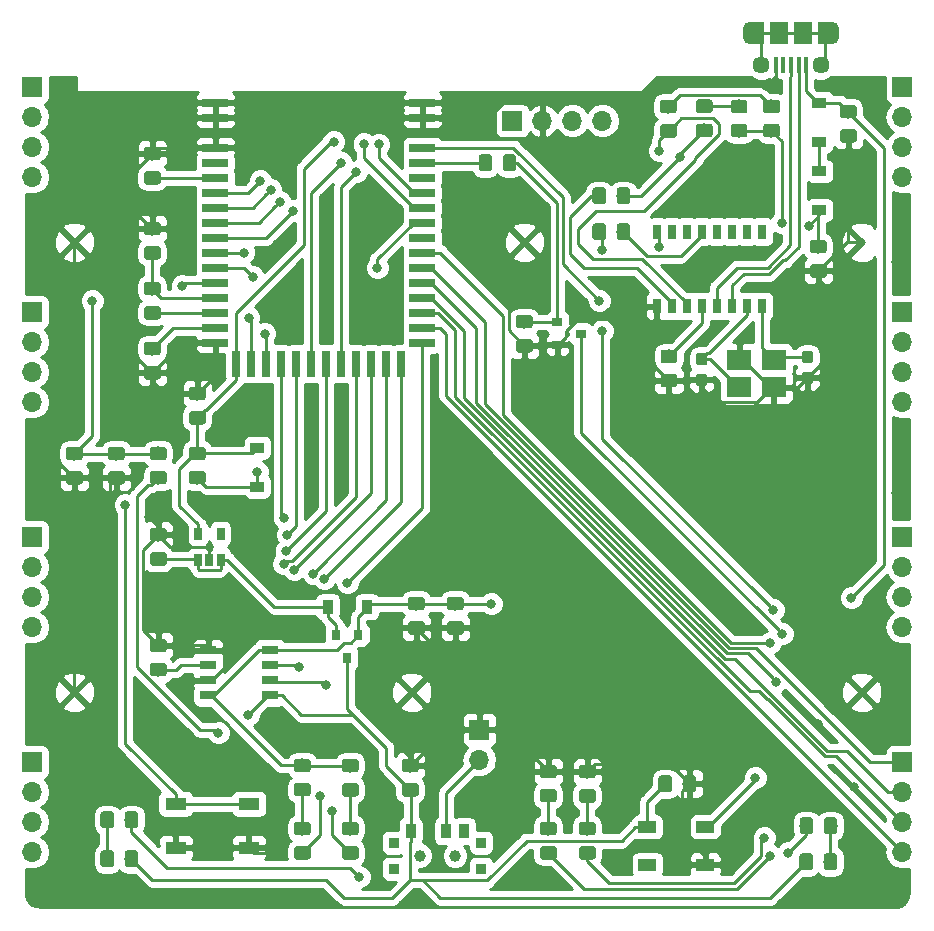
<source format=gbr>
G04 #@! TF.GenerationSoftware,KiCad,Pcbnew,(5.0.0)*
G04 #@! TF.CreationDate,2019-06-08T15:20:39-06:00*
G04 #@! TF.ProjectId,4x4_platform,3478345F706C6174666F726D2E6B6963,rev?*
G04 #@! TF.SameCoordinates,Original*
G04 #@! TF.FileFunction,Copper,L1,Top,Signal*
G04 #@! TF.FilePolarity,Positive*
%FSLAX46Y46*%
G04 Gerber Fmt 4.6, Leading zero omitted, Abs format (unit mm)*
G04 Created by KiCad (PCBNEW (5.0.0)) date 06/08/19 15:20:39*
%MOMM*%
%LPD*%
G01*
G04 APERTURE LIST*
G04 #@! TA.AperFunction,ComponentPad*
%ADD10R,1.700000X1.700000*%
G04 #@! TD*
G04 #@! TA.AperFunction,ComponentPad*
%ADD11O,1.700000X1.700000*%
G04 #@! TD*
G04 #@! TA.AperFunction,Conductor*
%ADD12C,0.100000*%
G04 #@! TD*
G04 #@! TA.AperFunction,SMDPad,CuDef*
%ADD13C,1.150000*%
G04 #@! TD*
G04 #@! TA.AperFunction,SMDPad,CuDef*
%ADD14R,0.800000X0.900000*%
G04 #@! TD*
G04 #@! TA.AperFunction,WasherPad*
%ADD15C,1.000000*%
G04 #@! TD*
G04 #@! TA.AperFunction,SMDPad,CuDef*
%ADD16R,0.900000X1.250000*%
G04 #@! TD*
G04 #@! TA.AperFunction,SMDPad,CuDef*
%ADD17R,0.900000X0.900000*%
G04 #@! TD*
G04 #@! TA.AperFunction,SMDPad,CuDef*
%ADD18R,1.800000X1.100000*%
G04 #@! TD*
G04 #@! TA.AperFunction,SMDPad,CuDef*
%ADD19R,0.720000X2.200000*%
G04 #@! TD*
G04 #@! TA.AperFunction,SMDPad,CuDef*
%ADD20R,2.200000X0.720000*%
G04 #@! TD*
G04 #@! TA.AperFunction,SMDPad,CuDef*
%ADD21C,0.950000*%
G04 #@! TD*
G04 #@! TA.AperFunction,SMDPad,CuDef*
%ADD22R,1.200000X0.900000*%
G04 #@! TD*
G04 #@! TA.AperFunction,SMDPad,CuDef*
%ADD23R,0.800000X1.300000*%
G04 #@! TD*
G04 #@! TA.AperFunction,SMDPad,CuDef*
%ADD24R,2.100000X1.800000*%
G04 #@! TD*
G04 #@! TA.AperFunction,SMDPad,CuDef*
%ADD25R,1.500000X1.900000*%
G04 #@! TD*
G04 #@! TA.AperFunction,ComponentPad*
%ADD26C,1.450000*%
G04 #@! TD*
G04 #@! TA.AperFunction,SMDPad,CuDef*
%ADD27R,0.400000X1.350000*%
G04 #@! TD*
G04 #@! TA.AperFunction,ComponentPad*
%ADD28O,1.200000X1.900000*%
G04 #@! TD*
G04 #@! TA.AperFunction,SMDPad,CuDef*
%ADD29R,1.200000X1.900000*%
G04 #@! TD*
G04 #@! TA.AperFunction,SMDPad,CuDef*
%ADD30R,0.900000X1.200000*%
G04 #@! TD*
G04 #@! TA.AperFunction,SMDPad,CuDef*
%ADD31R,1.450000X0.800000*%
G04 #@! TD*
G04 #@! TA.AperFunction,SMDPad,CuDef*
%ADD32R,0.650000X1.060000*%
G04 #@! TD*
G04 #@! TA.AperFunction,SMDPad,CuDef*
%ADD33R,0.900000X0.800000*%
G04 #@! TD*
G04 #@! TA.AperFunction,SMDPad,CuDef*
%ADD34R,1.500000X1.000000*%
G04 #@! TD*
G04 #@! TA.AperFunction,ViaPad*
%ADD35C,0.800000*%
G04 #@! TD*
G04 #@! TA.AperFunction,Conductor*
%ADD36C,0.250000*%
G04 #@! TD*
G04 #@! TA.AperFunction,Conductor*
%ADD37C,0.254000*%
G04 #@! TD*
G04 APERTURE END LIST*
D10*
G04 #@! TO.P,J1,1*
G04 #@! TO.N,ROW1*
X77470000Y-82232500D03*
D11*
G04 #@! TO.P,J1,2*
G04 #@! TO.N,ROW2*
X77470000Y-84772500D03*
G04 #@! TO.P,J1,3*
G04 #@! TO.N,ROW3*
X77470000Y-87312500D03*
G04 #@! TO.P,J1,4*
G04 #@! TO.N,ROW4*
X77470000Y-89852500D03*
G04 #@! TD*
G04 #@! TO.P,J2,4*
G04 #@! TO.N,COL4*
X77470000Y-108902500D03*
G04 #@! TO.P,J2,3*
G04 #@! TO.N,COL3*
X77470000Y-106362500D03*
G04 #@! TO.P,J2,2*
G04 #@! TO.N,COL2*
X77470000Y-103822500D03*
D10*
G04 #@! TO.P,J2,1*
G04 #@! TO.N,COL1*
X77470000Y-101282500D03*
G04 #@! TD*
G04 #@! TO.P,J3,1*
G04 #@! TO.N,COL5*
X77470000Y-120332500D03*
D11*
G04 #@! TO.P,J3,2*
G04 #@! TO.N,COL6*
X77470000Y-122872500D03*
G04 #@! TO.P,J3,3*
G04 #@! TO.N,COL7*
X77470000Y-125412500D03*
G04 #@! TO.P,J3,4*
G04 #@! TO.N,COL8*
X77470000Y-127952500D03*
G04 #@! TD*
G04 #@! TO.P,J4,4*
G04 #@! TO.N,COL12*
X77470000Y-147002500D03*
G04 #@! TO.P,J4,3*
G04 #@! TO.N,COL11*
X77470000Y-144462500D03*
G04 #@! TO.P,J4,2*
G04 #@! TO.N,COL10*
X77470000Y-141922500D03*
D10*
G04 #@! TO.P,J4,1*
G04 #@! TO.N,COL9*
X77470000Y-139382500D03*
G04 #@! TD*
G04 #@! TO.P,J5,1*
G04 #@! TO.N,ROW1*
X151130000Y-82232500D03*
D11*
G04 #@! TO.P,J5,2*
G04 #@! TO.N,ROW2*
X151130000Y-84772500D03*
G04 #@! TO.P,J5,3*
G04 #@! TO.N,ROW3*
X151130000Y-87312500D03*
G04 #@! TO.P,J5,4*
G04 #@! TO.N,ROW4*
X151130000Y-89852500D03*
G04 #@! TD*
G04 #@! TO.P,J6,4*
G04 #@! TO.N,COL8*
X151130000Y-108902500D03*
G04 #@! TO.P,J6,3*
G04 #@! TO.N,COL7*
X151130000Y-106362500D03*
G04 #@! TO.P,J6,2*
G04 #@! TO.N,COL6*
X151130000Y-103822500D03*
D10*
G04 #@! TO.P,J6,1*
G04 #@! TO.N,COL5*
X151130000Y-101282500D03*
G04 #@! TD*
G04 #@! TO.P,J7,1*
G04 #@! TO.N,COL9*
X151130000Y-120332500D03*
D11*
G04 #@! TO.P,J7,2*
G04 #@! TO.N,COL10*
X151130000Y-122872500D03*
G04 #@! TO.P,J7,3*
G04 #@! TO.N,COL11*
X151130000Y-125412500D03*
G04 #@! TO.P,J7,4*
G04 #@! TO.N,COL12*
X151130000Y-127952500D03*
G04 #@! TD*
G04 #@! TO.P,J8,4*
G04 #@! TO.N,COL16*
X151130000Y-147002500D03*
G04 #@! TO.P,J8,3*
G04 #@! TO.N,COL15*
X151130000Y-144462500D03*
G04 #@! TO.P,J8,2*
G04 #@! TO.N,COL14*
X151130000Y-141922500D03*
D10*
G04 #@! TO.P,J8,1*
G04 #@! TO.N,COL13*
X151130000Y-139382500D03*
G04 #@! TD*
D12*
G04 #@! TO.N,GND*
G04 #@! TO.C,C1*
G36*
X88104505Y-93651204D02*
X88128773Y-93654804D01*
X88152572Y-93660765D01*
X88175671Y-93669030D01*
X88197850Y-93679520D01*
X88218893Y-93692132D01*
X88238599Y-93706747D01*
X88256777Y-93723223D01*
X88273253Y-93741401D01*
X88287868Y-93761107D01*
X88300480Y-93782150D01*
X88310970Y-93804329D01*
X88319235Y-93827428D01*
X88325196Y-93851227D01*
X88328796Y-93875495D01*
X88330000Y-93899999D01*
X88330000Y-94550001D01*
X88328796Y-94574505D01*
X88325196Y-94598773D01*
X88319235Y-94622572D01*
X88310970Y-94645671D01*
X88300480Y-94667850D01*
X88287868Y-94688893D01*
X88273253Y-94708599D01*
X88256777Y-94726777D01*
X88238599Y-94743253D01*
X88218893Y-94757868D01*
X88197850Y-94770480D01*
X88175671Y-94780970D01*
X88152572Y-94789235D01*
X88128773Y-94795196D01*
X88104505Y-94798796D01*
X88080001Y-94800000D01*
X87179999Y-94800000D01*
X87155495Y-94798796D01*
X87131227Y-94795196D01*
X87107428Y-94789235D01*
X87084329Y-94780970D01*
X87062150Y-94770480D01*
X87041107Y-94757868D01*
X87021401Y-94743253D01*
X87003223Y-94726777D01*
X86986747Y-94708599D01*
X86972132Y-94688893D01*
X86959520Y-94667850D01*
X86949030Y-94645671D01*
X86940765Y-94622572D01*
X86934804Y-94598773D01*
X86931204Y-94574505D01*
X86930000Y-94550001D01*
X86930000Y-93899999D01*
X86931204Y-93875495D01*
X86934804Y-93851227D01*
X86940765Y-93827428D01*
X86949030Y-93804329D01*
X86959520Y-93782150D01*
X86972132Y-93761107D01*
X86986747Y-93741401D01*
X87003223Y-93723223D01*
X87021401Y-93706747D01*
X87041107Y-93692132D01*
X87062150Y-93679520D01*
X87084329Y-93669030D01*
X87107428Y-93660765D01*
X87131227Y-93654804D01*
X87155495Y-93651204D01*
X87179999Y-93650000D01*
X88080001Y-93650000D01*
X88104505Y-93651204D01*
X88104505Y-93651204D01*
G37*
D13*
G04 #@! TD*
G04 #@! TO.P,C1,2*
G04 #@! TO.N,GND*
X87630000Y-94225000D03*
D12*
G04 #@! TO.N,Net-(C1-Pad1)*
G04 #@! TO.C,C1*
G36*
X88104505Y-95701204D02*
X88128773Y-95704804D01*
X88152572Y-95710765D01*
X88175671Y-95719030D01*
X88197850Y-95729520D01*
X88218893Y-95742132D01*
X88238599Y-95756747D01*
X88256777Y-95773223D01*
X88273253Y-95791401D01*
X88287868Y-95811107D01*
X88300480Y-95832150D01*
X88310970Y-95854329D01*
X88319235Y-95877428D01*
X88325196Y-95901227D01*
X88328796Y-95925495D01*
X88330000Y-95949999D01*
X88330000Y-96600001D01*
X88328796Y-96624505D01*
X88325196Y-96648773D01*
X88319235Y-96672572D01*
X88310970Y-96695671D01*
X88300480Y-96717850D01*
X88287868Y-96738893D01*
X88273253Y-96758599D01*
X88256777Y-96776777D01*
X88238599Y-96793253D01*
X88218893Y-96807868D01*
X88197850Y-96820480D01*
X88175671Y-96830970D01*
X88152572Y-96839235D01*
X88128773Y-96845196D01*
X88104505Y-96848796D01*
X88080001Y-96850000D01*
X87179999Y-96850000D01*
X87155495Y-96848796D01*
X87131227Y-96845196D01*
X87107428Y-96839235D01*
X87084329Y-96830970D01*
X87062150Y-96820480D01*
X87041107Y-96807868D01*
X87021401Y-96793253D01*
X87003223Y-96776777D01*
X86986747Y-96758599D01*
X86972132Y-96738893D01*
X86959520Y-96717850D01*
X86949030Y-96695671D01*
X86940765Y-96672572D01*
X86934804Y-96648773D01*
X86931204Y-96624505D01*
X86930000Y-96600001D01*
X86930000Y-95949999D01*
X86931204Y-95925495D01*
X86934804Y-95901227D01*
X86940765Y-95877428D01*
X86949030Y-95854329D01*
X86959520Y-95832150D01*
X86972132Y-95811107D01*
X86986747Y-95791401D01*
X87003223Y-95773223D01*
X87021401Y-95756747D01*
X87041107Y-95742132D01*
X87062150Y-95729520D01*
X87084329Y-95719030D01*
X87107428Y-95710765D01*
X87131227Y-95704804D01*
X87155495Y-95701204D01*
X87179999Y-95700000D01*
X88080001Y-95700000D01*
X88104505Y-95701204D01*
X88104505Y-95701204D01*
G37*
D13*
G04 #@! TD*
G04 #@! TO.P,C1,1*
G04 #@! TO.N,Net-(C1-Pad1)*
X87630000Y-96275000D03*
D12*
G04 #@! TO.N,Net-(C2-Pad1)*
G04 #@! TO.C,C2*
G36*
X88104505Y-103811204D02*
X88128773Y-103814804D01*
X88152572Y-103820765D01*
X88175671Y-103829030D01*
X88197850Y-103839520D01*
X88218893Y-103852132D01*
X88238599Y-103866747D01*
X88256777Y-103883223D01*
X88273253Y-103901401D01*
X88287868Y-103921107D01*
X88300480Y-103942150D01*
X88310970Y-103964329D01*
X88319235Y-103987428D01*
X88325196Y-104011227D01*
X88328796Y-104035495D01*
X88330000Y-104059999D01*
X88330000Y-104710001D01*
X88328796Y-104734505D01*
X88325196Y-104758773D01*
X88319235Y-104782572D01*
X88310970Y-104805671D01*
X88300480Y-104827850D01*
X88287868Y-104848893D01*
X88273253Y-104868599D01*
X88256777Y-104886777D01*
X88238599Y-104903253D01*
X88218893Y-104917868D01*
X88197850Y-104930480D01*
X88175671Y-104940970D01*
X88152572Y-104949235D01*
X88128773Y-104955196D01*
X88104505Y-104958796D01*
X88080001Y-104960000D01*
X87179999Y-104960000D01*
X87155495Y-104958796D01*
X87131227Y-104955196D01*
X87107428Y-104949235D01*
X87084329Y-104940970D01*
X87062150Y-104930480D01*
X87041107Y-104917868D01*
X87021401Y-104903253D01*
X87003223Y-104886777D01*
X86986747Y-104868599D01*
X86972132Y-104848893D01*
X86959520Y-104827850D01*
X86949030Y-104805671D01*
X86940765Y-104782572D01*
X86934804Y-104758773D01*
X86931204Y-104734505D01*
X86930000Y-104710001D01*
X86930000Y-104059999D01*
X86931204Y-104035495D01*
X86934804Y-104011227D01*
X86940765Y-103987428D01*
X86949030Y-103964329D01*
X86959520Y-103942150D01*
X86972132Y-103921107D01*
X86986747Y-103901401D01*
X87003223Y-103883223D01*
X87021401Y-103866747D01*
X87041107Y-103852132D01*
X87062150Y-103839520D01*
X87084329Y-103829030D01*
X87107428Y-103820765D01*
X87131227Y-103814804D01*
X87155495Y-103811204D01*
X87179999Y-103810000D01*
X88080001Y-103810000D01*
X88104505Y-103811204D01*
X88104505Y-103811204D01*
G37*
D13*
G04 #@! TD*
G04 #@! TO.P,C2,1*
G04 #@! TO.N,Net-(C2-Pad1)*
X87630000Y-104385000D03*
D12*
G04 #@! TO.N,GND*
G04 #@! TO.C,C2*
G36*
X88104505Y-105861204D02*
X88128773Y-105864804D01*
X88152572Y-105870765D01*
X88175671Y-105879030D01*
X88197850Y-105889520D01*
X88218893Y-105902132D01*
X88238599Y-105916747D01*
X88256777Y-105933223D01*
X88273253Y-105951401D01*
X88287868Y-105971107D01*
X88300480Y-105992150D01*
X88310970Y-106014329D01*
X88319235Y-106037428D01*
X88325196Y-106061227D01*
X88328796Y-106085495D01*
X88330000Y-106109999D01*
X88330000Y-106760001D01*
X88328796Y-106784505D01*
X88325196Y-106808773D01*
X88319235Y-106832572D01*
X88310970Y-106855671D01*
X88300480Y-106877850D01*
X88287868Y-106898893D01*
X88273253Y-106918599D01*
X88256777Y-106936777D01*
X88238599Y-106953253D01*
X88218893Y-106967868D01*
X88197850Y-106980480D01*
X88175671Y-106990970D01*
X88152572Y-106999235D01*
X88128773Y-107005196D01*
X88104505Y-107008796D01*
X88080001Y-107010000D01*
X87179999Y-107010000D01*
X87155495Y-107008796D01*
X87131227Y-107005196D01*
X87107428Y-106999235D01*
X87084329Y-106990970D01*
X87062150Y-106980480D01*
X87041107Y-106967868D01*
X87021401Y-106953253D01*
X87003223Y-106936777D01*
X86986747Y-106918599D01*
X86972132Y-106898893D01*
X86959520Y-106877850D01*
X86949030Y-106855671D01*
X86940765Y-106832572D01*
X86934804Y-106808773D01*
X86931204Y-106784505D01*
X86930000Y-106760001D01*
X86930000Y-106109999D01*
X86931204Y-106085495D01*
X86934804Y-106061227D01*
X86940765Y-106037428D01*
X86949030Y-106014329D01*
X86959520Y-105992150D01*
X86972132Y-105971107D01*
X86986747Y-105951401D01*
X87003223Y-105933223D01*
X87021401Y-105916747D01*
X87041107Y-105902132D01*
X87062150Y-105889520D01*
X87084329Y-105879030D01*
X87107428Y-105870765D01*
X87131227Y-105864804D01*
X87155495Y-105861204D01*
X87179999Y-105860000D01*
X88080001Y-105860000D01*
X88104505Y-105861204D01*
X88104505Y-105861204D01*
G37*
D13*
G04 #@! TD*
G04 #@! TO.P,C2,2*
G04 #@! TO.N,GND*
X87630000Y-106435000D03*
D12*
G04 #@! TO.N,VCC*
G04 #@! TO.C,C3*
G36*
X91914505Y-109671204D02*
X91938773Y-109674804D01*
X91962572Y-109680765D01*
X91985671Y-109689030D01*
X92007850Y-109699520D01*
X92028893Y-109712132D01*
X92048599Y-109726747D01*
X92066777Y-109743223D01*
X92083253Y-109761401D01*
X92097868Y-109781107D01*
X92110480Y-109802150D01*
X92120970Y-109824329D01*
X92129235Y-109847428D01*
X92135196Y-109871227D01*
X92138796Y-109895495D01*
X92140000Y-109919999D01*
X92140000Y-110570001D01*
X92138796Y-110594505D01*
X92135196Y-110618773D01*
X92129235Y-110642572D01*
X92120970Y-110665671D01*
X92110480Y-110687850D01*
X92097868Y-110708893D01*
X92083253Y-110728599D01*
X92066777Y-110746777D01*
X92048599Y-110763253D01*
X92028893Y-110777868D01*
X92007850Y-110790480D01*
X91985671Y-110800970D01*
X91962572Y-110809235D01*
X91938773Y-110815196D01*
X91914505Y-110818796D01*
X91890001Y-110820000D01*
X90989999Y-110820000D01*
X90965495Y-110818796D01*
X90941227Y-110815196D01*
X90917428Y-110809235D01*
X90894329Y-110800970D01*
X90872150Y-110790480D01*
X90851107Y-110777868D01*
X90831401Y-110763253D01*
X90813223Y-110746777D01*
X90796747Y-110728599D01*
X90782132Y-110708893D01*
X90769520Y-110687850D01*
X90759030Y-110665671D01*
X90750765Y-110642572D01*
X90744804Y-110618773D01*
X90741204Y-110594505D01*
X90740000Y-110570001D01*
X90740000Y-109919999D01*
X90741204Y-109895495D01*
X90744804Y-109871227D01*
X90750765Y-109847428D01*
X90759030Y-109824329D01*
X90769520Y-109802150D01*
X90782132Y-109781107D01*
X90796747Y-109761401D01*
X90813223Y-109743223D01*
X90831401Y-109726747D01*
X90851107Y-109712132D01*
X90872150Y-109699520D01*
X90894329Y-109689030D01*
X90917428Y-109680765D01*
X90941227Y-109674804D01*
X90965495Y-109671204D01*
X90989999Y-109670000D01*
X91890001Y-109670000D01*
X91914505Y-109671204D01*
X91914505Y-109671204D01*
G37*
D13*
G04 #@! TD*
G04 #@! TO.P,C3,1*
G04 #@! TO.N,VCC*
X91440000Y-110245000D03*
D12*
G04 #@! TO.N,GND*
G04 #@! TO.C,C3*
G36*
X91914505Y-107621204D02*
X91938773Y-107624804D01*
X91962572Y-107630765D01*
X91985671Y-107639030D01*
X92007850Y-107649520D01*
X92028893Y-107662132D01*
X92048599Y-107676747D01*
X92066777Y-107693223D01*
X92083253Y-107711401D01*
X92097868Y-107731107D01*
X92110480Y-107752150D01*
X92120970Y-107774329D01*
X92129235Y-107797428D01*
X92135196Y-107821227D01*
X92138796Y-107845495D01*
X92140000Y-107869999D01*
X92140000Y-108520001D01*
X92138796Y-108544505D01*
X92135196Y-108568773D01*
X92129235Y-108592572D01*
X92120970Y-108615671D01*
X92110480Y-108637850D01*
X92097868Y-108658893D01*
X92083253Y-108678599D01*
X92066777Y-108696777D01*
X92048599Y-108713253D01*
X92028893Y-108727868D01*
X92007850Y-108740480D01*
X91985671Y-108750970D01*
X91962572Y-108759235D01*
X91938773Y-108765196D01*
X91914505Y-108768796D01*
X91890001Y-108770000D01*
X90989999Y-108770000D01*
X90965495Y-108768796D01*
X90941227Y-108765196D01*
X90917428Y-108759235D01*
X90894329Y-108750970D01*
X90872150Y-108740480D01*
X90851107Y-108727868D01*
X90831401Y-108713253D01*
X90813223Y-108696777D01*
X90796747Y-108678599D01*
X90782132Y-108658893D01*
X90769520Y-108637850D01*
X90759030Y-108615671D01*
X90750765Y-108592572D01*
X90744804Y-108568773D01*
X90741204Y-108544505D01*
X90740000Y-108520001D01*
X90740000Y-107869999D01*
X90741204Y-107845495D01*
X90744804Y-107821227D01*
X90750765Y-107797428D01*
X90759030Y-107774329D01*
X90769520Y-107752150D01*
X90782132Y-107731107D01*
X90796747Y-107711401D01*
X90813223Y-107693223D01*
X90831401Y-107676747D01*
X90851107Y-107662132D01*
X90872150Y-107649520D01*
X90894329Y-107639030D01*
X90917428Y-107630765D01*
X90941227Y-107624804D01*
X90965495Y-107621204D01*
X90989999Y-107620000D01*
X91890001Y-107620000D01*
X91914505Y-107621204D01*
X91914505Y-107621204D01*
G37*
D13*
G04 #@! TD*
G04 #@! TO.P,C3,2*
G04 #@! TO.N,GND*
X91440000Y-108195000D03*
D12*
G04 #@! TO.N,GND*
G04 #@! TO.C,C4*
G36*
X88104505Y-87301204D02*
X88128773Y-87304804D01*
X88152572Y-87310765D01*
X88175671Y-87319030D01*
X88197850Y-87329520D01*
X88218893Y-87342132D01*
X88238599Y-87356747D01*
X88256777Y-87373223D01*
X88273253Y-87391401D01*
X88287868Y-87411107D01*
X88300480Y-87432150D01*
X88310970Y-87454329D01*
X88319235Y-87477428D01*
X88325196Y-87501227D01*
X88328796Y-87525495D01*
X88330000Y-87549999D01*
X88330000Y-88200001D01*
X88328796Y-88224505D01*
X88325196Y-88248773D01*
X88319235Y-88272572D01*
X88310970Y-88295671D01*
X88300480Y-88317850D01*
X88287868Y-88338893D01*
X88273253Y-88358599D01*
X88256777Y-88376777D01*
X88238599Y-88393253D01*
X88218893Y-88407868D01*
X88197850Y-88420480D01*
X88175671Y-88430970D01*
X88152572Y-88439235D01*
X88128773Y-88445196D01*
X88104505Y-88448796D01*
X88080001Y-88450000D01*
X87179999Y-88450000D01*
X87155495Y-88448796D01*
X87131227Y-88445196D01*
X87107428Y-88439235D01*
X87084329Y-88430970D01*
X87062150Y-88420480D01*
X87041107Y-88407868D01*
X87021401Y-88393253D01*
X87003223Y-88376777D01*
X86986747Y-88358599D01*
X86972132Y-88338893D01*
X86959520Y-88317850D01*
X86949030Y-88295671D01*
X86940765Y-88272572D01*
X86934804Y-88248773D01*
X86931204Y-88224505D01*
X86930000Y-88200001D01*
X86930000Y-87549999D01*
X86931204Y-87525495D01*
X86934804Y-87501227D01*
X86940765Y-87477428D01*
X86949030Y-87454329D01*
X86959520Y-87432150D01*
X86972132Y-87411107D01*
X86986747Y-87391401D01*
X87003223Y-87373223D01*
X87021401Y-87356747D01*
X87041107Y-87342132D01*
X87062150Y-87329520D01*
X87084329Y-87319030D01*
X87107428Y-87310765D01*
X87131227Y-87304804D01*
X87155495Y-87301204D01*
X87179999Y-87300000D01*
X88080001Y-87300000D01*
X88104505Y-87301204D01*
X88104505Y-87301204D01*
G37*
D13*
G04 #@! TD*
G04 #@! TO.P,C4,2*
G04 #@! TO.N,GND*
X87630000Y-87875000D03*
D12*
G04 #@! TO.N,Net-(C4-Pad1)*
G04 #@! TO.C,C4*
G36*
X88104505Y-89351204D02*
X88128773Y-89354804D01*
X88152572Y-89360765D01*
X88175671Y-89369030D01*
X88197850Y-89379520D01*
X88218893Y-89392132D01*
X88238599Y-89406747D01*
X88256777Y-89423223D01*
X88273253Y-89441401D01*
X88287868Y-89461107D01*
X88300480Y-89482150D01*
X88310970Y-89504329D01*
X88319235Y-89527428D01*
X88325196Y-89551227D01*
X88328796Y-89575495D01*
X88330000Y-89599999D01*
X88330000Y-90250001D01*
X88328796Y-90274505D01*
X88325196Y-90298773D01*
X88319235Y-90322572D01*
X88310970Y-90345671D01*
X88300480Y-90367850D01*
X88287868Y-90388893D01*
X88273253Y-90408599D01*
X88256777Y-90426777D01*
X88238599Y-90443253D01*
X88218893Y-90457868D01*
X88197850Y-90470480D01*
X88175671Y-90480970D01*
X88152572Y-90489235D01*
X88128773Y-90495196D01*
X88104505Y-90498796D01*
X88080001Y-90500000D01*
X87179999Y-90500000D01*
X87155495Y-90498796D01*
X87131227Y-90495196D01*
X87107428Y-90489235D01*
X87084329Y-90480970D01*
X87062150Y-90470480D01*
X87041107Y-90457868D01*
X87021401Y-90443253D01*
X87003223Y-90426777D01*
X86986747Y-90408599D01*
X86972132Y-90388893D01*
X86959520Y-90367850D01*
X86949030Y-90345671D01*
X86940765Y-90322572D01*
X86934804Y-90298773D01*
X86931204Y-90274505D01*
X86930000Y-90250001D01*
X86930000Y-89599999D01*
X86931204Y-89575495D01*
X86934804Y-89551227D01*
X86940765Y-89527428D01*
X86949030Y-89504329D01*
X86959520Y-89482150D01*
X86972132Y-89461107D01*
X86986747Y-89441401D01*
X87003223Y-89423223D01*
X87021401Y-89406747D01*
X87041107Y-89392132D01*
X87062150Y-89379520D01*
X87084329Y-89369030D01*
X87107428Y-89360765D01*
X87131227Y-89354804D01*
X87155495Y-89351204D01*
X87179999Y-89350000D01*
X88080001Y-89350000D01*
X88104505Y-89351204D01*
X88104505Y-89351204D01*
G37*
D13*
G04 #@! TD*
G04 #@! TO.P,C4,1*
G04 #@! TO.N,Net-(C4-Pad1)*
X87630000Y-89925000D03*
D12*
G04 #@! TO.N,Net-(C1-Pad1)*
G04 #@! TO.C,L1*
G36*
X88104505Y-98731204D02*
X88128773Y-98734804D01*
X88152572Y-98740765D01*
X88175671Y-98749030D01*
X88197850Y-98759520D01*
X88218893Y-98772132D01*
X88238599Y-98786747D01*
X88256777Y-98803223D01*
X88273253Y-98821401D01*
X88287868Y-98841107D01*
X88300480Y-98862150D01*
X88310970Y-98884329D01*
X88319235Y-98907428D01*
X88325196Y-98931227D01*
X88328796Y-98955495D01*
X88330000Y-98979999D01*
X88330000Y-99630001D01*
X88328796Y-99654505D01*
X88325196Y-99678773D01*
X88319235Y-99702572D01*
X88310970Y-99725671D01*
X88300480Y-99747850D01*
X88287868Y-99768893D01*
X88273253Y-99788599D01*
X88256777Y-99806777D01*
X88238599Y-99823253D01*
X88218893Y-99837868D01*
X88197850Y-99850480D01*
X88175671Y-99860970D01*
X88152572Y-99869235D01*
X88128773Y-99875196D01*
X88104505Y-99878796D01*
X88080001Y-99880000D01*
X87179999Y-99880000D01*
X87155495Y-99878796D01*
X87131227Y-99875196D01*
X87107428Y-99869235D01*
X87084329Y-99860970D01*
X87062150Y-99850480D01*
X87041107Y-99837868D01*
X87021401Y-99823253D01*
X87003223Y-99806777D01*
X86986747Y-99788599D01*
X86972132Y-99768893D01*
X86959520Y-99747850D01*
X86949030Y-99725671D01*
X86940765Y-99702572D01*
X86934804Y-99678773D01*
X86931204Y-99654505D01*
X86930000Y-99630001D01*
X86930000Y-98979999D01*
X86931204Y-98955495D01*
X86934804Y-98931227D01*
X86940765Y-98907428D01*
X86949030Y-98884329D01*
X86959520Y-98862150D01*
X86972132Y-98841107D01*
X86986747Y-98821401D01*
X87003223Y-98803223D01*
X87021401Y-98786747D01*
X87041107Y-98772132D01*
X87062150Y-98759520D01*
X87084329Y-98749030D01*
X87107428Y-98740765D01*
X87131227Y-98734804D01*
X87155495Y-98731204D01*
X87179999Y-98730000D01*
X88080001Y-98730000D01*
X88104505Y-98731204D01*
X88104505Y-98731204D01*
G37*
D13*
G04 #@! TD*
G04 #@! TO.P,L1,1*
G04 #@! TO.N,Net-(C1-Pad1)*
X87630000Y-99305000D03*
D12*
G04 #@! TO.N,Net-(L1-Pad2)*
G04 #@! TO.C,L1*
G36*
X88104505Y-100781204D02*
X88128773Y-100784804D01*
X88152572Y-100790765D01*
X88175671Y-100799030D01*
X88197850Y-100809520D01*
X88218893Y-100822132D01*
X88238599Y-100836747D01*
X88256777Y-100853223D01*
X88273253Y-100871401D01*
X88287868Y-100891107D01*
X88300480Y-100912150D01*
X88310970Y-100934329D01*
X88319235Y-100957428D01*
X88325196Y-100981227D01*
X88328796Y-101005495D01*
X88330000Y-101029999D01*
X88330000Y-101680001D01*
X88328796Y-101704505D01*
X88325196Y-101728773D01*
X88319235Y-101752572D01*
X88310970Y-101775671D01*
X88300480Y-101797850D01*
X88287868Y-101818893D01*
X88273253Y-101838599D01*
X88256777Y-101856777D01*
X88238599Y-101873253D01*
X88218893Y-101887868D01*
X88197850Y-101900480D01*
X88175671Y-101910970D01*
X88152572Y-101919235D01*
X88128773Y-101925196D01*
X88104505Y-101928796D01*
X88080001Y-101930000D01*
X87179999Y-101930000D01*
X87155495Y-101928796D01*
X87131227Y-101925196D01*
X87107428Y-101919235D01*
X87084329Y-101910970D01*
X87062150Y-101900480D01*
X87041107Y-101887868D01*
X87021401Y-101873253D01*
X87003223Y-101856777D01*
X86986747Y-101838599D01*
X86972132Y-101818893D01*
X86959520Y-101797850D01*
X86949030Y-101775671D01*
X86940765Y-101752572D01*
X86934804Y-101728773D01*
X86931204Y-101704505D01*
X86930000Y-101680001D01*
X86930000Y-101029999D01*
X86931204Y-101005495D01*
X86934804Y-100981227D01*
X86940765Y-100957428D01*
X86949030Y-100934329D01*
X86959520Y-100912150D01*
X86972132Y-100891107D01*
X86986747Y-100871401D01*
X87003223Y-100853223D01*
X87021401Y-100836747D01*
X87041107Y-100822132D01*
X87062150Y-100809520D01*
X87084329Y-100799030D01*
X87107428Y-100790765D01*
X87131227Y-100784804D01*
X87155495Y-100781204D01*
X87179999Y-100780000D01*
X88080001Y-100780000D01*
X88104505Y-100781204D01*
X88104505Y-100781204D01*
G37*
D13*
G04 #@! TD*
G04 #@! TO.P,L1,2*
G04 #@! TO.N,Net-(L1-Pad2)*
X87630000Y-101355000D03*
D14*
G04 #@! TO.P,Q1,1*
G04 #@! TO.N,VBUS*
X105074000Y-128606000D03*
G04 #@! TO.P,Q1,2*
G04 #@! TO.N,Net-(C12-Pad1)*
X103174000Y-128606000D03*
G04 #@! TO.P,Q1,3*
G04 #@! TO.N,VBATT*
X104124000Y-130606000D03*
G04 #@! TD*
D12*
G04 #@! TO.N,RESET*
G04 #@! TO.C,R1*
G36*
X91914505Y-114742204D02*
X91938773Y-114745804D01*
X91962572Y-114751765D01*
X91985671Y-114760030D01*
X92007850Y-114770520D01*
X92028893Y-114783132D01*
X92048599Y-114797747D01*
X92066777Y-114814223D01*
X92083253Y-114832401D01*
X92097868Y-114852107D01*
X92110480Y-114873150D01*
X92120970Y-114895329D01*
X92129235Y-114918428D01*
X92135196Y-114942227D01*
X92138796Y-114966495D01*
X92140000Y-114990999D01*
X92140000Y-115641001D01*
X92138796Y-115665505D01*
X92135196Y-115689773D01*
X92129235Y-115713572D01*
X92120970Y-115736671D01*
X92110480Y-115758850D01*
X92097868Y-115779893D01*
X92083253Y-115799599D01*
X92066777Y-115817777D01*
X92048599Y-115834253D01*
X92028893Y-115848868D01*
X92007850Y-115861480D01*
X91985671Y-115871970D01*
X91962572Y-115880235D01*
X91938773Y-115886196D01*
X91914505Y-115889796D01*
X91890001Y-115891000D01*
X90989999Y-115891000D01*
X90965495Y-115889796D01*
X90941227Y-115886196D01*
X90917428Y-115880235D01*
X90894329Y-115871970D01*
X90872150Y-115861480D01*
X90851107Y-115848868D01*
X90831401Y-115834253D01*
X90813223Y-115817777D01*
X90796747Y-115799599D01*
X90782132Y-115779893D01*
X90769520Y-115758850D01*
X90759030Y-115736671D01*
X90750765Y-115713572D01*
X90744804Y-115689773D01*
X90741204Y-115665505D01*
X90740000Y-115641001D01*
X90740000Y-114990999D01*
X90741204Y-114966495D01*
X90744804Y-114942227D01*
X90750765Y-114918428D01*
X90759030Y-114895329D01*
X90769520Y-114873150D01*
X90782132Y-114852107D01*
X90796747Y-114832401D01*
X90813223Y-114814223D01*
X90831401Y-114797747D01*
X90851107Y-114783132D01*
X90872150Y-114770520D01*
X90894329Y-114760030D01*
X90917428Y-114751765D01*
X90941227Y-114745804D01*
X90965495Y-114742204D01*
X90989999Y-114741000D01*
X91890001Y-114741000D01*
X91914505Y-114742204D01*
X91914505Y-114742204D01*
G37*
D13*
G04 #@! TD*
G04 #@! TO.P,R1,2*
G04 #@! TO.N,RESET*
X91440000Y-115316000D03*
D12*
G04 #@! TO.N,VCC*
G04 #@! TO.C,R1*
G36*
X91914505Y-112692204D02*
X91938773Y-112695804D01*
X91962572Y-112701765D01*
X91985671Y-112710030D01*
X92007850Y-112720520D01*
X92028893Y-112733132D01*
X92048599Y-112747747D01*
X92066777Y-112764223D01*
X92083253Y-112782401D01*
X92097868Y-112802107D01*
X92110480Y-112823150D01*
X92120970Y-112845329D01*
X92129235Y-112868428D01*
X92135196Y-112892227D01*
X92138796Y-112916495D01*
X92140000Y-112940999D01*
X92140000Y-113591001D01*
X92138796Y-113615505D01*
X92135196Y-113639773D01*
X92129235Y-113663572D01*
X92120970Y-113686671D01*
X92110480Y-113708850D01*
X92097868Y-113729893D01*
X92083253Y-113749599D01*
X92066777Y-113767777D01*
X92048599Y-113784253D01*
X92028893Y-113798868D01*
X92007850Y-113811480D01*
X91985671Y-113821970D01*
X91962572Y-113830235D01*
X91938773Y-113836196D01*
X91914505Y-113839796D01*
X91890001Y-113841000D01*
X90989999Y-113841000D01*
X90965495Y-113839796D01*
X90941227Y-113836196D01*
X90917428Y-113830235D01*
X90894329Y-113821970D01*
X90872150Y-113811480D01*
X90851107Y-113798868D01*
X90831401Y-113784253D01*
X90813223Y-113767777D01*
X90796747Y-113749599D01*
X90782132Y-113729893D01*
X90769520Y-113708850D01*
X90759030Y-113686671D01*
X90750765Y-113663572D01*
X90744804Y-113639773D01*
X90741204Y-113615505D01*
X90740000Y-113591001D01*
X90740000Y-112940999D01*
X90741204Y-112916495D01*
X90744804Y-112892227D01*
X90750765Y-112868428D01*
X90759030Y-112845329D01*
X90769520Y-112823150D01*
X90782132Y-112802107D01*
X90796747Y-112782401D01*
X90813223Y-112764223D01*
X90831401Y-112747747D01*
X90851107Y-112733132D01*
X90872150Y-112720520D01*
X90894329Y-112710030D01*
X90917428Y-112701765D01*
X90941227Y-112695804D01*
X90965495Y-112692204D01*
X90989999Y-112691000D01*
X91890001Y-112691000D01*
X91914505Y-112692204D01*
X91914505Y-112692204D01*
G37*
D13*
G04 #@! TD*
G04 #@! TO.P,R1,1*
G04 #@! TO.N,VCC*
X91440000Y-113266000D03*
D10*
G04 #@! TO.P,J9,1*
G04 #@! TO.N,VCC*
X118110000Y-85090000D03*
D11*
G04 #@! TO.P,J9,2*
G04 #@! TO.N,GND*
X120650000Y-85090000D03*
G04 #@! TO.P,J9,3*
G04 #@! TO.N,SWDCLK*
X123190000Y-85090000D03*
G04 #@! TO.P,J9,4*
G04 #@! TO.N,SWDIO*
X125730000Y-85090000D03*
G04 #@! TD*
D15*
G04 #@! TO.P,SW1,*
G04 #@! TO.N,*
X110260000Y-147320000D03*
X113260000Y-147320000D03*
D16*
G04 #@! TO.P,SW1,2*
G04 #@! TO.N,Net-(J10-Pad2)*
X112510000Y-145245000D03*
G04 #@! TO.P,SW1,3*
G04 #@! TO.N,N/C*
X114010000Y-145245000D03*
G04 #@! TO.P,SW1,1*
G04 #@! TO.N,VBATT*
X109510000Y-145245000D03*
D17*
G04 #@! TO.P,SW1,0*
G04 #@! TO.N,N/C*
X108060000Y-148420000D03*
X108060000Y-146220000D03*
X115460000Y-146220000D03*
X115460000Y-148420000D03*
G04 #@! TD*
D18*
G04 #@! TO.P,SW2,1*
G04 #@! TO.N,GND*
X95810000Y-146630000D03*
X89610000Y-146630000D03*
G04 #@! TO.P,SW2,2*
G04 #@! TO.N,RESET*
X95810000Y-142930000D03*
X89610000Y-142930000D03*
G04 #@! TD*
D19*
G04 #@! TO.P,U1,27*
G04 #@! TO.N,COL11*
X108712000Y-105664000D03*
G04 #@! TO.P,U1,26*
G04 #@! TO.N,COL10*
X107442000Y-105664000D03*
G04 #@! TO.P,U1,25*
G04 #@! TO.N,COL9*
X106172000Y-105664000D03*
G04 #@! TO.P,U1,24*
G04 #@! TO.N,COL8*
X104902000Y-105664000D03*
G04 #@! TO.P,U1,23*
G04 #@! TO.N,RXD*
X103632000Y-105664000D03*
G04 #@! TO.P,U1,22*
G04 #@! TO.N,COL7*
X102362000Y-105664000D03*
G04 #@! TO.P,U1,21*
G04 #@! TO.N,TXD*
X101092000Y-105664000D03*
G04 #@! TO.P,U1,20*
G04 #@! TO.N,COL6*
X99822000Y-105664000D03*
G04 #@! TO.P,U1,19*
G04 #@! TO.N,COL5*
X98552000Y-105664000D03*
G04 #@! TO.P,U1,18*
G04 #@! TO.N,COL4*
X97282000Y-105664000D03*
G04 #@! TO.P,U1,17*
G04 #@! TO.N,COL3*
X96012000Y-105664000D03*
G04 #@! TO.P,U1,16*
G04 #@! TO.N,VCC*
X94742000Y-105664000D03*
D20*
G04 #@! TO.P,U1,28*
G04 #@! TO.N,COL12*
X110490000Y-103886000D03*
G04 #@! TO.P,U1,29*
G04 #@! TO.N,COL16*
X110490000Y-102616000D03*
G04 #@! TO.P,U1,30*
G04 #@! TO.N,COL15*
X110490000Y-101346000D03*
G04 #@! TO.P,U1,31*
G04 #@! TO.N,COL14*
X110490000Y-100076000D03*
G04 #@! TO.P,U1,32*
G04 #@! TO.N,REDLED*
X110490000Y-98806000D03*
G04 #@! TO.P,U1,33*
G04 #@! TO.N,COL13*
X110490000Y-97536000D03*
G04 #@! TO.P,U1,34*
G04 #@! TO.N,BLUELED*
X110490000Y-96266000D03*
G04 #@! TO.P,U1,35*
G04 #@! TO.N,N/C*
X110490000Y-94996000D03*
G04 #@! TO.P,U1,36*
G04 #@! TO.N,RESET*
X110490000Y-93726000D03*
G04 #@! TO.P,U1,37*
G04 #@! TO.N,SWDCLK*
X110490000Y-92456000D03*
G04 #@! TO.P,U1,38*
G04 #@! TO.N,SWDIO*
X110490000Y-91186000D03*
G04 #@! TO.P,U1,39*
G04 #@! TO.N,N/C*
X110490000Y-89916000D03*
G04 #@! TO.P,U1,40*
G04 #@! TO.N,PWM*
X110490000Y-88646000D03*
G04 #@! TO.P,U1,41*
G04 #@! TO.N,WS2812B*
X110490000Y-87376000D03*
G04 #@! TO.P,U1,42*
G04 #@! TO.N,GND*
X110490000Y-84836000D03*
G04 #@! TO.P,U1,43*
X110490000Y-83566000D03*
G04 #@! TO.P,U1,0*
X92964000Y-83566000D03*
G04 #@! TO.P,U1,1*
X92964000Y-84836000D03*
G04 #@! TO.P,U1,2*
X92964000Y-87376000D03*
G04 #@! TO.P,U1,3*
G04 #@! TO.N,N/C*
X92964000Y-88646000D03*
G04 #@! TO.P,U1,4*
G04 #@! TO.N,Net-(C4-Pad1)*
X92964000Y-89916000D03*
G04 #@! TO.P,U1,5*
G04 #@! TO.N,ROW1*
X92964000Y-91186000D03*
G04 #@! TO.P,U1,6*
G04 #@! TO.N,ROW2*
X92964000Y-92456000D03*
G04 #@! TO.P,U1,7*
G04 #@! TO.N,ROW3*
X92964000Y-93726000D03*
G04 #@! TO.P,U1,8*
G04 #@! TO.N,ROW4*
X92964000Y-94996000D03*
G04 #@! TO.P,U1,9*
G04 #@! TO.N,COL1*
X92964000Y-96266000D03*
G04 #@! TO.P,U1,10*
G04 #@! TO.N,COL2*
X92964000Y-97536000D03*
G04 #@! TO.P,U1,11*
G04 #@! TO.N,Net-(C14-Pad1)*
X92964000Y-98806000D03*
G04 #@! TO.P,U1,12*
G04 #@! TO.N,Net-(C1-Pad1)*
X92964000Y-100076000D03*
G04 #@! TO.P,U1,13*
G04 #@! TO.N,Net-(L1-Pad2)*
X92964000Y-101346000D03*
G04 #@! TO.P,U1,14*
G04 #@! TO.N,Net-(C2-Pad1)*
X92964000Y-102616000D03*
G04 #@! TO.P,U1,15*
G04 #@! TO.N,GND*
X92964000Y-103886000D03*
G04 #@! TD*
D12*
G04 #@! TO.N,BLUELED*
G04 #@! TO.C,D1*
G36*
X124934505Y-146501204D02*
X124958773Y-146504804D01*
X124982572Y-146510765D01*
X125005671Y-146519030D01*
X125027850Y-146529520D01*
X125048893Y-146542132D01*
X125068599Y-146556747D01*
X125086777Y-146573223D01*
X125103253Y-146591401D01*
X125117868Y-146611107D01*
X125130480Y-146632150D01*
X125140970Y-146654329D01*
X125149235Y-146677428D01*
X125155196Y-146701227D01*
X125158796Y-146725495D01*
X125160000Y-146749999D01*
X125160000Y-147400001D01*
X125158796Y-147424505D01*
X125155196Y-147448773D01*
X125149235Y-147472572D01*
X125140970Y-147495671D01*
X125130480Y-147517850D01*
X125117868Y-147538893D01*
X125103253Y-147558599D01*
X125086777Y-147576777D01*
X125068599Y-147593253D01*
X125048893Y-147607868D01*
X125027850Y-147620480D01*
X125005671Y-147630970D01*
X124982572Y-147639235D01*
X124958773Y-147645196D01*
X124934505Y-147648796D01*
X124910001Y-147650000D01*
X124009999Y-147650000D01*
X123985495Y-147648796D01*
X123961227Y-147645196D01*
X123937428Y-147639235D01*
X123914329Y-147630970D01*
X123892150Y-147620480D01*
X123871107Y-147607868D01*
X123851401Y-147593253D01*
X123833223Y-147576777D01*
X123816747Y-147558599D01*
X123802132Y-147538893D01*
X123789520Y-147517850D01*
X123779030Y-147495671D01*
X123770765Y-147472572D01*
X123764804Y-147448773D01*
X123761204Y-147424505D01*
X123760000Y-147400001D01*
X123760000Y-146749999D01*
X123761204Y-146725495D01*
X123764804Y-146701227D01*
X123770765Y-146677428D01*
X123779030Y-146654329D01*
X123789520Y-146632150D01*
X123802132Y-146611107D01*
X123816747Y-146591401D01*
X123833223Y-146573223D01*
X123851401Y-146556747D01*
X123871107Y-146542132D01*
X123892150Y-146529520D01*
X123914329Y-146519030D01*
X123937428Y-146510765D01*
X123961227Y-146504804D01*
X123985495Y-146501204D01*
X124009999Y-146500000D01*
X124910001Y-146500000D01*
X124934505Y-146501204D01*
X124934505Y-146501204D01*
G37*
D13*
G04 #@! TD*
G04 #@! TO.P,D1,2*
G04 #@! TO.N,BLUELED*
X124460000Y-147075000D03*
D12*
G04 #@! TO.N,Net-(D1-Pad1)*
G04 #@! TO.C,D1*
G36*
X124934505Y-144451204D02*
X124958773Y-144454804D01*
X124982572Y-144460765D01*
X125005671Y-144469030D01*
X125027850Y-144479520D01*
X125048893Y-144492132D01*
X125068599Y-144506747D01*
X125086777Y-144523223D01*
X125103253Y-144541401D01*
X125117868Y-144561107D01*
X125130480Y-144582150D01*
X125140970Y-144604329D01*
X125149235Y-144627428D01*
X125155196Y-144651227D01*
X125158796Y-144675495D01*
X125160000Y-144699999D01*
X125160000Y-145350001D01*
X125158796Y-145374505D01*
X125155196Y-145398773D01*
X125149235Y-145422572D01*
X125140970Y-145445671D01*
X125130480Y-145467850D01*
X125117868Y-145488893D01*
X125103253Y-145508599D01*
X125086777Y-145526777D01*
X125068599Y-145543253D01*
X125048893Y-145557868D01*
X125027850Y-145570480D01*
X125005671Y-145580970D01*
X124982572Y-145589235D01*
X124958773Y-145595196D01*
X124934505Y-145598796D01*
X124910001Y-145600000D01*
X124009999Y-145600000D01*
X123985495Y-145598796D01*
X123961227Y-145595196D01*
X123937428Y-145589235D01*
X123914329Y-145580970D01*
X123892150Y-145570480D01*
X123871107Y-145557868D01*
X123851401Y-145543253D01*
X123833223Y-145526777D01*
X123816747Y-145508599D01*
X123802132Y-145488893D01*
X123789520Y-145467850D01*
X123779030Y-145445671D01*
X123770765Y-145422572D01*
X123764804Y-145398773D01*
X123761204Y-145374505D01*
X123760000Y-145350001D01*
X123760000Y-144699999D01*
X123761204Y-144675495D01*
X123764804Y-144651227D01*
X123770765Y-144627428D01*
X123779030Y-144604329D01*
X123789520Y-144582150D01*
X123802132Y-144561107D01*
X123816747Y-144541401D01*
X123833223Y-144523223D01*
X123851401Y-144506747D01*
X123871107Y-144492132D01*
X123892150Y-144479520D01*
X123914329Y-144469030D01*
X123937428Y-144460765D01*
X123961227Y-144454804D01*
X123985495Y-144451204D01*
X124009999Y-144450000D01*
X124910001Y-144450000D01*
X124934505Y-144451204D01*
X124934505Y-144451204D01*
G37*
D13*
G04 #@! TD*
G04 #@! TO.P,D1,1*
G04 #@! TO.N,Net-(D1-Pad1)*
X124460000Y-145025000D03*
D12*
G04 #@! TO.N,Net-(D2-Pad1)*
G04 #@! TO.C,D2*
G36*
X121632505Y-144451204D02*
X121656773Y-144454804D01*
X121680572Y-144460765D01*
X121703671Y-144469030D01*
X121725850Y-144479520D01*
X121746893Y-144492132D01*
X121766599Y-144506747D01*
X121784777Y-144523223D01*
X121801253Y-144541401D01*
X121815868Y-144561107D01*
X121828480Y-144582150D01*
X121838970Y-144604329D01*
X121847235Y-144627428D01*
X121853196Y-144651227D01*
X121856796Y-144675495D01*
X121858000Y-144699999D01*
X121858000Y-145350001D01*
X121856796Y-145374505D01*
X121853196Y-145398773D01*
X121847235Y-145422572D01*
X121838970Y-145445671D01*
X121828480Y-145467850D01*
X121815868Y-145488893D01*
X121801253Y-145508599D01*
X121784777Y-145526777D01*
X121766599Y-145543253D01*
X121746893Y-145557868D01*
X121725850Y-145570480D01*
X121703671Y-145580970D01*
X121680572Y-145589235D01*
X121656773Y-145595196D01*
X121632505Y-145598796D01*
X121608001Y-145600000D01*
X120707999Y-145600000D01*
X120683495Y-145598796D01*
X120659227Y-145595196D01*
X120635428Y-145589235D01*
X120612329Y-145580970D01*
X120590150Y-145570480D01*
X120569107Y-145557868D01*
X120549401Y-145543253D01*
X120531223Y-145526777D01*
X120514747Y-145508599D01*
X120500132Y-145488893D01*
X120487520Y-145467850D01*
X120477030Y-145445671D01*
X120468765Y-145422572D01*
X120462804Y-145398773D01*
X120459204Y-145374505D01*
X120458000Y-145350001D01*
X120458000Y-144699999D01*
X120459204Y-144675495D01*
X120462804Y-144651227D01*
X120468765Y-144627428D01*
X120477030Y-144604329D01*
X120487520Y-144582150D01*
X120500132Y-144561107D01*
X120514747Y-144541401D01*
X120531223Y-144523223D01*
X120549401Y-144506747D01*
X120569107Y-144492132D01*
X120590150Y-144479520D01*
X120612329Y-144469030D01*
X120635428Y-144460765D01*
X120659227Y-144454804D01*
X120683495Y-144451204D01*
X120707999Y-144450000D01*
X121608001Y-144450000D01*
X121632505Y-144451204D01*
X121632505Y-144451204D01*
G37*
D13*
G04 #@! TD*
G04 #@! TO.P,D2,1*
G04 #@! TO.N,Net-(D2-Pad1)*
X121158000Y-145025000D03*
D12*
G04 #@! TO.N,REDLED*
G04 #@! TO.C,D2*
G36*
X121632505Y-146501204D02*
X121656773Y-146504804D01*
X121680572Y-146510765D01*
X121703671Y-146519030D01*
X121725850Y-146529520D01*
X121746893Y-146542132D01*
X121766599Y-146556747D01*
X121784777Y-146573223D01*
X121801253Y-146591401D01*
X121815868Y-146611107D01*
X121828480Y-146632150D01*
X121838970Y-146654329D01*
X121847235Y-146677428D01*
X121853196Y-146701227D01*
X121856796Y-146725495D01*
X121858000Y-146749999D01*
X121858000Y-147400001D01*
X121856796Y-147424505D01*
X121853196Y-147448773D01*
X121847235Y-147472572D01*
X121838970Y-147495671D01*
X121828480Y-147517850D01*
X121815868Y-147538893D01*
X121801253Y-147558599D01*
X121784777Y-147576777D01*
X121766599Y-147593253D01*
X121746893Y-147607868D01*
X121725850Y-147620480D01*
X121703671Y-147630970D01*
X121680572Y-147639235D01*
X121656773Y-147645196D01*
X121632505Y-147648796D01*
X121608001Y-147650000D01*
X120707999Y-147650000D01*
X120683495Y-147648796D01*
X120659227Y-147645196D01*
X120635428Y-147639235D01*
X120612329Y-147630970D01*
X120590150Y-147620480D01*
X120569107Y-147607868D01*
X120549401Y-147593253D01*
X120531223Y-147576777D01*
X120514747Y-147558599D01*
X120500132Y-147538893D01*
X120487520Y-147517850D01*
X120477030Y-147495671D01*
X120468765Y-147472572D01*
X120462804Y-147448773D01*
X120459204Y-147424505D01*
X120458000Y-147400001D01*
X120458000Y-146749999D01*
X120459204Y-146725495D01*
X120462804Y-146701227D01*
X120468765Y-146677428D01*
X120477030Y-146654329D01*
X120487520Y-146632150D01*
X120500132Y-146611107D01*
X120514747Y-146591401D01*
X120531223Y-146573223D01*
X120549401Y-146556747D01*
X120569107Y-146542132D01*
X120590150Y-146529520D01*
X120612329Y-146519030D01*
X120635428Y-146510765D01*
X120659227Y-146504804D01*
X120683495Y-146501204D01*
X120707999Y-146500000D01*
X121608001Y-146500000D01*
X121632505Y-146501204D01*
X121632505Y-146501204D01*
G37*
D13*
G04 #@! TD*
G04 #@! TO.P,D2,2*
G04 #@! TO.N,REDLED*
X121158000Y-147075000D03*
D12*
G04 #@! TO.N,GND*
G04 #@! TO.C,R2*
G36*
X124934505Y-139634203D02*
X124958773Y-139637803D01*
X124982572Y-139643764D01*
X125005671Y-139652029D01*
X125027850Y-139662519D01*
X125048893Y-139675131D01*
X125068599Y-139689746D01*
X125086777Y-139706222D01*
X125103253Y-139724400D01*
X125117868Y-139744106D01*
X125130480Y-139765149D01*
X125140970Y-139787328D01*
X125149235Y-139810427D01*
X125155196Y-139834226D01*
X125158796Y-139858494D01*
X125160000Y-139882998D01*
X125160000Y-140533000D01*
X125158796Y-140557504D01*
X125155196Y-140581772D01*
X125149235Y-140605571D01*
X125140970Y-140628670D01*
X125130480Y-140650849D01*
X125117868Y-140671892D01*
X125103253Y-140691598D01*
X125086777Y-140709776D01*
X125068599Y-140726252D01*
X125048893Y-140740867D01*
X125027850Y-140753479D01*
X125005671Y-140763969D01*
X124982572Y-140772234D01*
X124958773Y-140778195D01*
X124934505Y-140781795D01*
X124910001Y-140782999D01*
X124009999Y-140782999D01*
X123985495Y-140781795D01*
X123961227Y-140778195D01*
X123937428Y-140772234D01*
X123914329Y-140763969D01*
X123892150Y-140753479D01*
X123871107Y-140740867D01*
X123851401Y-140726252D01*
X123833223Y-140709776D01*
X123816747Y-140691598D01*
X123802132Y-140671892D01*
X123789520Y-140650849D01*
X123779030Y-140628670D01*
X123770765Y-140605571D01*
X123764804Y-140581772D01*
X123761204Y-140557504D01*
X123760000Y-140533000D01*
X123760000Y-139882998D01*
X123761204Y-139858494D01*
X123764804Y-139834226D01*
X123770765Y-139810427D01*
X123779030Y-139787328D01*
X123789520Y-139765149D01*
X123802132Y-139744106D01*
X123816747Y-139724400D01*
X123833223Y-139706222D01*
X123851401Y-139689746D01*
X123871107Y-139675131D01*
X123892150Y-139662519D01*
X123914329Y-139652029D01*
X123937428Y-139643764D01*
X123961227Y-139637803D01*
X123985495Y-139634203D01*
X124009999Y-139632999D01*
X124910001Y-139632999D01*
X124934505Y-139634203D01*
X124934505Y-139634203D01*
G37*
D13*
G04 #@! TD*
G04 #@! TO.P,R2,2*
G04 #@! TO.N,GND*
X124460000Y-140207999D03*
D12*
G04 #@! TO.N,Net-(D1-Pad1)*
G04 #@! TO.C,R2*
G36*
X124934505Y-141684203D02*
X124958773Y-141687803D01*
X124982572Y-141693764D01*
X125005671Y-141702029D01*
X125027850Y-141712519D01*
X125048893Y-141725131D01*
X125068599Y-141739746D01*
X125086777Y-141756222D01*
X125103253Y-141774400D01*
X125117868Y-141794106D01*
X125130480Y-141815149D01*
X125140970Y-141837328D01*
X125149235Y-141860427D01*
X125155196Y-141884226D01*
X125158796Y-141908494D01*
X125160000Y-141932998D01*
X125160000Y-142583000D01*
X125158796Y-142607504D01*
X125155196Y-142631772D01*
X125149235Y-142655571D01*
X125140970Y-142678670D01*
X125130480Y-142700849D01*
X125117868Y-142721892D01*
X125103253Y-142741598D01*
X125086777Y-142759776D01*
X125068599Y-142776252D01*
X125048893Y-142790867D01*
X125027850Y-142803479D01*
X125005671Y-142813969D01*
X124982572Y-142822234D01*
X124958773Y-142828195D01*
X124934505Y-142831795D01*
X124910001Y-142832999D01*
X124009999Y-142832999D01*
X123985495Y-142831795D01*
X123961227Y-142828195D01*
X123937428Y-142822234D01*
X123914329Y-142813969D01*
X123892150Y-142803479D01*
X123871107Y-142790867D01*
X123851401Y-142776252D01*
X123833223Y-142759776D01*
X123816747Y-142741598D01*
X123802132Y-142721892D01*
X123789520Y-142700849D01*
X123779030Y-142678670D01*
X123770765Y-142655571D01*
X123764804Y-142631772D01*
X123761204Y-142607504D01*
X123760000Y-142583000D01*
X123760000Y-141932998D01*
X123761204Y-141908494D01*
X123764804Y-141884226D01*
X123770765Y-141860427D01*
X123779030Y-141837328D01*
X123789520Y-141815149D01*
X123802132Y-141794106D01*
X123816747Y-141774400D01*
X123833223Y-141756222D01*
X123851401Y-141739746D01*
X123871107Y-141725131D01*
X123892150Y-141712519D01*
X123914329Y-141702029D01*
X123937428Y-141693764D01*
X123961227Y-141687803D01*
X123985495Y-141684203D01*
X124009999Y-141682999D01*
X124910001Y-141682999D01*
X124934505Y-141684203D01*
X124934505Y-141684203D01*
G37*
D13*
G04 #@! TD*
G04 #@! TO.P,R2,1*
G04 #@! TO.N,Net-(D1-Pad1)*
X124460000Y-142257999D03*
D12*
G04 #@! TO.N,Net-(D2-Pad1)*
G04 #@! TO.C,R3*
G36*
X121632505Y-141666205D02*
X121656773Y-141669805D01*
X121680572Y-141675766D01*
X121703671Y-141684031D01*
X121725850Y-141694521D01*
X121746893Y-141707133D01*
X121766599Y-141721748D01*
X121784777Y-141738224D01*
X121801253Y-141756402D01*
X121815868Y-141776108D01*
X121828480Y-141797151D01*
X121838970Y-141819330D01*
X121847235Y-141842429D01*
X121853196Y-141866228D01*
X121856796Y-141890496D01*
X121858000Y-141915000D01*
X121858000Y-142565002D01*
X121856796Y-142589506D01*
X121853196Y-142613774D01*
X121847235Y-142637573D01*
X121838970Y-142660672D01*
X121828480Y-142682851D01*
X121815868Y-142703894D01*
X121801253Y-142723600D01*
X121784777Y-142741778D01*
X121766599Y-142758254D01*
X121746893Y-142772869D01*
X121725850Y-142785481D01*
X121703671Y-142795971D01*
X121680572Y-142804236D01*
X121656773Y-142810197D01*
X121632505Y-142813797D01*
X121608001Y-142815001D01*
X120707999Y-142815001D01*
X120683495Y-142813797D01*
X120659227Y-142810197D01*
X120635428Y-142804236D01*
X120612329Y-142795971D01*
X120590150Y-142785481D01*
X120569107Y-142772869D01*
X120549401Y-142758254D01*
X120531223Y-142741778D01*
X120514747Y-142723600D01*
X120500132Y-142703894D01*
X120487520Y-142682851D01*
X120477030Y-142660672D01*
X120468765Y-142637573D01*
X120462804Y-142613774D01*
X120459204Y-142589506D01*
X120458000Y-142565002D01*
X120458000Y-141915000D01*
X120459204Y-141890496D01*
X120462804Y-141866228D01*
X120468765Y-141842429D01*
X120477030Y-141819330D01*
X120487520Y-141797151D01*
X120500132Y-141776108D01*
X120514747Y-141756402D01*
X120531223Y-141738224D01*
X120549401Y-141721748D01*
X120569107Y-141707133D01*
X120590150Y-141694521D01*
X120612329Y-141684031D01*
X120635428Y-141675766D01*
X120659227Y-141669805D01*
X120683495Y-141666205D01*
X120707999Y-141665001D01*
X121608001Y-141665001D01*
X121632505Y-141666205D01*
X121632505Y-141666205D01*
G37*
D13*
G04 #@! TD*
G04 #@! TO.P,R3,1*
G04 #@! TO.N,Net-(D2-Pad1)*
X121158000Y-142240001D03*
D12*
G04 #@! TO.N,GND*
G04 #@! TO.C,R3*
G36*
X121632505Y-139616205D02*
X121656773Y-139619805D01*
X121680572Y-139625766D01*
X121703671Y-139634031D01*
X121725850Y-139644521D01*
X121746893Y-139657133D01*
X121766599Y-139671748D01*
X121784777Y-139688224D01*
X121801253Y-139706402D01*
X121815868Y-139726108D01*
X121828480Y-139747151D01*
X121838970Y-139769330D01*
X121847235Y-139792429D01*
X121853196Y-139816228D01*
X121856796Y-139840496D01*
X121858000Y-139865000D01*
X121858000Y-140515002D01*
X121856796Y-140539506D01*
X121853196Y-140563774D01*
X121847235Y-140587573D01*
X121838970Y-140610672D01*
X121828480Y-140632851D01*
X121815868Y-140653894D01*
X121801253Y-140673600D01*
X121784777Y-140691778D01*
X121766599Y-140708254D01*
X121746893Y-140722869D01*
X121725850Y-140735481D01*
X121703671Y-140745971D01*
X121680572Y-140754236D01*
X121656773Y-140760197D01*
X121632505Y-140763797D01*
X121608001Y-140765001D01*
X120707999Y-140765001D01*
X120683495Y-140763797D01*
X120659227Y-140760197D01*
X120635428Y-140754236D01*
X120612329Y-140745971D01*
X120590150Y-140735481D01*
X120569107Y-140722869D01*
X120549401Y-140708254D01*
X120531223Y-140691778D01*
X120514747Y-140673600D01*
X120500132Y-140653894D01*
X120487520Y-140632851D01*
X120477030Y-140610672D01*
X120468765Y-140587573D01*
X120462804Y-140563774D01*
X120459204Y-140539506D01*
X120458000Y-140515002D01*
X120458000Y-139865000D01*
X120459204Y-139840496D01*
X120462804Y-139816228D01*
X120468765Y-139792429D01*
X120477030Y-139769330D01*
X120487520Y-139747151D01*
X120500132Y-139726108D01*
X120514747Y-139706402D01*
X120531223Y-139688224D01*
X120549401Y-139671748D01*
X120569107Y-139657133D01*
X120590150Y-139644521D01*
X120612329Y-139634031D01*
X120635428Y-139625766D01*
X120659227Y-139619805D01*
X120683495Y-139616205D01*
X120707999Y-139615001D01*
X121608001Y-139615001D01*
X121632505Y-139616205D01*
X121632505Y-139616205D01*
G37*
D13*
G04 #@! TD*
G04 #@! TO.P,R3,2*
G04 #@! TO.N,GND*
X121158000Y-140190001D03*
D12*
G04 #@! TO.N,GND*
G04 #@! TO.C,C5*
G36*
X134398179Y-106511744D02*
X134421234Y-106515163D01*
X134443843Y-106520827D01*
X134465787Y-106528679D01*
X134486857Y-106538644D01*
X134506848Y-106550626D01*
X134525568Y-106564510D01*
X134542838Y-106580162D01*
X134558490Y-106597432D01*
X134572374Y-106616152D01*
X134584356Y-106636143D01*
X134594321Y-106657213D01*
X134602173Y-106679157D01*
X134607837Y-106701766D01*
X134611256Y-106724821D01*
X134612400Y-106748100D01*
X134612400Y-107323100D01*
X134611256Y-107346379D01*
X134607837Y-107369434D01*
X134602173Y-107392043D01*
X134594321Y-107413987D01*
X134584356Y-107435057D01*
X134572374Y-107455048D01*
X134558490Y-107473768D01*
X134542838Y-107491038D01*
X134525568Y-107506690D01*
X134506848Y-107520574D01*
X134486857Y-107532556D01*
X134465787Y-107542521D01*
X134443843Y-107550373D01*
X134421234Y-107556037D01*
X134398179Y-107559456D01*
X134374900Y-107560600D01*
X133899900Y-107560600D01*
X133876621Y-107559456D01*
X133853566Y-107556037D01*
X133830957Y-107550373D01*
X133809013Y-107542521D01*
X133787943Y-107532556D01*
X133767952Y-107520574D01*
X133749232Y-107506690D01*
X133731962Y-107491038D01*
X133716310Y-107473768D01*
X133702426Y-107455048D01*
X133690444Y-107435057D01*
X133680479Y-107413987D01*
X133672627Y-107392043D01*
X133666963Y-107369434D01*
X133663544Y-107346379D01*
X133662400Y-107323100D01*
X133662400Y-106748100D01*
X133663544Y-106724821D01*
X133666963Y-106701766D01*
X133672627Y-106679157D01*
X133680479Y-106657213D01*
X133690444Y-106636143D01*
X133702426Y-106616152D01*
X133716310Y-106597432D01*
X133731962Y-106580162D01*
X133749232Y-106564510D01*
X133767952Y-106550626D01*
X133787943Y-106538644D01*
X133809013Y-106528679D01*
X133830957Y-106520827D01*
X133853566Y-106515163D01*
X133876621Y-106511744D01*
X133899900Y-106510600D01*
X134374900Y-106510600D01*
X134398179Y-106511744D01*
X134398179Y-106511744D01*
G37*
D21*
G04 #@! TD*
G04 #@! TO.P,C5,2*
G04 #@! TO.N,GND*
X134137400Y-107035600D03*
D12*
G04 #@! TO.N,Net-(C5-Pad1)*
G04 #@! TO.C,C5*
G36*
X134398179Y-104761744D02*
X134421234Y-104765163D01*
X134443843Y-104770827D01*
X134465787Y-104778679D01*
X134486857Y-104788644D01*
X134506848Y-104800626D01*
X134525568Y-104814510D01*
X134542838Y-104830162D01*
X134558490Y-104847432D01*
X134572374Y-104866152D01*
X134584356Y-104886143D01*
X134594321Y-104907213D01*
X134602173Y-104929157D01*
X134607837Y-104951766D01*
X134611256Y-104974821D01*
X134612400Y-104998100D01*
X134612400Y-105573100D01*
X134611256Y-105596379D01*
X134607837Y-105619434D01*
X134602173Y-105642043D01*
X134594321Y-105663987D01*
X134584356Y-105685057D01*
X134572374Y-105705048D01*
X134558490Y-105723768D01*
X134542838Y-105741038D01*
X134525568Y-105756690D01*
X134506848Y-105770574D01*
X134486857Y-105782556D01*
X134465787Y-105792521D01*
X134443843Y-105800373D01*
X134421234Y-105806037D01*
X134398179Y-105809456D01*
X134374900Y-105810600D01*
X133899900Y-105810600D01*
X133876621Y-105809456D01*
X133853566Y-105806037D01*
X133830957Y-105800373D01*
X133809013Y-105792521D01*
X133787943Y-105782556D01*
X133767952Y-105770574D01*
X133749232Y-105756690D01*
X133731962Y-105741038D01*
X133716310Y-105723768D01*
X133702426Y-105705048D01*
X133690444Y-105685057D01*
X133680479Y-105663987D01*
X133672627Y-105642043D01*
X133666963Y-105619434D01*
X133663544Y-105596379D01*
X133662400Y-105573100D01*
X133662400Y-104998100D01*
X133663544Y-104974821D01*
X133666963Y-104951766D01*
X133672627Y-104929157D01*
X133680479Y-104907213D01*
X133690444Y-104886143D01*
X133702426Y-104866152D01*
X133716310Y-104847432D01*
X133731962Y-104830162D01*
X133749232Y-104814510D01*
X133767952Y-104800626D01*
X133787943Y-104788644D01*
X133809013Y-104778679D01*
X133830957Y-104770827D01*
X133853566Y-104765163D01*
X133876621Y-104761744D01*
X133899900Y-104760600D01*
X134374900Y-104760600D01*
X134398179Y-104761744D01*
X134398179Y-104761744D01*
G37*
D21*
G04 #@! TD*
G04 #@! TO.P,C5,1*
G04 #@! TO.N,Net-(C5-Pad1)*
X134137400Y-105285600D03*
D12*
G04 #@! TO.N,GND*
G04 #@! TO.C,C6*
G36*
X147032505Y-85795204D02*
X147056773Y-85798804D01*
X147080572Y-85804765D01*
X147103671Y-85813030D01*
X147125850Y-85823520D01*
X147146893Y-85836132D01*
X147166599Y-85850747D01*
X147184777Y-85867223D01*
X147201253Y-85885401D01*
X147215868Y-85905107D01*
X147228480Y-85926150D01*
X147238970Y-85948329D01*
X147247235Y-85971428D01*
X147253196Y-85995227D01*
X147256796Y-86019495D01*
X147258000Y-86043999D01*
X147258000Y-86694001D01*
X147256796Y-86718505D01*
X147253196Y-86742773D01*
X147247235Y-86766572D01*
X147238970Y-86789671D01*
X147228480Y-86811850D01*
X147215868Y-86832893D01*
X147201253Y-86852599D01*
X147184777Y-86870777D01*
X147166599Y-86887253D01*
X147146893Y-86901868D01*
X147125850Y-86914480D01*
X147103671Y-86924970D01*
X147080572Y-86933235D01*
X147056773Y-86939196D01*
X147032505Y-86942796D01*
X147008001Y-86944000D01*
X146107999Y-86944000D01*
X146083495Y-86942796D01*
X146059227Y-86939196D01*
X146035428Y-86933235D01*
X146012329Y-86924970D01*
X145990150Y-86914480D01*
X145969107Y-86901868D01*
X145949401Y-86887253D01*
X145931223Y-86870777D01*
X145914747Y-86852599D01*
X145900132Y-86832893D01*
X145887520Y-86811850D01*
X145877030Y-86789671D01*
X145868765Y-86766572D01*
X145862804Y-86742773D01*
X145859204Y-86718505D01*
X145858000Y-86694001D01*
X145858000Y-86043999D01*
X145859204Y-86019495D01*
X145862804Y-85995227D01*
X145868765Y-85971428D01*
X145877030Y-85948329D01*
X145887520Y-85926150D01*
X145900132Y-85905107D01*
X145914747Y-85885401D01*
X145931223Y-85867223D01*
X145949401Y-85850747D01*
X145969107Y-85836132D01*
X145990150Y-85823520D01*
X146012329Y-85813030D01*
X146035428Y-85804765D01*
X146059227Y-85798804D01*
X146083495Y-85795204D01*
X146107999Y-85794000D01*
X147008001Y-85794000D01*
X147032505Y-85795204D01*
X147032505Y-85795204D01*
G37*
D13*
G04 #@! TD*
G04 #@! TO.P,C6,2*
G04 #@! TO.N,GND*
X146558000Y-86369000D03*
D12*
G04 #@! TO.N,VBUS*
G04 #@! TO.C,C6*
G36*
X147032505Y-83745204D02*
X147056773Y-83748804D01*
X147080572Y-83754765D01*
X147103671Y-83763030D01*
X147125850Y-83773520D01*
X147146893Y-83786132D01*
X147166599Y-83800747D01*
X147184777Y-83817223D01*
X147201253Y-83835401D01*
X147215868Y-83855107D01*
X147228480Y-83876150D01*
X147238970Y-83898329D01*
X147247235Y-83921428D01*
X147253196Y-83945227D01*
X147256796Y-83969495D01*
X147258000Y-83993999D01*
X147258000Y-84644001D01*
X147256796Y-84668505D01*
X147253196Y-84692773D01*
X147247235Y-84716572D01*
X147238970Y-84739671D01*
X147228480Y-84761850D01*
X147215868Y-84782893D01*
X147201253Y-84802599D01*
X147184777Y-84820777D01*
X147166599Y-84837253D01*
X147146893Y-84851868D01*
X147125850Y-84864480D01*
X147103671Y-84874970D01*
X147080572Y-84883235D01*
X147056773Y-84889196D01*
X147032505Y-84892796D01*
X147008001Y-84894000D01*
X146107999Y-84894000D01*
X146083495Y-84892796D01*
X146059227Y-84889196D01*
X146035428Y-84883235D01*
X146012329Y-84874970D01*
X145990150Y-84864480D01*
X145969107Y-84851868D01*
X145949401Y-84837253D01*
X145931223Y-84820777D01*
X145914747Y-84802599D01*
X145900132Y-84782893D01*
X145887520Y-84761850D01*
X145877030Y-84739671D01*
X145868765Y-84716572D01*
X145862804Y-84692773D01*
X145859204Y-84668505D01*
X145858000Y-84644001D01*
X145858000Y-83993999D01*
X145859204Y-83969495D01*
X145862804Y-83945227D01*
X145868765Y-83921428D01*
X145877030Y-83898329D01*
X145887520Y-83876150D01*
X145900132Y-83855107D01*
X145914747Y-83835401D01*
X145931223Y-83817223D01*
X145949401Y-83800747D01*
X145969107Y-83786132D01*
X145990150Y-83773520D01*
X146012329Y-83763030D01*
X146035428Y-83754765D01*
X146059227Y-83748804D01*
X146083495Y-83745204D01*
X146107999Y-83744000D01*
X147008001Y-83744000D01*
X147032505Y-83745204D01*
X147032505Y-83745204D01*
G37*
D13*
G04 #@! TD*
G04 #@! TO.P,C6,1*
G04 #@! TO.N,VBUS*
X146558000Y-84319000D03*
D12*
G04 #@! TO.N,GND*
G04 #@! TO.C,C7*
G36*
X131843305Y-106521604D02*
X131867573Y-106525204D01*
X131891372Y-106531165D01*
X131914471Y-106539430D01*
X131936650Y-106549920D01*
X131957693Y-106562532D01*
X131977399Y-106577147D01*
X131995577Y-106593623D01*
X132012053Y-106611801D01*
X132026668Y-106631507D01*
X132039280Y-106652550D01*
X132049770Y-106674729D01*
X132058035Y-106697828D01*
X132063996Y-106721627D01*
X132067596Y-106745895D01*
X132068800Y-106770399D01*
X132068800Y-107420401D01*
X132067596Y-107444905D01*
X132063996Y-107469173D01*
X132058035Y-107492972D01*
X132049770Y-107516071D01*
X132039280Y-107538250D01*
X132026668Y-107559293D01*
X132012053Y-107578999D01*
X131995577Y-107597177D01*
X131977399Y-107613653D01*
X131957693Y-107628268D01*
X131936650Y-107640880D01*
X131914471Y-107651370D01*
X131891372Y-107659635D01*
X131867573Y-107665596D01*
X131843305Y-107669196D01*
X131818801Y-107670400D01*
X130918799Y-107670400D01*
X130894295Y-107669196D01*
X130870027Y-107665596D01*
X130846228Y-107659635D01*
X130823129Y-107651370D01*
X130800950Y-107640880D01*
X130779907Y-107628268D01*
X130760201Y-107613653D01*
X130742023Y-107597177D01*
X130725547Y-107578999D01*
X130710932Y-107559293D01*
X130698320Y-107538250D01*
X130687830Y-107516071D01*
X130679565Y-107492972D01*
X130673604Y-107469173D01*
X130670004Y-107444905D01*
X130668800Y-107420401D01*
X130668800Y-106770399D01*
X130670004Y-106745895D01*
X130673604Y-106721627D01*
X130679565Y-106697828D01*
X130687830Y-106674729D01*
X130698320Y-106652550D01*
X130710932Y-106631507D01*
X130725547Y-106611801D01*
X130742023Y-106593623D01*
X130760201Y-106577147D01*
X130779907Y-106562532D01*
X130800950Y-106549920D01*
X130823129Y-106539430D01*
X130846228Y-106531165D01*
X130870027Y-106525204D01*
X130894295Y-106521604D01*
X130918799Y-106520400D01*
X131818801Y-106520400D01*
X131843305Y-106521604D01*
X131843305Y-106521604D01*
G37*
D13*
G04 #@! TD*
G04 #@! TO.P,C7,2*
G04 #@! TO.N,GND*
X131368800Y-107095400D03*
D12*
G04 #@! TO.N,Net-(C7-Pad1)*
G04 #@! TO.C,C7*
G36*
X131843305Y-104471604D02*
X131867573Y-104475204D01*
X131891372Y-104481165D01*
X131914471Y-104489430D01*
X131936650Y-104499920D01*
X131957693Y-104512532D01*
X131977399Y-104527147D01*
X131995577Y-104543623D01*
X132012053Y-104561801D01*
X132026668Y-104581507D01*
X132039280Y-104602550D01*
X132049770Y-104624729D01*
X132058035Y-104647828D01*
X132063996Y-104671627D01*
X132067596Y-104695895D01*
X132068800Y-104720399D01*
X132068800Y-105370401D01*
X132067596Y-105394905D01*
X132063996Y-105419173D01*
X132058035Y-105442972D01*
X132049770Y-105466071D01*
X132039280Y-105488250D01*
X132026668Y-105509293D01*
X132012053Y-105528999D01*
X131995577Y-105547177D01*
X131977399Y-105563653D01*
X131957693Y-105578268D01*
X131936650Y-105590880D01*
X131914471Y-105601370D01*
X131891372Y-105609635D01*
X131867573Y-105615596D01*
X131843305Y-105619196D01*
X131818801Y-105620400D01*
X130918799Y-105620400D01*
X130894295Y-105619196D01*
X130870027Y-105615596D01*
X130846228Y-105609635D01*
X130823129Y-105601370D01*
X130800950Y-105590880D01*
X130779907Y-105578268D01*
X130760201Y-105563653D01*
X130742023Y-105547177D01*
X130725547Y-105528999D01*
X130710932Y-105509293D01*
X130698320Y-105488250D01*
X130687830Y-105466071D01*
X130679565Y-105442972D01*
X130673604Y-105419173D01*
X130670004Y-105394905D01*
X130668800Y-105370401D01*
X130668800Y-104720399D01*
X130670004Y-104695895D01*
X130673604Y-104671627D01*
X130679565Y-104647828D01*
X130687830Y-104624729D01*
X130698320Y-104602550D01*
X130710932Y-104581507D01*
X130725547Y-104561801D01*
X130742023Y-104543623D01*
X130760201Y-104527147D01*
X130779907Y-104512532D01*
X130800950Y-104499920D01*
X130823129Y-104489430D01*
X130846228Y-104481165D01*
X130870027Y-104475204D01*
X130894295Y-104471604D01*
X130918799Y-104470400D01*
X131818801Y-104470400D01*
X131843305Y-104471604D01*
X131843305Y-104471604D01*
G37*
D13*
G04 #@! TD*
G04 #@! TO.P,C7,1*
G04 #@! TO.N,Net-(C7-Pad1)*
X131368800Y-105045400D03*
D12*
G04 #@! TO.N,Net-(C8-Pad1)*
G04 #@! TO.C,C8*
G36*
X143364379Y-104583944D02*
X143387434Y-104587363D01*
X143410043Y-104593027D01*
X143431987Y-104600879D01*
X143453057Y-104610844D01*
X143473048Y-104622826D01*
X143491768Y-104636710D01*
X143509038Y-104652362D01*
X143524690Y-104669632D01*
X143538574Y-104688352D01*
X143550556Y-104708343D01*
X143560521Y-104729413D01*
X143568373Y-104751357D01*
X143574037Y-104773966D01*
X143577456Y-104797021D01*
X143578600Y-104820300D01*
X143578600Y-105395300D01*
X143577456Y-105418579D01*
X143574037Y-105441634D01*
X143568373Y-105464243D01*
X143560521Y-105486187D01*
X143550556Y-105507257D01*
X143538574Y-105527248D01*
X143524690Y-105545968D01*
X143509038Y-105563238D01*
X143491768Y-105578890D01*
X143473048Y-105592774D01*
X143453057Y-105604756D01*
X143431987Y-105614721D01*
X143410043Y-105622573D01*
X143387434Y-105628237D01*
X143364379Y-105631656D01*
X143341100Y-105632800D01*
X142866100Y-105632800D01*
X142842821Y-105631656D01*
X142819766Y-105628237D01*
X142797157Y-105622573D01*
X142775213Y-105614721D01*
X142754143Y-105604756D01*
X142734152Y-105592774D01*
X142715432Y-105578890D01*
X142698162Y-105563238D01*
X142682510Y-105545968D01*
X142668626Y-105527248D01*
X142656644Y-105507257D01*
X142646679Y-105486187D01*
X142638827Y-105464243D01*
X142633163Y-105441634D01*
X142629744Y-105418579D01*
X142628600Y-105395300D01*
X142628600Y-104820300D01*
X142629744Y-104797021D01*
X142633163Y-104773966D01*
X142638827Y-104751357D01*
X142646679Y-104729413D01*
X142656644Y-104708343D01*
X142668626Y-104688352D01*
X142682510Y-104669632D01*
X142698162Y-104652362D01*
X142715432Y-104636710D01*
X142734152Y-104622826D01*
X142754143Y-104610844D01*
X142775213Y-104600879D01*
X142797157Y-104593027D01*
X142819766Y-104587363D01*
X142842821Y-104583944D01*
X142866100Y-104582800D01*
X143341100Y-104582800D01*
X143364379Y-104583944D01*
X143364379Y-104583944D01*
G37*
D21*
G04 #@! TD*
G04 #@! TO.P,C8,1*
G04 #@! TO.N,Net-(C8-Pad1)*
X143103600Y-105107800D03*
D12*
G04 #@! TO.N,GND*
G04 #@! TO.C,C8*
G36*
X143364379Y-106333944D02*
X143387434Y-106337363D01*
X143410043Y-106343027D01*
X143431987Y-106350879D01*
X143453057Y-106360844D01*
X143473048Y-106372826D01*
X143491768Y-106386710D01*
X143509038Y-106402362D01*
X143524690Y-106419632D01*
X143538574Y-106438352D01*
X143550556Y-106458343D01*
X143560521Y-106479413D01*
X143568373Y-106501357D01*
X143574037Y-106523966D01*
X143577456Y-106547021D01*
X143578600Y-106570300D01*
X143578600Y-107145300D01*
X143577456Y-107168579D01*
X143574037Y-107191634D01*
X143568373Y-107214243D01*
X143560521Y-107236187D01*
X143550556Y-107257257D01*
X143538574Y-107277248D01*
X143524690Y-107295968D01*
X143509038Y-107313238D01*
X143491768Y-107328890D01*
X143473048Y-107342774D01*
X143453057Y-107354756D01*
X143431987Y-107364721D01*
X143410043Y-107372573D01*
X143387434Y-107378237D01*
X143364379Y-107381656D01*
X143341100Y-107382800D01*
X142866100Y-107382800D01*
X142842821Y-107381656D01*
X142819766Y-107378237D01*
X142797157Y-107372573D01*
X142775213Y-107364721D01*
X142754143Y-107354756D01*
X142734152Y-107342774D01*
X142715432Y-107328890D01*
X142698162Y-107313238D01*
X142682510Y-107295968D01*
X142668626Y-107277248D01*
X142656644Y-107257257D01*
X142646679Y-107236187D01*
X142638827Y-107214243D01*
X142633163Y-107191634D01*
X142629744Y-107168579D01*
X142628600Y-107145300D01*
X142628600Y-106570300D01*
X142629744Y-106547021D01*
X142633163Y-106523966D01*
X142638827Y-106501357D01*
X142646679Y-106479413D01*
X142656644Y-106458343D01*
X142668626Y-106438352D01*
X142682510Y-106419632D01*
X142698162Y-106402362D01*
X142715432Y-106386710D01*
X142734152Y-106372826D01*
X142754143Y-106360844D01*
X142775213Y-106350879D01*
X142797157Y-106343027D01*
X142819766Y-106337363D01*
X142842821Y-106333944D01*
X142866100Y-106332800D01*
X143341100Y-106332800D01*
X143364379Y-106333944D01*
X143364379Y-106333944D01*
G37*
D21*
G04 #@! TD*
G04 #@! TO.P,C8,2*
G04 #@! TO.N,GND*
X143103600Y-106857800D03*
D12*
G04 #@! TO.N,Net-(C9-Pad1)*
G04 #@! TO.C,C9*
G36*
X144492505Y-95184203D02*
X144516773Y-95187803D01*
X144540572Y-95193764D01*
X144563671Y-95202029D01*
X144585850Y-95212519D01*
X144606893Y-95225131D01*
X144626599Y-95239746D01*
X144644777Y-95256222D01*
X144661253Y-95274400D01*
X144675868Y-95294106D01*
X144688480Y-95315149D01*
X144698970Y-95337328D01*
X144707235Y-95360427D01*
X144713196Y-95384226D01*
X144716796Y-95408494D01*
X144718000Y-95432998D01*
X144718000Y-96083000D01*
X144716796Y-96107504D01*
X144713196Y-96131772D01*
X144707235Y-96155571D01*
X144698970Y-96178670D01*
X144688480Y-96200849D01*
X144675868Y-96221892D01*
X144661253Y-96241598D01*
X144644777Y-96259776D01*
X144626599Y-96276252D01*
X144606893Y-96290867D01*
X144585850Y-96303479D01*
X144563671Y-96313969D01*
X144540572Y-96322234D01*
X144516773Y-96328195D01*
X144492505Y-96331795D01*
X144468001Y-96332999D01*
X143567999Y-96332999D01*
X143543495Y-96331795D01*
X143519227Y-96328195D01*
X143495428Y-96322234D01*
X143472329Y-96313969D01*
X143450150Y-96303479D01*
X143429107Y-96290867D01*
X143409401Y-96276252D01*
X143391223Y-96259776D01*
X143374747Y-96241598D01*
X143360132Y-96221892D01*
X143347520Y-96200849D01*
X143337030Y-96178670D01*
X143328765Y-96155571D01*
X143322804Y-96131772D01*
X143319204Y-96107504D01*
X143318000Y-96083000D01*
X143318000Y-95432998D01*
X143319204Y-95408494D01*
X143322804Y-95384226D01*
X143328765Y-95360427D01*
X143337030Y-95337328D01*
X143347520Y-95315149D01*
X143360132Y-95294106D01*
X143374747Y-95274400D01*
X143391223Y-95256222D01*
X143409401Y-95239746D01*
X143429107Y-95225131D01*
X143450150Y-95212519D01*
X143472329Y-95202029D01*
X143495428Y-95193764D01*
X143519227Y-95187803D01*
X143543495Y-95184203D01*
X143567999Y-95182999D01*
X144468001Y-95182999D01*
X144492505Y-95184203D01*
X144492505Y-95184203D01*
G37*
D13*
G04 #@! TD*
G04 #@! TO.P,C9,1*
G04 #@! TO.N,Net-(C9-Pad1)*
X144018000Y-95757999D03*
D12*
G04 #@! TO.N,GND*
G04 #@! TO.C,C9*
G36*
X144492505Y-97234203D02*
X144516773Y-97237803D01*
X144540572Y-97243764D01*
X144563671Y-97252029D01*
X144585850Y-97262519D01*
X144606893Y-97275131D01*
X144626599Y-97289746D01*
X144644777Y-97306222D01*
X144661253Y-97324400D01*
X144675868Y-97344106D01*
X144688480Y-97365149D01*
X144698970Y-97387328D01*
X144707235Y-97410427D01*
X144713196Y-97434226D01*
X144716796Y-97458494D01*
X144718000Y-97482998D01*
X144718000Y-98133000D01*
X144716796Y-98157504D01*
X144713196Y-98181772D01*
X144707235Y-98205571D01*
X144698970Y-98228670D01*
X144688480Y-98250849D01*
X144675868Y-98271892D01*
X144661253Y-98291598D01*
X144644777Y-98309776D01*
X144626599Y-98326252D01*
X144606893Y-98340867D01*
X144585850Y-98353479D01*
X144563671Y-98363969D01*
X144540572Y-98372234D01*
X144516773Y-98378195D01*
X144492505Y-98381795D01*
X144468001Y-98382999D01*
X143567999Y-98382999D01*
X143543495Y-98381795D01*
X143519227Y-98378195D01*
X143495428Y-98372234D01*
X143472329Y-98363969D01*
X143450150Y-98353479D01*
X143429107Y-98340867D01*
X143409401Y-98326252D01*
X143391223Y-98309776D01*
X143374747Y-98291598D01*
X143360132Y-98271892D01*
X143347520Y-98250849D01*
X143337030Y-98228670D01*
X143328765Y-98205571D01*
X143322804Y-98181772D01*
X143319204Y-98157504D01*
X143318000Y-98133000D01*
X143318000Y-97482998D01*
X143319204Y-97458494D01*
X143322804Y-97434226D01*
X143328765Y-97410427D01*
X143337030Y-97387328D01*
X143347520Y-97365149D01*
X143360132Y-97344106D01*
X143374747Y-97324400D01*
X143391223Y-97306222D01*
X143409401Y-97289746D01*
X143429107Y-97275131D01*
X143450150Y-97262519D01*
X143472329Y-97252029D01*
X143495428Y-97243764D01*
X143519227Y-97237803D01*
X143543495Y-97234203D01*
X143567999Y-97232999D01*
X144468001Y-97232999D01*
X144492505Y-97234203D01*
X144492505Y-97234203D01*
G37*
D13*
G04 #@! TD*
G04 #@! TO.P,C9,2*
G04 #@! TO.N,GND*
X144018000Y-97807999D03*
D12*
G04 #@! TO.N,RESET*
G04 #@! TO.C,C10*
G36*
X125807505Y-93789204D02*
X125831773Y-93792804D01*
X125855572Y-93798765D01*
X125878671Y-93807030D01*
X125900850Y-93817520D01*
X125921893Y-93830132D01*
X125941599Y-93844747D01*
X125959777Y-93861223D01*
X125976253Y-93879401D01*
X125990868Y-93899107D01*
X126003480Y-93920150D01*
X126013970Y-93942329D01*
X126022235Y-93965428D01*
X126028196Y-93989227D01*
X126031796Y-94013495D01*
X126033000Y-94037999D01*
X126033000Y-94938001D01*
X126031796Y-94962505D01*
X126028196Y-94986773D01*
X126022235Y-95010572D01*
X126013970Y-95033671D01*
X126003480Y-95055850D01*
X125990868Y-95076893D01*
X125976253Y-95096599D01*
X125959777Y-95114777D01*
X125941599Y-95131253D01*
X125921893Y-95145868D01*
X125900850Y-95158480D01*
X125878671Y-95168970D01*
X125855572Y-95177235D01*
X125831773Y-95183196D01*
X125807505Y-95186796D01*
X125783001Y-95188000D01*
X125132999Y-95188000D01*
X125108495Y-95186796D01*
X125084227Y-95183196D01*
X125060428Y-95177235D01*
X125037329Y-95168970D01*
X125015150Y-95158480D01*
X124994107Y-95145868D01*
X124974401Y-95131253D01*
X124956223Y-95114777D01*
X124939747Y-95096599D01*
X124925132Y-95076893D01*
X124912520Y-95055850D01*
X124902030Y-95033671D01*
X124893765Y-95010572D01*
X124887804Y-94986773D01*
X124884204Y-94962505D01*
X124883000Y-94938001D01*
X124883000Y-94037999D01*
X124884204Y-94013495D01*
X124887804Y-93989227D01*
X124893765Y-93965428D01*
X124902030Y-93942329D01*
X124912520Y-93920150D01*
X124925132Y-93899107D01*
X124939747Y-93879401D01*
X124956223Y-93861223D01*
X124974401Y-93844747D01*
X124994107Y-93830132D01*
X125015150Y-93817520D01*
X125037329Y-93807030D01*
X125060428Y-93798765D01*
X125084227Y-93792804D01*
X125108495Y-93789204D01*
X125132999Y-93788000D01*
X125783001Y-93788000D01*
X125807505Y-93789204D01*
X125807505Y-93789204D01*
G37*
D13*
G04 #@! TD*
G04 #@! TO.P,C10,1*
G04 #@! TO.N,RESET*
X125458000Y-94488000D03*
D12*
G04 #@! TO.N,DTR*
G04 #@! TO.C,C10*
G36*
X127857505Y-93789204D02*
X127881773Y-93792804D01*
X127905572Y-93798765D01*
X127928671Y-93807030D01*
X127950850Y-93817520D01*
X127971893Y-93830132D01*
X127991599Y-93844747D01*
X128009777Y-93861223D01*
X128026253Y-93879401D01*
X128040868Y-93899107D01*
X128053480Y-93920150D01*
X128063970Y-93942329D01*
X128072235Y-93965428D01*
X128078196Y-93989227D01*
X128081796Y-94013495D01*
X128083000Y-94037999D01*
X128083000Y-94938001D01*
X128081796Y-94962505D01*
X128078196Y-94986773D01*
X128072235Y-95010572D01*
X128063970Y-95033671D01*
X128053480Y-95055850D01*
X128040868Y-95076893D01*
X128026253Y-95096599D01*
X128009777Y-95114777D01*
X127991599Y-95131253D01*
X127971893Y-95145868D01*
X127950850Y-95158480D01*
X127928671Y-95168970D01*
X127905572Y-95177235D01*
X127881773Y-95183196D01*
X127857505Y-95186796D01*
X127833001Y-95188000D01*
X127182999Y-95188000D01*
X127158495Y-95186796D01*
X127134227Y-95183196D01*
X127110428Y-95177235D01*
X127087329Y-95168970D01*
X127065150Y-95158480D01*
X127044107Y-95145868D01*
X127024401Y-95131253D01*
X127006223Y-95114777D01*
X126989747Y-95096599D01*
X126975132Y-95076893D01*
X126962520Y-95055850D01*
X126952030Y-95033671D01*
X126943765Y-95010572D01*
X126937804Y-94986773D01*
X126934204Y-94962505D01*
X126933000Y-94938001D01*
X126933000Y-94037999D01*
X126934204Y-94013495D01*
X126937804Y-93989227D01*
X126943765Y-93965428D01*
X126952030Y-93942329D01*
X126962520Y-93920150D01*
X126975132Y-93899107D01*
X126989747Y-93879401D01*
X127006223Y-93861223D01*
X127024401Y-93844747D01*
X127044107Y-93830132D01*
X127065150Y-93817520D01*
X127087329Y-93807030D01*
X127110428Y-93798765D01*
X127134227Y-93792804D01*
X127158495Y-93789204D01*
X127182999Y-93788000D01*
X127833001Y-93788000D01*
X127857505Y-93789204D01*
X127857505Y-93789204D01*
G37*
D13*
G04 #@! TD*
G04 #@! TO.P,C10,2*
G04 #@! TO.N,DTR*
X127508000Y-94488000D03*
D22*
G04 #@! TO.P,D3,2*
G04 #@! TO.N,VBUS*
X144119600Y-83567000D03*
G04 #@! TO.P,D3,1*
G04 #@! TO.N,Net-(D3-Pad1)*
X144119600Y-86867000D03*
G04 #@! TD*
G04 #@! TO.P,D4,1*
G04 #@! TO.N,Net-(C9-Pad1)*
X144119600Y-92657200D03*
G04 #@! TO.P,D4,2*
G04 #@! TO.N,Net-(D3-Pad1)*
X144119600Y-89357200D03*
G04 #@! TD*
D12*
G04 #@! TO.N,TXD*
G04 #@! TO.C,D5*
G36*
X131792505Y-85379805D02*
X131816773Y-85383405D01*
X131840572Y-85389366D01*
X131863671Y-85397631D01*
X131885850Y-85408121D01*
X131906893Y-85420733D01*
X131926599Y-85435348D01*
X131944777Y-85451824D01*
X131961253Y-85470002D01*
X131975868Y-85489708D01*
X131988480Y-85510751D01*
X131998970Y-85532930D01*
X132007235Y-85556029D01*
X132013196Y-85579828D01*
X132016796Y-85604096D01*
X132018000Y-85628600D01*
X132018000Y-86278602D01*
X132016796Y-86303106D01*
X132013196Y-86327374D01*
X132007235Y-86351173D01*
X131998970Y-86374272D01*
X131988480Y-86396451D01*
X131975868Y-86417494D01*
X131961253Y-86437200D01*
X131944777Y-86455378D01*
X131926599Y-86471854D01*
X131906893Y-86486469D01*
X131885850Y-86499081D01*
X131863671Y-86509571D01*
X131840572Y-86517836D01*
X131816773Y-86523797D01*
X131792505Y-86527397D01*
X131768001Y-86528601D01*
X130867999Y-86528601D01*
X130843495Y-86527397D01*
X130819227Y-86523797D01*
X130795428Y-86517836D01*
X130772329Y-86509571D01*
X130750150Y-86499081D01*
X130729107Y-86486469D01*
X130709401Y-86471854D01*
X130691223Y-86455378D01*
X130674747Y-86437200D01*
X130660132Y-86417494D01*
X130647520Y-86396451D01*
X130637030Y-86374272D01*
X130628765Y-86351173D01*
X130622804Y-86327374D01*
X130619204Y-86303106D01*
X130618000Y-86278602D01*
X130618000Y-85628600D01*
X130619204Y-85604096D01*
X130622804Y-85579828D01*
X130628765Y-85556029D01*
X130637030Y-85532930D01*
X130647520Y-85510751D01*
X130660132Y-85489708D01*
X130674747Y-85470002D01*
X130691223Y-85451824D01*
X130709401Y-85435348D01*
X130729107Y-85420733D01*
X130750150Y-85408121D01*
X130772329Y-85397631D01*
X130795428Y-85389366D01*
X130819227Y-85383405D01*
X130843495Y-85379805D01*
X130867999Y-85378601D01*
X131768001Y-85378601D01*
X131792505Y-85379805D01*
X131792505Y-85379805D01*
G37*
D13*
G04 #@! TD*
G04 #@! TO.P,D5,1*
G04 #@! TO.N,TXD*
X131318000Y-85953601D03*
D12*
G04 #@! TO.N,Net-(D5-Pad2)*
G04 #@! TO.C,D5*
G36*
X131792505Y-83329805D02*
X131816773Y-83333405D01*
X131840572Y-83339366D01*
X131863671Y-83347631D01*
X131885850Y-83358121D01*
X131906893Y-83370733D01*
X131926599Y-83385348D01*
X131944777Y-83401824D01*
X131961253Y-83420002D01*
X131975868Y-83439708D01*
X131988480Y-83460751D01*
X131998970Y-83482930D01*
X132007235Y-83506029D01*
X132013196Y-83529828D01*
X132016796Y-83554096D01*
X132018000Y-83578600D01*
X132018000Y-84228602D01*
X132016796Y-84253106D01*
X132013196Y-84277374D01*
X132007235Y-84301173D01*
X131998970Y-84324272D01*
X131988480Y-84346451D01*
X131975868Y-84367494D01*
X131961253Y-84387200D01*
X131944777Y-84405378D01*
X131926599Y-84421854D01*
X131906893Y-84436469D01*
X131885850Y-84449081D01*
X131863671Y-84459571D01*
X131840572Y-84467836D01*
X131816773Y-84473797D01*
X131792505Y-84477397D01*
X131768001Y-84478601D01*
X130867999Y-84478601D01*
X130843495Y-84477397D01*
X130819227Y-84473797D01*
X130795428Y-84467836D01*
X130772329Y-84459571D01*
X130750150Y-84449081D01*
X130729107Y-84436469D01*
X130709401Y-84421854D01*
X130691223Y-84405378D01*
X130674747Y-84387200D01*
X130660132Y-84367494D01*
X130647520Y-84346451D01*
X130637030Y-84324272D01*
X130628765Y-84301173D01*
X130622804Y-84277374D01*
X130619204Y-84253106D01*
X130618000Y-84228602D01*
X130618000Y-83578600D01*
X130619204Y-83554096D01*
X130622804Y-83529828D01*
X130628765Y-83506029D01*
X130637030Y-83482930D01*
X130647520Y-83460751D01*
X130660132Y-83439708D01*
X130674747Y-83420002D01*
X130691223Y-83401824D01*
X130709401Y-83385348D01*
X130729107Y-83370733D01*
X130750150Y-83358121D01*
X130772329Y-83347631D01*
X130795428Y-83339366D01*
X130819227Y-83333405D01*
X130843495Y-83329805D01*
X130867999Y-83328601D01*
X131768001Y-83328601D01*
X131792505Y-83329805D01*
X131792505Y-83329805D01*
G37*
D13*
G04 #@! TD*
G04 #@! TO.P,D5,2*
G04 #@! TO.N,Net-(D5-Pad2)*
X131318000Y-83903601D03*
D12*
G04 #@! TO.N,Net-(D6-Pad2)*
G04 #@! TO.C,D6*
G36*
X134840505Y-83288004D02*
X134864773Y-83291604D01*
X134888572Y-83297565D01*
X134911671Y-83305830D01*
X134933850Y-83316320D01*
X134954893Y-83328932D01*
X134974599Y-83343547D01*
X134992777Y-83360023D01*
X135009253Y-83378201D01*
X135023868Y-83397907D01*
X135036480Y-83418950D01*
X135046970Y-83441129D01*
X135055235Y-83464228D01*
X135061196Y-83488027D01*
X135064796Y-83512295D01*
X135066000Y-83536799D01*
X135066000Y-84186801D01*
X135064796Y-84211305D01*
X135061196Y-84235573D01*
X135055235Y-84259372D01*
X135046970Y-84282471D01*
X135036480Y-84304650D01*
X135023868Y-84325693D01*
X135009253Y-84345399D01*
X134992777Y-84363577D01*
X134974599Y-84380053D01*
X134954893Y-84394668D01*
X134933850Y-84407280D01*
X134911671Y-84417770D01*
X134888572Y-84426035D01*
X134864773Y-84431996D01*
X134840505Y-84435596D01*
X134816001Y-84436800D01*
X133915999Y-84436800D01*
X133891495Y-84435596D01*
X133867227Y-84431996D01*
X133843428Y-84426035D01*
X133820329Y-84417770D01*
X133798150Y-84407280D01*
X133777107Y-84394668D01*
X133757401Y-84380053D01*
X133739223Y-84363577D01*
X133722747Y-84345399D01*
X133708132Y-84325693D01*
X133695520Y-84304650D01*
X133685030Y-84282471D01*
X133676765Y-84259372D01*
X133670804Y-84235573D01*
X133667204Y-84211305D01*
X133666000Y-84186801D01*
X133666000Y-83536799D01*
X133667204Y-83512295D01*
X133670804Y-83488027D01*
X133676765Y-83464228D01*
X133685030Y-83441129D01*
X133695520Y-83418950D01*
X133708132Y-83397907D01*
X133722747Y-83378201D01*
X133739223Y-83360023D01*
X133757401Y-83343547D01*
X133777107Y-83328932D01*
X133798150Y-83316320D01*
X133820329Y-83305830D01*
X133843428Y-83297565D01*
X133867227Y-83291604D01*
X133891495Y-83288004D01*
X133915999Y-83286800D01*
X134816001Y-83286800D01*
X134840505Y-83288004D01*
X134840505Y-83288004D01*
G37*
D13*
G04 #@! TD*
G04 #@! TO.P,D6,2*
G04 #@! TO.N,Net-(D6-Pad2)*
X134366000Y-83861800D03*
D12*
G04 #@! TO.N,RXD*
G04 #@! TO.C,D6*
G36*
X134840505Y-85338004D02*
X134864773Y-85341604D01*
X134888572Y-85347565D01*
X134911671Y-85355830D01*
X134933850Y-85366320D01*
X134954893Y-85378932D01*
X134974599Y-85393547D01*
X134992777Y-85410023D01*
X135009253Y-85428201D01*
X135023868Y-85447907D01*
X135036480Y-85468950D01*
X135046970Y-85491129D01*
X135055235Y-85514228D01*
X135061196Y-85538027D01*
X135064796Y-85562295D01*
X135066000Y-85586799D01*
X135066000Y-86236801D01*
X135064796Y-86261305D01*
X135061196Y-86285573D01*
X135055235Y-86309372D01*
X135046970Y-86332471D01*
X135036480Y-86354650D01*
X135023868Y-86375693D01*
X135009253Y-86395399D01*
X134992777Y-86413577D01*
X134974599Y-86430053D01*
X134954893Y-86444668D01*
X134933850Y-86457280D01*
X134911671Y-86467770D01*
X134888572Y-86476035D01*
X134864773Y-86481996D01*
X134840505Y-86485596D01*
X134816001Y-86486800D01*
X133915999Y-86486800D01*
X133891495Y-86485596D01*
X133867227Y-86481996D01*
X133843428Y-86476035D01*
X133820329Y-86467770D01*
X133798150Y-86457280D01*
X133777107Y-86444668D01*
X133757401Y-86430053D01*
X133739223Y-86413577D01*
X133722747Y-86395399D01*
X133708132Y-86375693D01*
X133695520Y-86354650D01*
X133685030Y-86332471D01*
X133676765Y-86309372D01*
X133670804Y-86285573D01*
X133667204Y-86261305D01*
X133666000Y-86236801D01*
X133666000Y-85586799D01*
X133667204Y-85562295D01*
X133670804Y-85538027D01*
X133676765Y-85514228D01*
X133685030Y-85491129D01*
X133695520Y-85468950D01*
X133708132Y-85447907D01*
X133722747Y-85428201D01*
X133739223Y-85410023D01*
X133757401Y-85393547D01*
X133777107Y-85378932D01*
X133798150Y-85366320D01*
X133820329Y-85355830D01*
X133843428Y-85347565D01*
X133867227Y-85341604D01*
X133891495Y-85338004D01*
X133915999Y-85336800D01*
X134816001Y-85336800D01*
X134840505Y-85338004D01*
X134840505Y-85338004D01*
G37*
D13*
G04 #@! TD*
G04 #@! TO.P,D6,1*
G04 #@! TO.N,RXD*
X134366000Y-85911800D03*
D22*
G04 #@! TO.P,D7,1*
G04 #@! TO.N,VCC*
X96520000Y-112778000D03*
G04 #@! TO.P,D7,2*
G04 #@! TO.N,RESET*
X96520000Y-116078000D03*
G04 #@! TD*
D12*
G04 #@! TO.N,Net-(R4-Pad1)*
G04 #@! TO.C,R4*
G36*
X125807506Y-90741204D02*
X125831774Y-90744804D01*
X125855573Y-90750765D01*
X125878672Y-90759030D01*
X125900851Y-90769520D01*
X125921894Y-90782132D01*
X125941600Y-90796747D01*
X125959778Y-90813223D01*
X125976254Y-90831401D01*
X125990869Y-90851107D01*
X126003481Y-90872150D01*
X126013971Y-90894329D01*
X126022236Y-90917428D01*
X126028197Y-90941227D01*
X126031797Y-90965495D01*
X126033001Y-90989999D01*
X126033001Y-91890001D01*
X126031797Y-91914505D01*
X126028197Y-91938773D01*
X126022236Y-91962572D01*
X126013971Y-91985671D01*
X126003481Y-92007850D01*
X125990869Y-92028893D01*
X125976254Y-92048599D01*
X125959778Y-92066777D01*
X125941600Y-92083253D01*
X125921894Y-92097868D01*
X125900851Y-92110480D01*
X125878672Y-92120970D01*
X125855573Y-92129235D01*
X125831774Y-92135196D01*
X125807506Y-92138796D01*
X125783002Y-92140000D01*
X125133000Y-92140000D01*
X125108496Y-92138796D01*
X125084228Y-92135196D01*
X125060429Y-92129235D01*
X125037330Y-92120970D01*
X125015151Y-92110480D01*
X124994108Y-92097868D01*
X124974402Y-92083253D01*
X124956224Y-92066777D01*
X124939748Y-92048599D01*
X124925133Y-92028893D01*
X124912521Y-92007850D01*
X124902031Y-91985671D01*
X124893766Y-91962572D01*
X124887805Y-91938773D01*
X124884205Y-91914505D01*
X124883001Y-91890001D01*
X124883001Y-90989999D01*
X124884205Y-90965495D01*
X124887805Y-90941227D01*
X124893766Y-90917428D01*
X124902031Y-90894329D01*
X124912521Y-90872150D01*
X124925133Y-90851107D01*
X124939748Y-90831401D01*
X124956224Y-90813223D01*
X124974402Y-90796747D01*
X124994108Y-90782132D01*
X125015151Y-90769520D01*
X125037330Y-90759030D01*
X125060429Y-90750765D01*
X125084228Y-90744804D01*
X125108496Y-90741204D01*
X125133000Y-90740000D01*
X125783002Y-90740000D01*
X125807506Y-90741204D01*
X125807506Y-90741204D01*
G37*
D13*
G04 #@! TD*
G04 #@! TO.P,R4,1*
G04 #@! TO.N,Net-(R4-Pad1)*
X125458001Y-91440000D03*
D12*
G04 #@! TO.N,RXD*
G04 #@! TO.C,R4*
G36*
X127857506Y-90741204D02*
X127881774Y-90744804D01*
X127905573Y-90750765D01*
X127928672Y-90759030D01*
X127950851Y-90769520D01*
X127971894Y-90782132D01*
X127991600Y-90796747D01*
X128009778Y-90813223D01*
X128026254Y-90831401D01*
X128040869Y-90851107D01*
X128053481Y-90872150D01*
X128063971Y-90894329D01*
X128072236Y-90917428D01*
X128078197Y-90941227D01*
X128081797Y-90965495D01*
X128083001Y-90989999D01*
X128083001Y-91890001D01*
X128081797Y-91914505D01*
X128078197Y-91938773D01*
X128072236Y-91962572D01*
X128063971Y-91985671D01*
X128053481Y-92007850D01*
X128040869Y-92028893D01*
X128026254Y-92048599D01*
X128009778Y-92066777D01*
X127991600Y-92083253D01*
X127971894Y-92097868D01*
X127950851Y-92110480D01*
X127928672Y-92120970D01*
X127905573Y-92129235D01*
X127881774Y-92135196D01*
X127857506Y-92138796D01*
X127833002Y-92140000D01*
X127183000Y-92140000D01*
X127158496Y-92138796D01*
X127134228Y-92135196D01*
X127110429Y-92129235D01*
X127087330Y-92120970D01*
X127065151Y-92110480D01*
X127044108Y-92097868D01*
X127024402Y-92083253D01*
X127006224Y-92066777D01*
X126989748Y-92048599D01*
X126975133Y-92028893D01*
X126962521Y-92007850D01*
X126952031Y-91985671D01*
X126943766Y-91962572D01*
X126937805Y-91938773D01*
X126934205Y-91914505D01*
X126933001Y-91890001D01*
X126933001Y-90989999D01*
X126934205Y-90965495D01*
X126937805Y-90941227D01*
X126943766Y-90917428D01*
X126952031Y-90894329D01*
X126962521Y-90872150D01*
X126975133Y-90851107D01*
X126989748Y-90831401D01*
X127006224Y-90813223D01*
X127024402Y-90796747D01*
X127044108Y-90782132D01*
X127065151Y-90769520D01*
X127087330Y-90759030D01*
X127110429Y-90750765D01*
X127134228Y-90744804D01*
X127158496Y-90741204D01*
X127183000Y-90740000D01*
X127833002Y-90740000D01*
X127857506Y-90741204D01*
X127857506Y-90741204D01*
G37*
D13*
G04 #@! TD*
G04 #@! TO.P,R4,2*
G04 #@! TO.N,RXD*
X127508001Y-91440000D03*
D12*
G04 #@! TO.N,Net-(C9-Pad1)*
G04 #@! TO.C,R5*
G36*
X140530105Y-85354404D02*
X140554373Y-85358004D01*
X140578172Y-85363965D01*
X140601271Y-85372230D01*
X140623450Y-85382720D01*
X140644493Y-85395332D01*
X140664199Y-85409947D01*
X140682377Y-85426423D01*
X140698853Y-85444601D01*
X140713468Y-85464307D01*
X140726080Y-85485350D01*
X140736570Y-85507529D01*
X140744835Y-85530628D01*
X140750796Y-85554427D01*
X140754396Y-85578695D01*
X140755600Y-85603199D01*
X140755600Y-86253201D01*
X140754396Y-86277705D01*
X140750796Y-86301973D01*
X140744835Y-86325772D01*
X140736570Y-86348871D01*
X140726080Y-86371050D01*
X140713468Y-86392093D01*
X140698853Y-86411799D01*
X140682377Y-86429977D01*
X140664199Y-86446453D01*
X140644493Y-86461068D01*
X140623450Y-86473680D01*
X140601271Y-86484170D01*
X140578172Y-86492435D01*
X140554373Y-86498396D01*
X140530105Y-86501996D01*
X140505601Y-86503200D01*
X139605599Y-86503200D01*
X139581095Y-86501996D01*
X139556827Y-86498396D01*
X139533028Y-86492435D01*
X139509929Y-86484170D01*
X139487750Y-86473680D01*
X139466707Y-86461068D01*
X139447001Y-86446453D01*
X139428823Y-86429977D01*
X139412347Y-86411799D01*
X139397732Y-86392093D01*
X139385120Y-86371050D01*
X139374630Y-86348871D01*
X139366365Y-86325772D01*
X139360404Y-86301973D01*
X139356804Y-86277705D01*
X139355600Y-86253201D01*
X139355600Y-85603199D01*
X139356804Y-85578695D01*
X139360404Y-85554427D01*
X139366365Y-85530628D01*
X139374630Y-85507529D01*
X139385120Y-85485350D01*
X139397732Y-85464307D01*
X139412347Y-85444601D01*
X139428823Y-85426423D01*
X139447001Y-85409947D01*
X139466707Y-85395332D01*
X139487750Y-85382720D01*
X139509929Y-85372230D01*
X139533028Y-85363965D01*
X139556827Y-85358004D01*
X139581095Y-85354404D01*
X139605599Y-85353200D01*
X140505601Y-85353200D01*
X140530105Y-85354404D01*
X140530105Y-85354404D01*
G37*
D13*
G04 #@! TD*
G04 #@! TO.P,R5,2*
G04 #@! TO.N,Net-(C9-Pad1)*
X140055600Y-85928200D03*
D12*
G04 #@! TO.N,Net-(D5-Pad2)*
G04 #@! TO.C,R5*
G36*
X140530105Y-83304404D02*
X140554373Y-83308004D01*
X140578172Y-83313965D01*
X140601271Y-83322230D01*
X140623450Y-83332720D01*
X140644493Y-83345332D01*
X140664199Y-83359947D01*
X140682377Y-83376423D01*
X140698853Y-83394601D01*
X140713468Y-83414307D01*
X140726080Y-83435350D01*
X140736570Y-83457529D01*
X140744835Y-83480628D01*
X140750796Y-83504427D01*
X140754396Y-83528695D01*
X140755600Y-83553199D01*
X140755600Y-84203201D01*
X140754396Y-84227705D01*
X140750796Y-84251973D01*
X140744835Y-84275772D01*
X140736570Y-84298871D01*
X140726080Y-84321050D01*
X140713468Y-84342093D01*
X140698853Y-84361799D01*
X140682377Y-84379977D01*
X140664199Y-84396453D01*
X140644493Y-84411068D01*
X140623450Y-84423680D01*
X140601271Y-84434170D01*
X140578172Y-84442435D01*
X140554373Y-84448396D01*
X140530105Y-84451996D01*
X140505601Y-84453200D01*
X139605599Y-84453200D01*
X139581095Y-84451996D01*
X139556827Y-84448396D01*
X139533028Y-84442435D01*
X139509929Y-84434170D01*
X139487750Y-84423680D01*
X139466707Y-84411068D01*
X139447001Y-84396453D01*
X139428823Y-84379977D01*
X139412347Y-84361799D01*
X139397732Y-84342093D01*
X139385120Y-84321050D01*
X139374630Y-84298871D01*
X139366365Y-84275772D01*
X139360404Y-84251973D01*
X139356804Y-84227705D01*
X139355600Y-84203201D01*
X139355600Y-83553199D01*
X139356804Y-83528695D01*
X139360404Y-83504427D01*
X139366365Y-83480628D01*
X139374630Y-83457529D01*
X139385120Y-83435350D01*
X139397732Y-83414307D01*
X139412347Y-83394601D01*
X139428823Y-83376423D01*
X139447001Y-83359947D01*
X139466707Y-83345332D01*
X139487750Y-83332720D01*
X139509929Y-83322230D01*
X139533028Y-83313965D01*
X139556827Y-83308004D01*
X139581095Y-83304404D01*
X139605599Y-83303200D01*
X140505601Y-83303200D01*
X140530105Y-83304404D01*
X140530105Y-83304404D01*
G37*
D13*
G04 #@! TD*
G04 #@! TO.P,R5,1*
G04 #@! TO.N,Net-(D5-Pad2)*
X140055600Y-83878200D03*
D12*
G04 #@! TO.N,Net-(C9-Pad1)*
G04 #@! TO.C,R6*
G36*
X137786905Y-85363404D02*
X137811173Y-85367004D01*
X137834972Y-85372965D01*
X137858071Y-85381230D01*
X137880250Y-85391720D01*
X137901293Y-85404332D01*
X137920999Y-85418947D01*
X137939177Y-85435423D01*
X137955653Y-85453601D01*
X137970268Y-85473307D01*
X137982880Y-85494350D01*
X137993370Y-85516529D01*
X138001635Y-85539628D01*
X138007596Y-85563427D01*
X138011196Y-85587695D01*
X138012400Y-85612199D01*
X138012400Y-86262201D01*
X138011196Y-86286705D01*
X138007596Y-86310973D01*
X138001635Y-86334772D01*
X137993370Y-86357871D01*
X137982880Y-86380050D01*
X137970268Y-86401093D01*
X137955653Y-86420799D01*
X137939177Y-86438977D01*
X137920999Y-86455453D01*
X137901293Y-86470068D01*
X137880250Y-86482680D01*
X137858071Y-86493170D01*
X137834972Y-86501435D01*
X137811173Y-86507396D01*
X137786905Y-86510996D01*
X137762401Y-86512200D01*
X136862399Y-86512200D01*
X136837895Y-86510996D01*
X136813627Y-86507396D01*
X136789828Y-86501435D01*
X136766729Y-86493170D01*
X136744550Y-86482680D01*
X136723507Y-86470068D01*
X136703801Y-86455453D01*
X136685623Y-86438977D01*
X136669147Y-86420799D01*
X136654532Y-86401093D01*
X136641920Y-86380050D01*
X136631430Y-86357871D01*
X136623165Y-86334772D01*
X136617204Y-86310973D01*
X136613604Y-86286705D01*
X136612400Y-86262201D01*
X136612400Y-85612199D01*
X136613604Y-85587695D01*
X136617204Y-85563427D01*
X136623165Y-85539628D01*
X136631430Y-85516529D01*
X136641920Y-85494350D01*
X136654532Y-85473307D01*
X136669147Y-85453601D01*
X136685623Y-85435423D01*
X136703801Y-85418947D01*
X136723507Y-85404332D01*
X136744550Y-85391720D01*
X136766729Y-85381230D01*
X136789828Y-85372965D01*
X136813627Y-85367004D01*
X136837895Y-85363404D01*
X136862399Y-85362200D01*
X137762401Y-85362200D01*
X137786905Y-85363404D01*
X137786905Y-85363404D01*
G37*
D13*
G04 #@! TD*
G04 #@! TO.P,R6,1*
G04 #@! TO.N,Net-(C9-Pad1)*
X137312400Y-85937200D03*
D12*
G04 #@! TO.N,Net-(D6-Pad2)*
G04 #@! TO.C,R6*
G36*
X137786905Y-83313404D02*
X137811173Y-83317004D01*
X137834972Y-83322965D01*
X137858071Y-83331230D01*
X137880250Y-83341720D01*
X137901293Y-83354332D01*
X137920999Y-83368947D01*
X137939177Y-83385423D01*
X137955653Y-83403601D01*
X137970268Y-83423307D01*
X137982880Y-83444350D01*
X137993370Y-83466529D01*
X138001635Y-83489628D01*
X138007596Y-83513427D01*
X138011196Y-83537695D01*
X138012400Y-83562199D01*
X138012400Y-84212201D01*
X138011196Y-84236705D01*
X138007596Y-84260973D01*
X138001635Y-84284772D01*
X137993370Y-84307871D01*
X137982880Y-84330050D01*
X137970268Y-84351093D01*
X137955653Y-84370799D01*
X137939177Y-84388977D01*
X137920999Y-84405453D01*
X137901293Y-84420068D01*
X137880250Y-84432680D01*
X137858071Y-84443170D01*
X137834972Y-84451435D01*
X137811173Y-84457396D01*
X137786905Y-84460996D01*
X137762401Y-84462200D01*
X136862399Y-84462200D01*
X136837895Y-84460996D01*
X136813627Y-84457396D01*
X136789828Y-84451435D01*
X136766729Y-84443170D01*
X136744550Y-84432680D01*
X136723507Y-84420068D01*
X136703801Y-84405453D01*
X136685623Y-84388977D01*
X136669147Y-84370799D01*
X136654532Y-84351093D01*
X136641920Y-84330050D01*
X136631430Y-84307871D01*
X136623165Y-84284772D01*
X136617204Y-84260973D01*
X136613604Y-84236705D01*
X136612400Y-84212201D01*
X136612400Y-83562199D01*
X136613604Y-83537695D01*
X136617204Y-83513427D01*
X136623165Y-83489628D01*
X136631430Y-83466529D01*
X136641920Y-83444350D01*
X136654532Y-83423307D01*
X136669147Y-83403601D01*
X136685623Y-83385423D01*
X136703801Y-83368947D01*
X136723507Y-83354332D01*
X136744550Y-83341720D01*
X136766729Y-83331230D01*
X136789828Y-83322965D01*
X136813627Y-83317004D01*
X136837895Y-83313404D01*
X136862399Y-83312200D01*
X137762401Y-83312200D01*
X137786905Y-83313404D01*
X137786905Y-83313404D01*
G37*
D13*
G04 #@! TD*
G04 #@! TO.P,R6,2*
G04 #@! TO.N,Net-(D6-Pad2)*
X137312400Y-83887200D03*
D23*
G04 #@! TO.P,U2,1*
G04 #@! TO.N,GND*
X130347800Y-100787600D03*
G04 #@! TO.P,U2,2*
G04 #@! TO.N,Net-(R4-Pad1)*
X131627800Y-100787600D03*
G04 #@! TO.P,U2,3*
G04 #@! TO.N,TXD*
X132887800Y-100787600D03*
G04 #@! TO.P,U2,4*
G04 #@! TO.N,Net-(C7-Pad1)*
X134157800Y-100787600D03*
G04 #@! TO.P,U2,5*
G04 #@! TO.N,Net-(J17-Pad3)*
X135437800Y-100787600D03*
G04 #@! TO.P,U2,6*
G04 #@! TO.N,Net-(J17-Pad2)*
X136707800Y-100787600D03*
G04 #@! TO.P,U2,7*
G04 #@! TO.N,Net-(C5-Pad1)*
X137967800Y-100787600D03*
G04 #@! TO.P,U2,8*
G04 #@! TO.N,Net-(C8-Pad1)*
X139247800Y-100787600D03*
G04 #@! TO.P,U2,9*
G04 #@! TO.N,N/C*
X139247800Y-94487600D03*
G04 #@! TO.P,U2,10*
X137967800Y-94487600D03*
G04 #@! TO.P,U2,11*
X136707800Y-94487600D03*
G04 #@! TO.P,U2,12*
X135437800Y-94487600D03*
G04 #@! TO.P,U2,13*
G04 #@! TO.N,DTR*
X134157800Y-94487600D03*
G04 #@! TO.P,U2,14*
G04 #@! TO.N,N/C*
X132887800Y-94487600D03*
G04 #@! TO.P,U2,15*
X131627800Y-94487600D03*
G04 #@! TO.P,U2,16*
G04 #@! TO.N,Net-(C9-Pad1)*
X130347800Y-94487600D03*
G04 #@! TD*
D24*
G04 #@! TO.P,Y1,1*
G04 #@! TO.N,Net-(C5-Pad1)*
X137333400Y-107659200D03*
G04 #@! TO.P,Y1,2*
G04 #@! TO.N,GND*
X140233400Y-107659200D03*
G04 #@! TO.P,Y1,3*
G04 #@! TO.N,Net-(C8-Pad1)*
X140233400Y-105359200D03*
G04 #@! TO.P,Y1,4*
G04 #@! TO.N,GND*
X137333400Y-105359200D03*
G04 #@! TD*
D25*
G04 #@! TO.P,J17,6*
G04 #@! TO.N,Net-(J17-Pad6)*
X140706600Y-77654900D03*
D26*
X144206600Y-80354900D03*
D27*
G04 #@! TO.P,J17,2*
G04 #@! TO.N,Net-(J17-Pad2)*
X142356600Y-80354900D03*
G04 #@! TO.P,J17,1*
G04 #@! TO.N,VBUS*
X143006600Y-80354900D03*
G04 #@! TO.P,J17,5*
G04 #@! TO.N,GND*
X140406600Y-80354900D03*
G04 #@! TO.P,J17,4*
G04 #@! TO.N,N/C*
X141056600Y-80354900D03*
G04 #@! TO.P,J17,3*
G04 #@! TO.N,Net-(J17-Pad3)*
X141706600Y-80354900D03*
D26*
G04 #@! TO.P,J17,6*
G04 #@! TO.N,Net-(J17-Pad6)*
X139206600Y-80354900D03*
D25*
X142706600Y-77654900D03*
D28*
X145206600Y-77654900D03*
X138206600Y-77654900D03*
D29*
X138806600Y-77654900D03*
X144606600Y-77654900D03*
G04 #@! TD*
D12*
G04 #@! TO.N,VBUS*
G04 #@! TO.C,C11*
G36*
X113758505Y-125410203D02*
X113782773Y-125413803D01*
X113806572Y-125419764D01*
X113829671Y-125428029D01*
X113851850Y-125438519D01*
X113872893Y-125451131D01*
X113892599Y-125465746D01*
X113910777Y-125482222D01*
X113927253Y-125500400D01*
X113941868Y-125520106D01*
X113954480Y-125541149D01*
X113964970Y-125563328D01*
X113973235Y-125586427D01*
X113979196Y-125610226D01*
X113982796Y-125634494D01*
X113984000Y-125658998D01*
X113984000Y-126309000D01*
X113982796Y-126333504D01*
X113979196Y-126357772D01*
X113973235Y-126381571D01*
X113964970Y-126404670D01*
X113954480Y-126426849D01*
X113941868Y-126447892D01*
X113927253Y-126467598D01*
X113910777Y-126485776D01*
X113892599Y-126502252D01*
X113872893Y-126516867D01*
X113851850Y-126529479D01*
X113829671Y-126539969D01*
X113806572Y-126548234D01*
X113782773Y-126554195D01*
X113758505Y-126557795D01*
X113734001Y-126558999D01*
X112833999Y-126558999D01*
X112809495Y-126557795D01*
X112785227Y-126554195D01*
X112761428Y-126548234D01*
X112738329Y-126539969D01*
X112716150Y-126529479D01*
X112695107Y-126516867D01*
X112675401Y-126502252D01*
X112657223Y-126485776D01*
X112640747Y-126467598D01*
X112626132Y-126447892D01*
X112613520Y-126426849D01*
X112603030Y-126404670D01*
X112594765Y-126381571D01*
X112588804Y-126357772D01*
X112585204Y-126333504D01*
X112584000Y-126309000D01*
X112584000Y-125658998D01*
X112585204Y-125634494D01*
X112588804Y-125610226D01*
X112594765Y-125586427D01*
X112603030Y-125563328D01*
X112613520Y-125541149D01*
X112626132Y-125520106D01*
X112640747Y-125500400D01*
X112657223Y-125482222D01*
X112675401Y-125465746D01*
X112695107Y-125451131D01*
X112716150Y-125438519D01*
X112738329Y-125428029D01*
X112761428Y-125419764D01*
X112785227Y-125413803D01*
X112809495Y-125410203D01*
X112833999Y-125408999D01*
X113734001Y-125408999D01*
X113758505Y-125410203D01*
X113758505Y-125410203D01*
G37*
D13*
G04 #@! TD*
G04 #@! TO.P,C11,1*
G04 #@! TO.N,VBUS*
X113284000Y-125983999D03*
D12*
G04 #@! TO.N,GND*
G04 #@! TO.C,C11*
G36*
X113758505Y-127460203D02*
X113782773Y-127463803D01*
X113806572Y-127469764D01*
X113829671Y-127478029D01*
X113851850Y-127488519D01*
X113872893Y-127501131D01*
X113892599Y-127515746D01*
X113910777Y-127532222D01*
X113927253Y-127550400D01*
X113941868Y-127570106D01*
X113954480Y-127591149D01*
X113964970Y-127613328D01*
X113973235Y-127636427D01*
X113979196Y-127660226D01*
X113982796Y-127684494D01*
X113984000Y-127708998D01*
X113984000Y-128359000D01*
X113982796Y-128383504D01*
X113979196Y-128407772D01*
X113973235Y-128431571D01*
X113964970Y-128454670D01*
X113954480Y-128476849D01*
X113941868Y-128497892D01*
X113927253Y-128517598D01*
X113910777Y-128535776D01*
X113892599Y-128552252D01*
X113872893Y-128566867D01*
X113851850Y-128579479D01*
X113829671Y-128589969D01*
X113806572Y-128598234D01*
X113782773Y-128604195D01*
X113758505Y-128607795D01*
X113734001Y-128608999D01*
X112833999Y-128608999D01*
X112809495Y-128607795D01*
X112785227Y-128604195D01*
X112761428Y-128598234D01*
X112738329Y-128589969D01*
X112716150Y-128579479D01*
X112695107Y-128566867D01*
X112675401Y-128552252D01*
X112657223Y-128535776D01*
X112640747Y-128517598D01*
X112626132Y-128497892D01*
X112613520Y-128476849D01*
X112603030Y-128454670D01*
X112594765Y-128431571D01*
X112588804Y-128407772D01*
X112585204Y-128383504D01*
X112584000Y-128359000D01*
X112584000Y-127708998D01*
X112585204Y-127684494D01*
X112588804Y-127660226D01*
X112594765Y-127636427D01*
X112603030Y-127613328D01*
X112613520Y-127591149D01*
X112626132Y-127570106D01*
X112640747Y-127550400D01*
X112657223Y-127532222D01*
X112675401Y-127515746D01*
X112695107Y-127501131D01*
X112716150Y-127488519D01*
X112738329Y-127478029D01*
X112761428Y-127469764D01*
X112785227Y-127463803D01*
X112809495Y-127460203D01*
X112833999Y-127458999D01*
X113734001Y-127458999D01*
X113758505Y-127460203D01*
X113758505Y-127460203D01*
G37*
D13*
G04 #@! TD*
G04 #@! TO.P,C11,2*
G04 #@! TO.N,GND*
X113284000Y-128033999D03*
D12*
G04 #@! TO.N,GND*
G04 #@! TO.C,C12*
G36*
X88612505Y-119568203D02*
X88636773Y-119571803D01*
X88660572Y-119577764D01*
X88683671Y-119586029D01*
X88705850Y-119596519D01*
X88726893Y-119609131D01*
X88746599Y-119623746D01*
X88764777Y-119640222D01*
X88781253Y-119658400D01*
X88795868Y-119678106D01*
X88808480Y-119699149D01*
X88818970Y-119721328D01*
X88827235Y-119744427D01*
X88833196Y-119768226D01*
X88836796Y-119792494D01*
X88838000Y-119816998D01*
X88838000Y-120467000D01*
X88836796Y-120491504D01*
X88833196Y-120515772D01*
X88827235Y-120539571D01*
X88818970Y-120562670D01*
X88808480Y-120584849D01*
X88795868Y-120605892D01*
X88781253Y-120625598D01*
X88764777Y-120643776D01*
X88746599Y-120660252D01*
X88726893Y-120674867D01*
X88705850Y-120687479D01*
X88683671Y-120697969D01*
X88660572Y-120706234D01*
X88636773Y-120712195D01*
X88612505Y-120715795D01*
X88588001Y-120716999D01*
X87687999Y-120716999D01*
X87663495Y-120715795D01*
X87639227Y-120712195D01*
X87615428Y-120706234D01*
X87592329Y-120697969D01*
X87570150Y-120687479D01*
X87549107Y-120674867D01*
X87529401Y-120660252D01*
X87511223Y-120643776D01*
X87494747Y-120625598D01*
X87480132Y-120605892D01*
X87467520Y-120584849D01*
X87457030Y-120562670D01*
X87448765Y-120539571D01*
X87442804Y-120515772D01*
X87439204Y-120491504D01*
X87438000Y-120467000D01*
X87438000Y-119816998D01*
X87439204Y-119792494D01*
X87442804Y-119768226D01*
X87448765Y-119744427D01*
X87457030Y-119721328D01*
X87467520Y-119699149D01*
X87480132Y-119678106D01*
X87494747Y-119658400D01*
X87511223Y-119640222D01*
X87529401Y-119623746D01*
X87549107Y-119609131D01*
X87570150Y-119596519D01*
X87592329Y-119586029D01*
X87615428Y-119577764D01*
X87639227Y-119571803D01*
X87663495Y-119568203D01*
X87687999Y-119566999D01*
X88588001Y-119566999D01*
X88612505Y-119568203D01*
X88612505Y-119568203D01*
G37*
D13*
G04 #@! TD*
G04 #@! TO.P,C12,2*
G04 #@! TO.N,GND*
X88138000Y-120141999D03*
D12*
G04 #@! TO.N,Net-(C12-Pad1)*
G04 #@! TO.C,C12*
G36*
X88612505Y-121618203D02*
X88636773Y-121621803D01*
X88660572Y-121627764D01*
X88683671Y-121636029D01*
X88705850Y-121646519D01*
X88726893Y-121659131D01*
X88746599Y-121673746D01*
X88764777Y-121690222D01*
X88781253Y-121708400D01*
X88795868Y-121728106D01*
X88808480Y-121749149D01*
X88818970Y-121771328D01*
X88827235Y-121794427D01*
X88833196Y-121818226D01*
X88836796Y-121842494D01*
X88838000Y-121866998D01*
X88838000Y-122517000D01*
X88836796Y-122541504D01*
X88833196Y-122565772D01*
X88827235Y-122589571D01*
X88818970Y-122612670D01*
X88808480Y-122634849D01*
X88795868Y-122655892D01*
X88781253Y-122675598D01*
X88764777Y-122693776D01*
X88746599Y-122710252D01*
X88726893Y-122724867D01*
X88705850Y-122737479D01*
X88683671Y-122747969D01*
X88660572Y-122756234D01*
X88636773Y-122762195D01*
X88612505Y-122765795D01*
X88588001Y-122766999D01*
X87687999Y-122766999D01*
X87663495Y-122765795D01*
X87639227Y-122762195D01*
X87615428Y-122756234D01*
X87592329Y-122747969D01*
X87570150Y-122737479D01*
X87549107Y-122724867D01*
X87529401Y-122710252D01*
X87511223Y-122693776D01*
X87494747Y-122675598D01*
X87480132Y-122655892D01*
X87467520Y-122634849D01*
X87457030Y-122612670D01*
X87448765Y-122589571D01*
X87442804Y-122565772D01*
X87439204Y-122541504D01*
X87438000Y-122517000D01*
X87438000Y-121866998D01*
X87439204Y-121842494D01*
X87442804Y-121818226D01*
X87448765Y-121794427D01*
X87457030Y-121771328D01*
X87467520Y-121749149D01*
X87480132Y-121728106D01*
X87494747Y-121708400D01*
X87511223Y-121690222D01*
X87529401Y-121673746D01*
X87549107Y-121659131D01*
X87570150Y-121646519D01*
X87592329Y-121636029D01*
X87615428Y-121627764D01*
X87639227Y-121621803D01*
X87663495Y-121618203D01*
X87687999Y-121616999D01*
X88588001Y-121616999D01*
X88612505Y-121618203D01*
X88612505Y-121618203D01*
G37*
D13*
G04 #@! TD*
G04 #@! TO.P,C12,1*
G04 #@! TO.N,Net-(C12-Pad1)*
X88138000Y-122191999D03*
D12*
G04 #@! TO.N,VBATT*
G04 #@! TO.C,C13*
G36*
X109948505Y-141167204D02*
X109972773Y-141170804D01*
X109996572Y-141176765D01*
X110019671Y-141185030D01*
X110041850Y-141195520D01*
X110062893Y-141208132D01*
X110082599Y-141222747D01*
X110100777Y-141239223D01*
X110117253Y-141257401D01*
X110131868Y-141277107D01*
X110144480Y-141298150D01*
X110154970Y-141320329D01*
X110163235Y-141343428D01*
X110169196Y-141367227D01*
X110172796Y-141391495D01*
X110174000Y-141415999D01*
X110174000Y-142066001D01*
X110172796Y-142090505D01*
X110169196Y-142114773D01*
X110163235Y-142138572D01*
X110154970Y-142161671D01*
X110144480Y-142183850D01*
X110131868Y-142204893D01*
X110117253Y-142224599D01*
X110100777Y-142242777D01*
X110082599Y-142259253D01*
X110062893Y-142273868D01*
X110041850Y-142286480D01*
X110019671Y-142296970D01*
X109996572Y-142305235D01*
X109972773Y-142311196D01*
X109948505Y-142314796D01*
X109924001Y-142316000D01*
X109023999Y-142316000D01*
X108999495Y-142314796D01*
X108975227Y-142311196D01*
X108951428Y-142305235D01*
X108928329Y-142296970D01*
X108906150Y-142286480D01*
X108885107Y-142273868D01*
X108865401Y-142259253D01*
X108847223Y-142242777D01*
X108830747Y-142224599D01*
X108816132Y-142204893D01*
X108803520Y-142183850D01*
X108793030Y-142161671D01*
X108784765Y-142138572D01*
X108778804Y-142114773D01*
X108775204Y-142090505D01*
X108774000Y-142066001D01*
X108774000Y-141415999D01*
X108775204Y-141391495D01*
X108778804Y-141367227D01*
X108784765Y-141343428D01*
X108793030Y-141320329D01*
X108803520Y-141298150D01*
X108816132Y-141277107D01*
X108830747Y-141257401D01*
X108847223Y-141239223D01*
X108865401Y-141222747D01*
X108885107Y-141208132D01*
X108906150Y-141195520D01*
X108928329Y-141185030D01*
X108951428Y-141176765D01*
X108975227Y-141170804D01*
X108999495Y-141167204D01*
X109023999Y-141166000D01*
X109924001Y-141166000D01*
X109948505Y-141167204D01*
X109948505Y-141167204D01*
G37*
D13*
G04 #@! TD*
G04 #@! TO.P,C13,1*
G04 #@! TO.N,VBATT*
X109474000Y-141741000D03*
D12*
G04 #@! TO.N,GND*
G04 #@! TO.C,C13*
G36*
X109948505Y-139117204D02*
X109972773Y-139120804D01*
X109996572Y-139126765D01*
X110019671Y-139135030D01*
X110041850Y-139145520D01*
X110062893Y-139158132D01*
X110082599Y-139172747D01*
X110100777Y-139189223D01*
X110117253Y-139207401D01*
X110131868Y-139227107D01*
X110144480Y-139248150D01*
X110154970Y-139270329D01*
X110163235Y-139293428D01*
X110169196Y-139317227D01*
X110172796Y-139341495D01*
X110174000Y-139365999D01*
X110174000Y-140016001D01*
X110172796Y-140040505D01*
X110169196Y-140064773D01*
X110163235Y-140088572D01*
X110154970Y-140111671D01*
X110144480Y-140133850D01*
X110131868Y-140154893D01*
X110117253Y-140174599D01*
X110100777Y-140192777D01*
X110082599Y-140209253D01*
X110062893Y-140223868D01*
X110041850Y-140236480D01*
X110019671Y-140246970D01*
X109996572Y-140255235D01*
X109972773Y-140261196D01*
X109948505Y-140264796D01*
X109924001Y-140266000D01*
X109023999Y-140266000D01*
X108999495Y-140264796D01*
X108975227Y-140261196D01*
X108951428Y-140255235D01*
X108928329Y-140246970D01*
X108906150Y-140236480D01*
X108885107Y-140223868D01*
X108865401Y-140209253D01*
X108847223Y-140192777D01*
X108830747Y-140174599D01*
X108816132Y-140154893D01*
X108803520Y-140133850D01*
X108793030Y-140111671D01*
X108784765Y-140088572D01*
X108778804Y-140064773D01*
X108775204Y-140040505D01*
X108774000Y-140016001D01*
X108774000Y-139365999D01*
X108775204Y-139341495D01*
X108778804Y-139317227D01*
X108784765Y-139293428D01*
X108793030Y-139270329D01*
X108803520Y-139248150D01*
X108816132Y-139227107D01*
X108830747Y-139207401D01*
X108847223Y-139189223D01*
X108865401Y-139172747D01*
X108885107Y-139158132D01*
X108906150Y-139145520D01*
X108928329Y-139135030D01*
X108951428Y-139126765D01*
X108975227Y-139120804D01*
X108999495Y-139117204D01*
X109023999Y-139116000D01*
X109924001Y-139116000D01*
X109948505Y-139117204D01*
X109948505Y-139117204D01*
G37*
D13*
G04 #@! TD*
G04 #@! TO.P,C13,2*
G04 #@! TO.N,GND*
X109474000Y-139691000D03*
D12*
G04 #@! TO.N,GND*
G04 #@! TO.C,C14*
G36*
X81500505Y-114751204D02*
X81524773Y-114754804D01*
X81548572Y-114760765D01*
X81571671Y-114769030D01*
X81593850Y-114779520D01*
X81614893Y-114792132D01*
X81634599Y-114806747D01*
X81652777Y-114823223D01*
X81669253Y-114841401D01*
X81683868Y-114861107D01*
X81696480Y-114882150D01*
X81706970Y-114904329D01*
X81715235Y-114927428D01*
X81721196Y-114951227D01*
X81724796Y-114975495D01*
X81726000Y-114999999D01*
X81726000Y-115650001D01*
X81724796Y-115674505D01*
X81721196Y-115698773D01*
X81715235Y-115722572D01*
X81706970Y-115745671D01*
X81696480Y-115767850D01*
X81683868Y-115788893D01*
X81669253Y-115808599D01*
X81652777Y-115826777D01*
X81634599Y-115843253D01*
X81614893Y-115857868D01*
X81593850Y-115870480D01*
X81571671Y-115880970D01*
X81548572Y-115889235D01*
X81524773Y-115895196D01*
X81500505Y-115898796D01*
X81476001Y-115900000D01*
X80575999Y-115900000D01*
X80551495Y-115898796D01*
X80527227Y-115895196D01*
X80503428Y-115889235D01*
X80480329Y-115880970D01*
X80458150Y-115870480D01*
X80437107Y-115857868D01*
X80417401Y-115843253D01*
X80399223Y-115826777D01*
X80382747Y-115808599D01*
X80368132Y-115788893D01*
X80355520Y-115767850D01*
X80345030Y-115745671D01*
X80336765Y-115722572D01*
X80330804Y-115698773D01*
X80327204Y-115674505D01*
X80326000Y-115650001D01*
X80326000Y-114999999D01*
X80327204Y-114975495D01*
X80330804Y-114951227D01*
X80336765Y-114927428D01*
X80345030Y-114904329D01*
X80355520Y-114882150D01*
X80368132Y-114861107D01*
X80382747Y-114841401D01*
X80399223Y-114823223D01*
X80417401Y-114806747D01*
X80437107Y-114792132D01*
X80458150Y-114779520D01*
X80480329Y-114769030D01*
X80503428Y-114760765D01*
X80527227Y-114754804D01*
X80551495Y-114751204D01*
X80575999Y-114750000D01*
X81476001Y-114750000D01*
X81500505Y-114751204D01*
X81500505Y-114751204D01*
G37*
D13*
G04 #@! TD*
G04 #@! TO.P,C14,2*
G04 #@! TO.N,GND*
X81026000Y-115325000D03*
D12*
G04 #@! TO.N,Net-(C14-Pad1)*
G04 #@! TO.C,C14*
G36*
X81500505Y-112701204D02*
X81524773Y-112704804D01*
X81548572Y-112710765D01*
X81571671Y-112719030D01*
X81593850Y-112729520D01*
X81614893Y-112742132D01*
X81634599Y-112756747D01*
X81652777Y-112773223D01*
X81669253Y-112791401D01*
X81683868Y-112811107D01*
X81696480Y-112832150D01*
X81706970Y-112854329D01*
X81715235Y-112877428D01*
X81721196Y-112901227D01*
X81724796Y-112925495D01*
X81726000Y-112949999D01*
X81726000Y-113600001D01*
X81724796Y-113624505D01*
X81721196Y-113648773D01*
X81715235Y-113672572D01*
X81706970Y-113695671D01*
X81696480Y-113717850D01*
X81683868Y-113738893D01*
X81669253Y-113758599D01*
X81652777Y-113776777D01*
X81634599Y-113793253D01*
X81614893Y-113807868D01*
X81593850Y-113820480D01*
X81571671Y-113830970D01*
X81548572Y-113839235D01*
X81524773Y-113845196D01*
X81500505Y-113848796D01*
X81476001Y-113850000D01*
X80575999Y-113850000D01*
X80551495Y-113848796D01*
X80527227Y-113845196D01*
X80503428Y-113839235D01*
X80480329Y-113830970D01*
X80458150Y-113820480D01*
X80437107Y-113807868D01*
X80417401Y-113793253D01*
X80399223Y-113776777D01*
X80382747Y-113758599D01*
X80368132Y-113738893D01*
X80355520Y-113717850D01*
X80345030Y-113695671D01*
X80336765Y-113672572D01*
X80330804Y-113648773D01*
X80327204Y-113624505D01*
X80326000Y-113600001D01*
X80326000Y-112949999D01*
X80327204Y-112925495D01*
X80330804Y-112901227D01*
X80336765Y-112877428D01*
X80345030Y-112854329D01*
X80355520Y-112832150D01*
X80368132Y-112811107D01*
X80382747Y-112791401D01*
X80399223Y-112773223D01*
X80417401Y-112756747D01*
X80437107Y-112742132D01*
X80458150Y-112729520D01*
X80480329Y-112719030D01*
X80503428Y-112710765D01*
X80527227Y-112704804D01*
X80551495Y-112701204D01*
X80575999Y-112700000D01*
X81476001Y-112700000D01*
X81500505Y-112701204D01*
X81500505Y-112701204D01*
G37*
D13*
G04 #@! TD*
G04 #@! TO.P,C14,1*
G04 #@! TO.N,Net-(C14-Pad1)*
X81026000Y-113275000D03*
D30*
G04 #@! TO.P,D8,1*
G04 #@! TO.N,Net-(C12-Pad1)*
X102490000Y-126238000D03*
G04 #@! TO.P,D8,2*
G04 #@! TO.N,VBUS*
X105790000Y-126238000D03*
G04 #@! TD*
D12*
G04 #@! TO.N,Net-(D9-Pad1)*
G04 #@! TO.C,D9*
G36*
X104868505Y-146501204D02*
X104892773Y-146504804D01*
X104916572Y-146510765D01*
X104939671Y-146519030D01*
X104961850Y-146529520D01*
X104982893Y-146542132D01*
X105002599Y-146556747D01*
X105020777Y-146573223D01*
X105037253Y-146591401D01*
X105051868Y-146611107D01*
X105064480Y-146632150D01*
X105074970Y-146654329D01*
X105083235Y-146677428D01*
X105089196Y-146701227D01*
X105092796Y-146725495D01*
X105094000Y-146749999D01*
X105094000Y-147400001D01*
X105092796Y-147424505D01*
X105089196Y-147448773D01*
X105083235Y-147472572D01*
X105074970Y-147495671D01*
X105064480Y-147517850D01*
X105051868Y-147538893D01*
X105037253Y-147558599D01*
X105020777Y-147576777D01*
X105002599Y-147593253D01*
X104982893Y-147607868D01*
X104961850Y-147620480D01*
X104939671Y-147630970D01*
X104916572Y-147639235D01*
X104892773Y-147645196D01*
X104868505Y-147648796D01*
X104844001Y-147650000D01*
X103943999Y-147650000D01*
X103919495Y-147648796D01*
X103895227Y-147645196D01*
X103871428Y-147639235D01*
X103848329Y-147630970D01*
X103826150Y-147620480D01*
X103805107Y-147607868D01*
X103785401Y-147593253D01*
X103767223Y-147576777D01*
X103750747Y-147558599D01*
X103736132Y-147538893D01*
X103723520Y-147517850D01*
X103713030Y-147495671D01*
X103704765Y-147472572D01*
X103698804Y-147448773D01*
X103695204Y-147424505D01*
X103694000Y-147400001D01*
X103694000Y-146749999D01*
X103695204Y-146725495D01*
X103698804Y-146701227D01*
X103704765Y-146677428D01*
X103713030Y-146654329D01*
X103723520Y-146632150D01*
X103736132Y-146611107D01*
X103750747Y-146591401D01*
X103767223Y-146573223D01*
X103785401Y-146556747D01*
X103805107Y-146542132D01*
X103826150Y-146529520D01*
X103848329Y-146519030D01*
X103871428Y-146510765D01*
X103895227Y-146504804D01*
X103919495Y-146501204D01*
X103943999Y-146500000D01*
X104844001Y-146500000D01*
X104868505Y-146501204D01*
X104868505Y-146501204D01*
G37*
D13*
G04 #@! TD*
G04 #@! TO.P,D9,1*
G04 #@! TO.N,Net-(D9-Pad1)*
X104394000Y-147075000D03*
D12*
G04 #@! TO.N,Net-(D9-Pad2)*
G04 #@! TO.C,D9*
G36*
X104868505Y-144451204D02*
X104892773Y-144454804D01*
X104916572Y-144460765D01*
X104939671Y-144469030D01*
X104961850Y-144479520D01*
X104982893Y-144492132D01*
X105002599Y-144506747D01*
X105020777Y-144523223D01*
X105037253Y-144541401D01*
X105051868Y-144561107D01*
X105064480Y-144582150D01*
X105074970Y-144604329D01*
X105083235Y-144627428D01*
X105089196Y-144651227D01*
X105092796Y-144675495D01*
X105094000Y-144699999D01*
X105094000Y-145350001D01*
X105092796Y-145374505D01*
X105089196Y-145398773D01*
X105083235Y-145422572D01*
X105074970Y-145445671D01*
X105064480Y-145467850D01*
X105051868Y-145488893D01*
X105037253Y-145508599D01*
X105020777Y-145526777D01*
X105002599Y-145543253D01*
X104982893Y-145557868D01*
X104961850Y-145570480D01*
X104939671Y-145580970D01*
X104916572Y-145589235D01*
X104892773Y-145595196D01*
X104868505Y-145598796D01*
X104844001Y-145600000D01*
X103943999Y-145600000D01*
X103919495Y-145598796D01*
X103895227Y-145595196D01*
X103871428Y-145589235D01*
X103848329Y-145580970D01*
X103826150Y-145570480D01*
X103805107Y-145557868D01*
X103785401Y-145543253D01*
X103767223Y-145526777D01*
X103750747Y-145508599D01*
X103736132Y-145488893D01*
X103723520Y-145467850D01*
X103713030Y-145445671D01*
X103704765Y-145422572D01*
X103698804Y-145398773D01*
X103695204Y-145374505D01*
X103694000Y-145350001D01*
X103694000Y-144699999D01*
X103695204Y-144675495D01*
X103698804Y-144651227D01*
X103704765Y-144627428D01*
X103713030Y-144604329D01*
X103723520Y-144582150D01*
X103736132Y-144561107D01*
X103750747Y-144541401D01*
X103767223Y-144523223D01*
X103785401Y-144506747D01*
X103805107Y-144492132D01*
X103826150Y-144479520D01*
X103848329Y-144469030D01*
X103871428Y-144460765D01*
X103895227Y-144454804D01*
X103919495Y-144451204D01*
X103943999Y-144450000D01*
X104844001Y-144450000D01*
X104868505Y-144451204D01*
X104868505Y-144451204D01*
G37*
D13*
G04 #@! TD*
G04 #@! TO.P,D9,2*
G04 #@! TO.N,Net-(D9-Pad2)*
X104394000Y-145025000D03*
D12*
G04 #@! TO.N,Net-(D10-Pad2)*
G04 #@! TO.C,D10*
G36*
X100804505Y-144451204D02*
X100828773Y-144454804D01*
X100852572Y-144460765D01*
X100875671Y-144469030D01*
X100897850Y-144479520D01*
X100918893Y-144492132D01*
X100938599Y-144506747D01*
X100956777Y-144523223D01*
X100973253Y-144541401D01*
X100987868Y-144561107D01*
X101000480Y-144582150D01*
X101010970Y-144604329D01*
X101019235Y-144627428D01*
X101025196Y-144651227D01*
X101028796Y-144675495D01*
X101030000Y-144699999D01*
X101030000Y-145350001D01*
X101028796Y-145374505D01*
X101025196Y-145398773D01*
X101019235Y-145422572D01*
X101010970Y-145445671D01*
X101000480Y-145467850D01*
X100987868Y-145488893D01*
X100973253Y-145508599D01*
X100956777Y-145526777D01*
X100938599Y-145543253D01*
X100918893Y-145557868D01*
X100897850Y-145570480D01*
X100875671Y-145580970D01*
X100852572Y-145589235D01*
X100828773Y-145595196D01*
X100804505Y-145598796D01*
X100780001Y-145600000D01*
X99879999Y-145600000D01*
X99855495Y-145598796D01*
X99831227Y-145595196D01*
X99807428Y-145589235D01*
X99784329Y-145580970D01*
X99762150Y-145570480D01*
X99741107Y-145557868D01*
X99721401Y-145543253D01*
X99703223Y-145526777D01*
X99686747Y-145508599D01*
X99672132Y-145488893D01*
X99659520Y-145467850D01*
X99649030Y-145445671D01*
X99640765Y-145422572D01*
X99634804Y-145398773D01*
X99631204Y-145374505D01*
X99630000Y-145350001D01*
X99630000Y-144699999D01*
X99631204Y-144675495D01*
X99634804Y-144651227D01*
X99640765Y-144627428D01*
X99649030Y-144604329D01*
X99659520Y-144582150D01*
X99672132Y-144561107D01*
X99686747Y-144541401D01*
X99703223Y-144523223D01*
X99721401Y-144506747D01*
X99741107Y-144492132D01*
X99762150Y-144479520D01*
X99784329Y-144469030D01*
X99807428Y-144460765D01*
X99831227Y-144454804D01*
X99855495Y-144451204D01*
X99879999Y-144450000D01*
X100780001Y-144450000D01*
X100804505Y-144451204D01*
X100804505Y-144451204D01*
G37*
D13*
G04 #@! TD*
G04 #@! TO.P,D10,2*
G04 #@! TO.N,Net-(D10-Pad2)*
X100330000Y-145025000D03*
D12*
G04 #@! TO.N,Net-(D10-Pad1)*
G04 #@! TO.C,D10*
G36*
X100804505Y-146501204D02*
X100828773Y-146504804D01*
X100852572Y-146510765D01*
X100875671Y-146519030D01*
X100897850Y-146529520D01*
X100918893Y-146542132D01*
X100938599Y-146556747D01*
X100956777Y-146573223D01*
X100973253Y-146591401D01*
X100987868Y-146611107D01*
X101000480Y-146632150D01*
X101010970Y-146654329D01*
X101019235Y-146677428D01*
X101025196Y-146701227D01*
X101028796Y-146725495D01*
X101030000Y-146749999D01*
X101030000Y-147400001D01*
X101028796Y-147424505D01*
X101025196Y-147448773D01*
X101019235Y-147472572D01*
X101010970Y-147495671D01*
X101000480Y-147517850D01*
X100987868Y-147538893D01*
X100973253Y-147558599D01*
X100956777Y-147576777D01*
X100938599Y-147593253D01*
X100918893Y-147607868D01*
X100897850Y-147620480D01*
X100875671Y-147630970D01*
X100852572Y-147639235D01*
X100828773Y-147645196D01*
X100804505Y-147648796D01*
X100780001Y-147650000D01*
X99879999Y-147650000D01*
X99855495Y-147648796D01*
X99831227Y-147645196D01*
X99807428Y-147639235D01*
X99784329Y-147630970D01*
X99762150Y-147620480D01*
X99741107Y-147607868D01*
X99721401Y-147593253D01*
X99703223Y-147576777D01*
X99686747Y-147558599D01*
X99672132Y-147538893D01*
X99659520Y-147517850D01*
X99649030Y-147495671D01*
X99640765Y-147472572D01*
X99634804Y-147448773D01*
X99631204Y-147424505D01*
X99630000Y-147400001D01*
X99630000Y-146749999D01*
X99631204Y-146725495D01*
X99634804Y-146701227D01*
X99640765Y-146677428D01*
X99649030Y-146654329D01*
X99659520Y-146632150D01*
X99672132Y-146611107D01*
X99686747Y-146591401D01*
X99703223Y-146573223D01*
X99721401Y-146556747D01*
X99741107Y-146542132D01*
X99762150Y-146529520D01*
X99784329Y-146519030D01*
X99807428Y-146510765D01*
X99831227Y-146504804D01*
X99855495Y-146501204D01*
X99879999Y-146500000D01*
X100780001Y-146500000D01*
X100804505Y-146501204D01*
X100804505Y-146501204D01*
G37*
D13*
G04 #@! TD*
G04 #@! TO.P,D10,1*
G04 #@! TO.N,Net-(D10-Pad1)*
X100330000Y-147075000D03*
D10*
G04 #@! TO.P,J10,1*
G04 #@! TO.N,GND*
X115316000Y-136652000D03*
D11*
G04 #@! TO.P,J10,2*
G04 #@! TO.N,Net-(J10-Pad2)*
X115316000Y-139192000D03*
G04 #@! TD*
D12*
G04 #@! TO.N,Net-(R7-Pad2)*
G04 #@! TO.C,R7*
G36*
X88612505Y-130998204D02*
X88636773Y-131001804D01*
X88660572Y-131007765D01*
X88683671Y-131016030D01*
X88705850Y-131026520D01*
X88726893Y-131039132D01*
X88746599Y-131053747D01*
X88764777Y-131070223D01*
X88781253Y-131088401D01*
X88795868Y-131108107D01*
X88808480Y-131129150D01*
X88818970Y-131151329D01*
X88827235Y-131174428D01*
X88833196Y-131198227D01*
X88836796Y-131222495D01*
X88838000Y-131246999D01*
X88838000Y-131897001D01*
X88836796Y-131921505D01*
X88833196Y-131945773D01*
X88827235Y-131969572D01*
X88818970Y-131992671D01*
X88808480Y-132014850D01*
X88795868Y-132035893D01*
X88781253Y-132055599D01*
X88764777Y-132073777D01*
X88746599Y-132090253D01*
X88726893Y-132104868D01*
X88705850Y-132117480D01*
X88683671Y-132127970D01*
X88660572Y-132136235D01*
X88636773Y-132142196D01*
X88612505Y-132145796D01*
X88588001Y-132147000D01*
X87687999Y-132147000D01*
X87663495Y-132145796D01*
X87639227Y-132142196D01*
X87615428Y-132136235D01*
X87592329Y-132127970D01*
X87570150Y-132117480D01*
X87549107Y-132104868D01*
X87529401Y-132090253D01*
X87511223Y-132073777D01*
X87494747Y-132055599D01*
X87480132Y-132035893D01*
X87467520Y-132014850D01*
X87457030Y-131992671D01*
X87448765Y-131969572D01*
X87442804Y-131945773D01*
X87439204Y-131921505D01*
X87438000Y-131897001D01*
X87438000Y-131246999D01*
X87439204Y-131222495D01*
X87442804Y-131198227D01*
X87448765Y-131174428D01*
X87457030Y-131151329D01*
X87467520Y-131129150D01*
X87480132Y-131108107D01*
X87494747Y-131088401D01*
X87511223Y-131070223D01*
X87529401Y-131053747D01*
X87549107Y-131039132D01*
X87570150Y-131026520D01*
X87592329Y-131016030D01*
X87615428Y-131007765D01*
X87639227Y-131001804D01*
X87663495Y-130998204D01*
X87687999Y-130997000D01*
X88588001Y-130997000D01*
X88612505Y-130998204D01*
X88612505Y-130998204D01*
G37*
D13*
G04 #@! TD*
G04 #@! TO.P,R7,2*
G04 #@! TO.N,Net-(R7-Pad2)*
X88138000Y-131572000D03*
D12*
G04 #@! TO.N,GND*
G04 #@! TO.C,R7*
G36*
X88612505Y-128948204D02*
X88636773Y-128951804D01*
X88660572Y-128957765D01*
X88683671Y-128966030D01*
X88705850Y-128976520D01*
X88726893Y-128989132D01*
X88746599Y-129003747D01*
X88764777Y-129020223D01*
X88781253Y-129038401D01*
X88795868Y-129058107D01*
X88808480Y-129079150D01*
X88818970Y-129101329D01*
X88827235Y-129124428D01*
X88833196Y-129148227D01*
X88836796Y-129172495D01*
X88838000Y-129196999D01*
X88838000Y-129847001D01*
X88836796Y-129871505D01*
X88833196Y-129895773D01*
X88827235Y-129919572D01*
X88818970Y-129942671D01*
X88808480Y-129964850D01*
X88795868Y-129985893D01*
X88781253Y-130005599D01*
X88764777Y-130023777D01*
X88746599Y-130040253D01*
X88726893Y-130054868D01*
X88705850Y-130067480D01*
X88683671Y-130077970D01*
X88660572Y-130086235D01*
X88636773Y-130092196D01*
X88612505Y-130095796D01*
X88588001Y-130097000D01*
X87687999Y-130097000D01*
X87663495Y-130095796D01*
X87639227Y-130092196D01*
X87615428Y-130086235D01*
X87592329Y-130077970D01*
X87570150Y-130067480D01*
X87549107Y-130054868D01*
X87529401Y-130040253D01*
X87511223Y-130023777D01*
X87494747Y-130005599D01*
X87480132Y-129985893D01*
X87467520Y-129964850D01*
X87457030Y-129942671D01*
X87448765Y-129919572D01*
X87442804Y-129895773D01*
X87439204Y-129871505D01*
X87438000Y-129847001D01*
X87438000Y-129196999D01*
X87439204Y-129172495D01*
X87442804Y-129148227D01*
X87448765Y-129124428D01*
X87457030Y-129101329D01*
X87467520Y-129079150D01*
X87480132Y-129058107D01*
X87494747Y-129038401D01*
X87511223Y-129020223D01*
X87529401Y-129003747D01*
X87549107Y-128989132D01*
X87570150Y-128976520D01*
X87592329Y-128966030D01*
X87615428Y-128957765D01*
X87639227Y-128951804D01*
X87663495Y-128948204D01*
X87687999Y-128947000D01*
X88588001Y-128947000D01*
X88612505Y-128948204D01*
X88612505Y-128948204D01*
G37*
D13*
G04 #@! TD*
G04 #@! TO.P,R7,1*
G04 #@! TO.N,GND*
X88138000Y-129522000D03*
D12*
G04 #@! TO.N,VBUS*
G04 #@! TO.C,R8*
G36*
X110456505Y-125401204D02*
X110480773Y-125404804D01*
X110504572Y-125410765D01*
X110527671Y-125419030D01*
X110549850Y-125429520D01*
X110570893Y-125442132D01*
X110590599Y-125456747D01*
X110608777Y-125473223D01*
X110625253Y-125491401D01*
X110639868Y-125511107D01*
X110652480Y-125532150D01*
X110662970Y-125554329D01*
X110671235Y-125577428D01*
X110677196Y-125601227D01*
X110680796Y-125625495D01*
X110682000Y-125649999D01*
X110682000Y-126300001D01*
X110680796Y-126324505D01*
X110677196Y-126348773D01*
X110671235Y-126372572D01*
X110662970Y-126395671D01*
X110652480Y-126417850D01*
X110639868Y-126438893D01*
X110625253Y-126458599D01*
X110608777Y-126476777D01*
X110590599Y-126493253D01*
X110570893Y-126507868D01*
X110549850Y-126520480D01*
X110527671Y-126530970D01*
X110504572Y-126539235D01*
X110480773Y-126545196D01*
X110456505Y-126548796D01*
X110432001Y-126550000D01*
X109531999Y-126550000D01*
X109507495Y-126548796D01*
X109483227Y-126545196D01*
X109459428Y-126539235D01*
X109436329Y-126530970D01*
X109414150Y-126520480D01*
X109393107Y-126507868D01*
X109373401Y-126493253D01*
X109355223Y-126476777D01*
X109338747Y-126458599D01*
X109324132Y-126438893D01*
X109311520Y-126417850D01*
X109301030Y-126395671D01*
X109292765Y-126372572D01*
X109286804Y-126348773D01*
X109283204Y-126324505D01*
X109282000Y-126300001D01*
X109282000Y-125649999D01*
X109283204Y-125625495D01*
X109286804Y-125601227D01*
X109292765Y-125577428D01*
X109301030Y-125554329D01*
X109311520Y-125532150D01*
X109324132Y-125511107D01*
X109338747Y-125491401D01*
X109355223Y-125473223D01*
X109373401Y-125456747D01*
X109393107Y-125442132D01*
X109414150Y-125429520D01*
X109436329Y-125419030D01*
X109459428Y-125410765D01*
X109483227Y-125404804D01*
X109507495Y-125401204D01*
X109531999Y-125400000D01*
X110432001Y-125400000D01*
X110456505Y-125401204D01*
X110456505Y-125401204D01*
G37*
D13*
G04 #@! TD*
G04 #@! TO.P,R8,2*
G04 #@! TO.N,VBUS*
X109982000Y-125975000D03*
D12*
G04 #@! TO.N,GND*
G04 #@! TO.C,R8*
G36*
X110456505Y-127451204D02*
X110480773Y-127454804D01*
X110504572Y-127460765D01*
X110527671Y-127469030D01*
X110549850Y-127479520D01*
X110570893Y-127492132D01*
X110590599Y-127506747D01*
X110608777Y-127523223D01*
X110625253Y-127541401D01*
X110639868Y-127561107D01*
X110652480Y-127582150D01*
X110662970Y-127604329D01*
X110671235Y-127627428D01*
X110677196Y-127651227D01*
X110680796Y-127675495D01*
X110682000Y-127699999D01*
X110682000Y-128350001D01*
X110680796Y-128374505D01*
X110677196Y-128398773D01*
X110671235Y-128422572D01*
X110662970Y-128445671D01*
X110652480Y-128467850D01*
X110639868Y-128488893D01*
X110625253Y-128508599D01*
X110608777Y-128526777D01*
X110590599Y-128543253D01*
X110570893Y-128557868D01*
X110549850Y-128570480D01*
X110527671Y-128580970D01*
X110504572Y-128589235D01*
X110480773Y-128595196D01*
X110456505Y-128598796D01*
X110432001Y-128600000D01*
X109531999Y-128600000D01*
X109507495Y-128598796D01*
X109483227Y-128595196D01*
X109459428Y-128589235D01*
X109436329Y-128580970D01*
X109414150Y-128570480D01*
X109393107Y-128557868D01*
X109373401Y-128543253D01*
X109355223Y-128526777D01*
X109338747Y-128508599D01*
X109324132Y-128488893D01*
X109311520Y-128467850D01*
X109301030Y-128445671D01*
X109292765Y-128422572D01*
X109286804Y-128398773D01*
X109283204Y-128374505D01*
X109282000Y-128350001D01*
X109282000Y-127699999D01*
X109283204Y-127675495D01*
X109286804Y-127651227D01*
X109292765Y-127627428D01*
X109301030Y-127604329D01*
X109311520Y-127582150D01*
X109324132Y-127561107D01*
X109338747Y-127541401D01*
X109355223Y-127523223D01*
X109373401Y-127506747D01*
X109393107Y-127492132D01*
X109414150Y-127479520D01*
X109436329Y-127469030D01*
X109459428Y-127460765D01*
X109483227Y-127454804D01*
X109507495Y-127451204D01*
X109531999Y-127450000D01*
X110432001Y-127450000D01*
X110456505Y-127451204D01*
X110456505Y-127451204D01*
G37*
D13*
G04 #@! TD*
G04 #@! TO.P,R8,1*
G04 #@! TO.N,GND*
X109982000Y-128025000D03*
D12*
G04 #@! TO.N,VBUS*
G04 #@! TO.C,R9*
G36*
X104868505Y-139117204D02*
X104892773Y-139120804D01*
X104916572Y-139126765D01*
X104939671Y-139135030D01*
X104961850Y-139145520D01*
X104982893Y-139158132D01*
X105002599Y-139172747D01*
X105020777Y-139189223D01*
X105037253Y-139207401D01*
X105051868Y-139227107D01*
X105064480Y-139248150D01*
X105074970Y-139270329D01*
X105083235Y-139293428D01*
X105089196Y-139317227D01*
X105092796Y-139341495D01*
X105094000Y-139365999D01*
X105094000Y-140016001D01*
X105092796Y-140040505D01*
X105089196Y-140064773D01*
X105083235Y-140088572D01*
X105074970Y-140111671D01*
X105064480Y-140133850D01*
X105051868Y-140154893D01*
X105037253Y-140174599D01*
X105020777Y-140192777D01*
X105002599Y-140209253D01*
X104982893Y-140223868D01*
X104961850Y-140236480D01*
X104939671Y-140246970D01*
X104916572Y-140255235D01*
X104892773Y-140261196D01*
X104868505Y-140264796D01*
X104844001Y-140266000D01*
X103943999Y-140266000D01*
X103919495Y-140264796D01*
X103895227Y-140261196D01*
X103871428Y-140255235D01*
X103848329Y-140246970D01*
X103826150Y-140236480D01*
X103805107Y-140223868D01*
X103785401Y-140209253D01*
X103767223Y-140192777D01*
X103750747Y-140174599D01*
X103736132Y-140154893D01*
X103723520Y-140133850D01*
X103713030Y-140111671D01*
X103704765Y-140088572D01*
X103698804Y-140064773D01*
X103695204Y-140040505D01*
X103694000Y-140016001D01*
X103694000Y-139365999D01*
X103695204Y-139341495D01*
X103698804Y-139317227D01*
X103704765Y-139293428D01*
X103713030Y-139270329D01*
X103723520Y-139248150D01*
X103736132Y-139227107D01*
X103750747Y-139207401D01*
X103767223Y-139189223D01*
X103785401Y-139172747D01*
X103805107Y-139158132D01*
X103826150Y-139145520D01*
X103848329Y-139135030D01*
X103871428Y-139126765D01*
X103895227Y-139120804D01*
X103919495Y-139117204D01*
X103943999Y-139116000D01*
X104844001Y-139116000D01*
X104868505Y-139117204D01*
X104868505Y-139117204D01*
G37*
D13*
G04 #@! TD*
G04 #@! TO.P,R9,1*
G04 #@! TO.N,VBUS*
X104394000Y-139691000D03*
D12*
G04 #@! TO.N,Net-(D9-Pad2)*
G04 #@! TO.C,R9*
G36*
X104868505Y-141167204D02*
X104892773Y-141170804D01*
X104916572Y-141176765D01*
X104939671Y-141185030D01*
X104961850Y-141195520D01*
X104982893Y-141208132D01*
X105002599Y-141222747D01*
X105020777Y-141239223D01*
X105037253Y-141257401D01*
X105051868Y-141277107D01*
X105064480Y-141298150D01*
X105074970Y-141320329D01*
X105083235Y-141343428D01*
X105089196Y-141367227D01*
X105092796Y-141391495D01*
X105094000Y-141415999D01*
X105094000Y-142066001D01*
X105092796Y-142090505D01*
X105089196Y-142114773D01*
X105083235Y-142138572D01*
X105074970Y-142161671D01*
X105064480Y-142183850D01*
X105051868Y-142204893D01*
X105037253Y-142224599D01*
X105020777Y-142242777D01*
X105002599Y-142259253D01*
X104982893Y-142273868D01*
X104961850Y-142286480D01*
X104939671Y-142296970D01*
X104916572Y-142305235D01*
X104892773Y-142311196D01*
X104868505Y-142314796D01*
X104844001Y-142316000D01*
X103943999Y-142316000D01*
X103919495Y-142314796D01*
X103895227Y-142311196D01*
X103871428Y-142305235D01*
X103848329Y-142296970D01*
X103826150Y-142286480D01*
X103805107Y-142273868D01*
X103785401Y-142259253D01*
X103767223Y-142242777D01*
X103750747Y-142224599D01*
X103736132Y-142204893D01*
X103723520Y-142183850D01*
X103713030Y-142161671D01*
X103704765Y-142138572D01*
X103698804Y-142114773D01*
X103695204Y-142090505D01*
X103694000Y-142066001D01*
X103694000Y-141415999D01*
X103695204Y-141391495D01*
X103698804Y-141367227D01*
X103704765Y-141343428D01*
X103713030Y-141320329D01*
X103723520Y-141298150D01*
X103736132Y-141277107D01*
X103750747Y-141257401D01*
X103767223Y-141239223D01*
X103785401Y-141222747D01*
X103805107Y-141208132D01*
X103826150Y-141195520D01*
X103848329Y-141185030D01*
X103871428Y-141176765D01*
X103895227Y-141170804D01*
X103919495Y-141167204D01*
X103943999Y-141166000D01*
X104844001Y-141166000D01*
X104868505Y-141167204D01*
X104868505Y-141167204D01*
G37*
D13*
G04 #@! TD*
G04 #@! TO.P,R9,2*
G04 #@! TO.N,Net-(D9-Pad2)*
X104394000Y-141741000D03*
D12*
G04 #@! TO.N,VBUS*
G04 #@! TO.C,R10*
G36*
X100804505Y-139108205D02*
X100828773Y-139111805D01*
X100852572Y-139117766D01*
X100875671Y-139126031D01*
X100897850Y-139136521D01*
X100918893Y-139149133D01*
X100938599Y-139163748D01*
X100956777Y-139180224D01*
X100973253Y-139198402D01*
X100987868Y-139218108D01*
X101000480Y-139239151D01*
X101010970Y-139261330D01*
X101019235Y-139284429D01*
X101025196Y-139308228D01*
X101028796Y-139332496D01*
X101030000Y-139357000D01*
X101030000Y-140007002D01*
X101028796Y-140031506D01*
X101025196Y-140055774D01*
X101019235Y-140079573D01*
X101010970Y-140102672D01*
X101000480Y-140124851D01*
X100987868Y-140145894D01*
X100973253Y-140165600D01*
X100956777Y-140183778D01*
X100938599Y-140200254D01*
X100918893Y-140214869D01*
X100897850Y-140227481D01*
X100875671Y-140237971D01*
X100852572Y-140246236D01*
X100828773Y-140252197D01*
X100804505Y-140255797D01*
X100780001Y-140257001D01*
X99879999Y-140257001D01*
X99855495Y-140255797D01*
X99831227Y-140252197D01*
X99807428Y-140246236D01*
X99784329Y-140237971D01*
X99762150Y-140227481D01*
X99741107Y-140214869D01*
X99721401Y-140200254D01*
X99703223Y-140183778D01*
X99686747Y-140165600D01*
X99672132Y-140145894D01*
X99659520Y-140124851D01*
X99649030Y-140102672D01*
X99640765Y-140079573D01*
X99634804Y-140055774D01*
X99631204Y-140031506D01*
X99630000Y-140007002D01*
X99630000Y-139357000D01*
X99631204Y-139332496D01*
X99634804Y-139308228D01*
X99640765Y-139284429D01*
X99649030Y-139261330D01*
X99659520Y-139239151D01*
X99672132Y-139218108D01*
X99686747Y-139198402D01*
X99703223Y-139180224D01*
X99721401Y-139163748D01*
X99741107Y-139149133D01*
X99762150Y-139136521D01*
X99784329Y-139126031D01*
X99807428Y-139117766D01*
X99831227Y-139111805D01*
X99855495Y-139108205D01*
X99879999Y-139107001D01*
X100780001Y-139107001D01*
X100804505Y-139108205D01*
X100804505Y-139108205D01*
G37*
D13*
G04 #@! TD*
G04 #@! TO.P,R10,1*
G04 #@! TO.N,VBUS*
X100330000Y-139682001D03*
D12*
G04 #@! TO.N,Net-(D10-Pad2)*
G04 #@! TO.C,R10*
G36*
X100804505Y-141158205D02*
X100828773Y-141161805D01*
X100852572Y-141167766D01*
X100875671Y-141176031D01*
X100897850Y-141186521D01*
X100918893Y-141199133D01*
X100938599Y-141213748D01*
X100956777Y-141230224D01*
X100973253Y-141248402D01*
X100987868Y-141268108D01*
X101000480Y-141289151D01*
X101010970Y-141311330D01*
X101019235Y-141334429D01*
X101025196Y-141358228D01*
X101028796Y-141382496D01*
X101030000Y-141407000D01*
X101030000Y-142057002D01*
X101028796Y-142081506D01*
X101025196Y-142105774D01*
X101019235Y-142129573D01*
X101010970Y-142152672D01*
X101000480Y-142174851D01*
X100987868Y-142195894D01*
X100973253Y-142215600D01*
X100956777Y-142233778D01*
X100938599Y-142250254D01*
X100918893Y-142264869D01*
X100897850Y-142277481D01*
X100875671Y-142287971D01*
X100852572Y-142296236D01*
X100828773Y-142302197D01*
X100804505Y-142305797D01*
X100780001Y-142307001D01*
X99879999Y-142307001D01*
X99855495Y-142305797D01*
X99831227Y-142302197D01*
X99807428Y-142296236D01*
X99784329Y-142287971D01*
X99762150Y-142277481D01*
X99741107Y-142264869D01*
X99721401Y-142250254D01*
X99703223Y-142233778D01*
X99686747Y-142215600D01*
X99672132Y-142195894D01*
X99659520Y-142174851D01*
X99649030Y-142152672D01*
X99640765Y-142129573D01*
X99634804Y-142105774D01*
X99631204Y-142081506D01*
X99630000Y-142057002D01*
X99630000Y-141407000D01*
X99631204Y-141382496D01*
X99634804Y-141358228D01*
X99640765Y-141334429D01*
X99649030Y-141311330D01*
X99659520Y-141289151D01*
X99672132Y-141268108D01*
X99686747Y-141248402D01*
X99703223Y-141230224D01*
X99721401Y-141213748D01*
X99741107Y-141199133D01*
X99762150Y-141186521D01*
X99784329Y-141176031D01*
X99807428Y-141167766D01*
X99831227Y-141161805D01*
X99855495Y-141158205D01*
X99879999Y-141157001D01*
X100780001Y-141157001D01*
X100804505Y-141158205D01*
X100804505Y-141158205D01*
G37*
D13*
G04 #@! TD*
G04 #@! TO.P,R10,2*
G04 #@! TO.N,Net-(D10-Pad2)*
X100330000Y-141732001D03*
D12*
G04 #@! TO.N,VBATT*
G04 #@! TO.C,R11*
G36*
X88612505Y-114742204D02*
X88636773Y-114745804D01*
X88660572Y-114751765D01*
X88683671Y-114760030D01*
X88705850Y-114770520D01*
X88726893Y-114783132D01*
X88746599Y-114797747D01*
X88764777Y-114814223D01*
X88781253Y-114832401D01*
X88795868Y-114852107D01*
X88808480Y-114873150D01*
X88818970Y-114895329D01*
X88827235Y-114918428D01*
X88833196Y-114942227D01*
X88836796Y-114966495D01*
X88838000Y-114990999D01*
X88838000Y-115641001D01*
X88836796Y-115665505D01*
X88833196Y-115689773D01*
X88827235Y-115713572D01*
X88818970Y-115736671D01*
X88808480Y-115758850D01*
X88795868Y-115779893D01*
X88781253Y-115799599D01*
X88764777Y-115817777D01*
X88746599Y-115834253D01*
X88726893Y-115848868D01*
X88705850Y-115861480D01*
X88683671Y-115871970D01*
X88660572Y-115880235D01*
X88636773Y-115886196D01*
X88612505Y-115889796D01*
X88588001Y-115891000D01*
X87687999Y-115891000D01*
X87663495Y-115889796D01*
X87639227Y-115886196D01*
X87615428Y-115880235D01*
X87592329Y-115871970D01*
X87570150Y-115861480D01*
X87549107Y-115848868D01*
X87529401Y-115834253D01*
X87511223Y-115817777D01*
X87494747Y-115799599D01*
X87480132Y-115779893D01*
X87467520Y-115758850D01*
X87457030Y-115736671D01*
X87448765Y-115713572D01*
X87442804Y-115689773D01*
X87439204Y-115665505D01*
X87438000Y-115641001D01*
X87438000Y-114990999D01*
X87439204Y-114966495D01*
X87442804Y-114942227D01*
X87448765Y-114918428D01*
X87457030Y-114895329D01*
X87467520Y-114873150D01*
X87480132Y-114852107D01*
X87494747Y-114832401D01*
X87511223Y-114814223D01*
X87529401Y-114797747D01*
X87549107Y-114783132D01*
X87570150Y-114770520D01*
X87592329Y-114760030D01*
X87615428Y-114751765D01*
X87639227Y-114745804D01*
X87663495Y-114742204D01*
X87687999Y-114741000D01*
X88588001Y-114741000D01*
X88612505Y-114742204D01*
X88612505Y-114742204D01*
G37*
D13*
G04 #@! TD*
G04 #@! TO.P,R11,1*
G04 #@! TO.N,VBATT*
X88138000Y-115316000D03*
D12*
G04 #@! TO.N,Net-(C14-Pad1)*
G04 #@! TO.C,R11*
G36*
X88612505Y-112692204D02*
X88636773Y-112695804D01*
X88660572Y-112701765D01*
X88683671Y-112710030D01*
X88705850Y-112720520D01*
X88726893Y-112733132D01*
X88746599Y-112747747D01*
X88764777Y-112764223D01*
X88781253Y-112782401D01*
X88795868Y-112802107D01*
X88808480Y-112823150D01*
X88818970Y-112845329D01*
X88827235Y-112868428D01*
X88833196Y-112892227D01*
X88836796Y-112916495D01*
X88838000Y-112940999D01*
X88838000Y-113591001D01*
X88836796Y-113615505D01*
X88833196Y-113639773D01*
X88827235Y-113663572D01*
X88818970Y-113686671D01*
X88808480Y-113708850D01*
X88795868Y-113729893D01*
X88781253Y-113749599D01*
X88764777Y-113767777D01*
X88746599Y-113784253D01*
X88726893Y-113798868D01*
X88705850Y-113811480D01*
X88683671Y-113821970D01*
X88660572Y-113830235D01*
X88636773Y-113836196D01*
X88612505Y-113839796D01*
X88588001Y-113841000D01*
X87687999Y-113841000D01*
X87663495Y-113839796D01*
X87639227Y-113836196D01*
X87615428Y-113830235D01*
X87592329Y-113821970D01*
X87570150Y-113811480D01*
X87549107Y-113798868D01*
X87529401Y-113784253D01*
X87511223Y-113767777D01*
X87494747Y-113749599D01*
X87480132Y-113729893D01*
X87467520Y-113708850D01*
X87457030Y-113686671D01*
X87448765Y-113663572D01*
X87442804Y-113639773D01*
X87439204Y-113615505D01*
X87438000Y-113591001D01*
X87438000Y-112940999D01*
X87439204Y-112916495D01*
X87442804Y-112892227D01*
X87448765Y-112868428D01*
X87457030Y-112845329D01*
X87467520Y-112823150D01*
X87480132Y-112802107D01*
X87494747Y-112782401D01*
X87511223Y-112764223D01*
X87529401Y-112747747D01*
X87549107Y-112733132D01*
X87570150Y-112720520D01*
X87592329Y-112710030D01*
X87615428Y-112701765D01*
X87639227Y-112695804D01*
X87663495Y-112692204D01*
X87687999Y-112691000D01*
X88588001Y-112691000D01*
X88612505Y-112692204D01*
X88612505Y-112692204D01*
G37*
D13*
G04 #@! TD*
G04 #@! TO.P,R11,2*
G04 #@! TO.N,Net-(C14-Pad1)*
X88138000Y-113266000D03*
D12*
G04 #@! TO.N,GND*
G04 #@! TO.C,R12*
G36*
X85056505Y-114751204D02*
X85080773Y-114754804D01*
X85104572Y-114760765D01*
X85127671Y-114769030D01*
X85149850Y-114779520D01*
X85170893Y-114792132D01*
X85190599Y-114806747D01*
X85208777Y-114823223D01*
X85225253Y-114841401D01*
X85239868Y-114861107D01*
X85252480Y-114882150D01*
X85262970Y-114904329D01*
X85271235Y-114927428D01*
X85277196Y-114951227D01*
X85280796Y-114975495D01*
X85282000Y-114999999D01*
X85282000Y-115650001D01*
X85280796Y-115674505D01*
X85277196Y-115698773D01*
X85271235Y-115722572D01*
X85262970Y-115745671D01*
X85252480Y-115767850D01*
X85239868Y-115788893D01*
X85225253Y-115808599D01*
X85208777Y-115826777D01*
X85190599Y-115843253D01*
X85170893Y-115857868D01*
X85149850Y-115870480D01*
X85127671Y-115880970D01*
X85104572Y-115889235D01*
X85080773Y-115895196D01*
X85056505Y-115898796D01*
X85032001Y-115900000D01*
X84131999Y-115900000D01*
X84107495Y-115898796D01*
X84083227Y-115895196D01*
X84059428Y-115889235D01*
X84036329Y-115880970D01*
X84014150Y-115870480D01*
X83993107Y-115857868D01*
X83973401Y-115843253D01*
X83955223Y-115826777D01*
X83938747Y-115808599D01*
X83924132Y-115788893D01*
X83911520Y-115767850D01*
X83901030Y-115745671D01*
X83892765Y-115722572D01*
X83886804Y-115698773D01*
X83883204Y-115674505D01*
X83882000Y-115650001D01*
X83882000Y-114999999D01*
X83883204Y-114975495D01*
X83886804Y-114951227D01*
X83892765Y-114927428D01*
X83901030Y-114904329D01*
X83911520Y-114882150D01*
X83924132Y-114861107D01*
X83938747Y-114841401D01*
X83955223Y-114823223D01*
X83973401Y-114806747D01*
X83993107Y-114792132D01*
X84014150Y-114779520D01*
X84036329Y-114769030D01*
X84059428Y-114760765D01*
X84083227Y-114754804D01*
X84107495Y-114751204D01*
X84131999Y-114750000D01*
X85032001Y-114750000D01*
X85056505Y-114751204D01*
X85056505Y-114751204D01*
G37*
D13*
G04 #@! TD*
G04 #@! TO.P,R12,2*
G04 #@! TO.N,GND*
X84582000Y-115325000D03*
D12*
G04 #@! TO.N,Net-(C14-Pad1)*
G04 #@! TO.C,R12*
G36*
X85056505Y-112701204D02*
X85080773Y-112704804D01*
X85104572Y-112710765D01*
X85127671Y-112719030D01*
X85149850Y-112729520D01*
X85170893Y-112742132D01*
X85190599Y-112756747D01*
X85208777Y-112773223D01*
X85225253Y-112791401D01*
X85239868Y-112811107D01*
X85252480Y-112832150D01*
X85262970Y-112854329D01*
X85271235Y-112877428D01*
X85277196Y-112901227D01*
X85280796Y-112925495D01*
X85282000Y-112949999D01*
X85282000Y-113600001D01*
X85280796Y-113624505D01*
X85277196Y-113648773D01*
X85271235Y-113672572D01*
X85262970Y-113695671D01*
X85252480Y-113717850D01*
X85239868Y-113738893D01*
X85225253Y-113758599D01*
X85208777Y-113776777D01*
X85190599Y-113793253D01*
X85170893Y-113807868D01*
X85149850Y-113820480D01*
X85127671Y-113830970D01*
X85104572Y-113839235D01*
X85080773Y-113845196D01*
X85056505Y-113848796D01*
X85032001Y-113850000D01*
X84131999Y-113850000D01*
X84107495Y-113848796D01*
X84083227Y-113845196D01*
X84059428Y-113839235D01*
X84036329Y-113830970D01*
X84014150Y-113820480D01*
X83993107Y-113807868D01*
X83973401Y-113793253D01*
X83955223Y-113776777D01*
X83938747Y-113758599D01*
X83924132Y-113738893D01*
X83911520Y-113717850D01*
X83901030Y-113695671D01*
X83892765Y-113672572D01*
X83886804Y-113648773D01*
X83883204Y-113624505D01*
X83882000Y-113600001D01*
X83882000Y-112949999D01*
X83883204Y-112925495D01*
X83886804Y-112901227D01*
X83892765Y-112877428D01*
X83901030Y-112854329D01*
X83911520Y-112832150D01*
X83924132Y-112811107D01*
X83938747Y-112791401D01*
X83955223Y-112773223D01*
X83973401Y-112756747D01*
X83993107Y-112742132D01*
X84014150Y-112729520D01*
X84036329Y-112719030D01*
X84059428Y-112710765D01*
X84083227Y-112704804D01*
X84107495Y-112701204D01*
X84131999Y-112700000D01*
X85032001Y-112700000D01*
X85056505Y-112701204D01*
X85056505Y-112701204D01*
G37*
D13*
G04 #@! TD*
G04 #@! TO.P,R12,1*
G04 #@! TO.N,Net-(C14-Pad1)*
X84582000Y-113275000D03*
D31*
G04 #@! TO.P,U3,5*
G04 #@! TO.N,VBATT*
X97621000Y-133731000D03*
G04 #@! TO.P,U3,6*
G04 #@! TO.N,Net-(D9-Pad1)*
X97621000Y-132461000D03*
G04 #@! TO.P,U3,7*
G04 #@! TO.N,Net-(D10-Pad1)*
X97621000Y-131191000D03*
G04 #@! TO.P,U3,8*
G04 #@! TO.N,VBUS*
X97621000Y-129921000D03*
G04 #@! TO.P,U3,4*
X92371000Y-133731000D03*
G04 #@! TO.P,U3,3*
G04 #@! TO.N,GND*
X92371000Y-132461000D03*
G04 #@! TO.P,U3,2*
G04 #@! TO.N,Net-(R7-Pad2)*
X92371000Y-131191000D03*
G04 #@! TO.P,U3,1*
G04 #@! TO.N,GND*
X92371000Y-129921000D03*
G04 #@! TD*
D32*
G04 #@! TO.P,U4,1*
G04 #@! TO.N,Net-(C12-Pad1)*
X91506000Y-122258000D03*
G04 #@! TO.P,U4,2*
G04 #@! TO.N,GND*
X92456000Y-122258000D03*
G04 #@! TO.P,U4,3*
G04 #@! TO.N,Net-(C12-Pad1)*
X93406000Y-122258000D03*
G04 #@! TO.P,U4,4*
G04 #@! TO.N,N/C*
X93406000Y-120058000D03*
G04 #@! TO.P,U4,5*
G04 #@! TO.N,VCC*
X91506000Y-120058000D03*
G04 #@! TD*
D12*
G04 #@! TO.N,VBATT*
G04 #@! TO.C,D11*
G36*
X86210505Y-146875204D02*
X86234773Y-146878804D01*
X86258572Y-146884765D01*
X86281671Y-146893030D01*
X86303850Y-146903520D01*
X86324893Y-146916132D01*
X86344599Y-146930747D01*
X86362777Y-146947223D01*
X86379253Y-146965401D01*
X86393868Y-146985107D01*
X86406480Y-147006150D01*
X86416970Y-147028329D01*
X86425235Y-147051428D01*
X86431196Y-147075227D01*
X86434796Y-147099495D01*
X86436000Y-147123999D01*
X86436000Y-148024001D01*
X86434796Y-148048505D01*
X86431196Y-148072773D01*
X86425235Y-148096572D01*
X86416970Y-148119671D01*
X86406480Y-148141850D01*
X86393868Y-148162893D01*
X86379253Y-148182599D01*
X86362777Y-148200777D01*
X86344599Y-148217253D01*
X86324893Y-148231868D01*
X86303850Y-148244480D01*
X86281671Y-148254970D01*
X86258572Y-148263235D01*
X86234773Y-148269196D01*
X86210505Y-148272796D01*
X86186001Y-148274000D01*
X85535999Y-148274000D01*
X85511495Y-148272796D01*
X85487227Y-148269196D01*
X85463428Y-148263235D01*
X85440329Y-148254970D01*
X85418150Y-148244480D01*
X85397107Y-148231868D01*
X85377401Y-148217253D01*
X85359223Y-148200777D01*
X85342747Y-148182599D01*
X85328132Y-148162893D01*
X85315520Y-148141850D01*
X85305030Y-148119671D01*
X85296765Y-148096572D01*
X85290804Y-148072773D01*
X85287204Y-148048505D01*
X85286000Y-148024001D01*
X85286000Y-147123999D01*
X85287204Y-147099495D01*
X85290804Y-147075227D01*
X85296765Y-147051428D01*
X85305030Y-147028329D01*
X85315520Y-147006150D01*
X85328132Y-146985107D01*
X85342747Y-146965401D01*
X85359223Y-146947223D01*
X85377401Y-146930747D01*
X85397107Y-146916132D01*
X85418150Y-146903520D01*
X85440329Y-146893030D01*
X85463428Y-146884765D01*
X85487227Y-146878804D01*
X85511495Y-146875204D01*
X85535999Y-146874000D01*
X86186001Y-146874000D01*
X86210505Y-146875204D01*
X86210505Y-146875204D01*
G37*
D13*
G04 #@! TD*
G04 #@! TO.P,D11,2*
G04 #@! TO.N,VBATT*
X85861000Y-147574000D03*
D12*
G04 #@! TO.N,Net-(D11-Pad1)*
G04 #@! TO.C,D11*
G36*
X84160505Y-146875204D02*
X84184773Y-146878804D01*
X84208572Y-146884765D01*
X84231671Y-146893030D01*
X84253850Y-146903520D01*
X84274893Y-146916132D01*
X84294599Y-146930747D01*
X84312777Y-146947223D01*
X84329253Y-146965401D01*
X84343868Y-146985107D01*
X84356480Y-147006150D01*
X84366970Y-147028329D01*
X84375235Y-147051428D01*
X84381196Y-147075227D01*
X84384796Y-147099495D01*
X84386000Y-147123999D01*
X84386000Y-148024001D01*
X84384796Y-148048505D01*
X84381196Y-148072773D01*
X84375235Y-148096572D01*
X84366970Y-148119671D01*
X84356480Y-148141850D01*
X84343868Y-148162893D01*
X84329253Y-148182599D01*
X84312777Y-148200777D01*
X84294599Y-148217253D01*
X84274893Y-148231868D01*
X84253850Y-148244480D01*
X84231671Y-148254970D01*
X84208572Y-148263235D01*
X84184773Y-148269196D01*
X84160505Y-148272796D01*
X84136001Y-148274000D01*
X83485999Y-148274000D01*
X83461495Y-148272796D01*
X83437227Y-148269196D01*
X83413428Y-148263235D01*
X83390329Y-148254970D01*
X83368150Y-148244480D01*
X83347107Y-148231868D01*
X83327401Y-148217253D01*
X83309223Y-148200777D01*
X83292747Y-148182599D01*
X83278132Y-148162893D01*
X83265520Y-148141850D01*
X83255030Y-148119671D01*
X83246765Y-148096572D01*
X83240804Y-148072773D01*
X83237204Y-148048505D01*
X83236000Y-148024001D01*
X83236000Y-147123999D01*
X83237204Y-147099495D01*
X83240804Y-147075227D01*
X83246765Y-147051428D01*
X83255030Y-147028329D01*
X83265520Y-147006150D01*
X83278132Y-146985107D01*
X83292747Y-146965401D01*
X83309223Y-146947223D01*
X83327401Y-146930747D01*
X83347107Y-146916132D01*
X83368150Y-146903520D01*
X83390329Y-146893030D01*
X83413428Y-146884765D01*
X83437227Y-146878804D01*
X83461495Y-146875204D01*
X83485999Y-146874000D01*
X84136001Y-146874000D01*
X84160505Y-146875204D01*
X84160505Y-146875204D01*
G37*
D13*
G04 #@! TD*
G04 #@! TO.P,D11,1*
G04 #@! TO.N,Net-(D11-Pad1)*
X83811000Y-147574000D03*
D12*
G04 #@! TO.N,Net-(D12-Pad1)*
G04 #@! TO.C,D12*
G36*
X145383505Y-147129204D02*
X145407773Y-147132804D01*
X145431572Y-147138765D01*
X145454671Y-147147030D01*
X145476850Y-147157520D01*
X145497893Y-147170132D01*
X145517599Y-147184747D01*
X145535777Y-147201223D01*
X145552253Y-147219401D01*
X145566868Y-147239107D01*
X145579480Y-147260150D01*
X145589970Y-147282329D01*
X145598235Y-147305428D01*
X145604196Y-147329227D01*
X145607796Y-147353495D01*
X145609000Y-147377999D01*
X145609000Y-148278001D01*
X145607796Y-148302505D01*
X145604196Y-148326773D01*
X145598235Y-148350572D01*
X145589970Y-148373671D01*
X145579480Y-148395850D01*
X145566868Y-148416893D01*
X145552253Y-148436599D01*
X145535777Y-148454777D01*
X145517599Y-148471253D01*
X145497893Y-148485868D01*
X145476850Y-148498480D01*
X145454671Y-148508970D01*
X145431572Y-148517235D01*
X145407773Y-148523196D01*
X145383505Y-148526796D01*
X145359001Y-148528000D01*
X144708999Y-148528000D01*
X144684495Y-148526796D01*
X144660227Y-148523196D01*
X144636428Y-148517235D01*
X144613329Y-148508970D01*
X144591150Y-148498480D01*
X144570107Y-148485868D01*
X144550401Y-148471253D01*
X144532223Y-148454777D01*
X144515747Y-148436599D01*
X144501132Y-148416893D01*
X144488520Y-148395850D01*
X144478030Y-148373671D01*
X144469765Y-148350572D01*
X144463804Y-148326773D01*
X144460204Y-148302505D01*
X144459000Y-148278001D01*
X144459000Y-147377999D01*
X144460204Y-147353495D01*
X144463804Y-147329227D01*
X144469765Y-147305428D01*
X144478030Y-147282329D01*
X144488520Y-147260150D01*
X144501132Y-147239107D01*
X144515747Y-147219401D01*
X144532223Y-147201223D01*
X144550401Y-147184747D01*
X144570107Y-147170132D01*
X144591150Y-147157520D01*
X144613329Y-147147030D01*
X144636428Y-147138765D01*
X144660227Y-147132804D01*
X144684495Y-147129204D01*
X144708999Y-147128000D01*
X145359001Y-147128000D01*
X145383505Y-147129204D01*
X145383505Y-147129204D01*
G37*
D13*
G04 #@! TD*
G04 #@! TO.P,D12,1*
G04 #@! TO.N,Net-(D12-Pad1)*
X145034000Y-147828000D03*
D12*
G04 #@! TO.N,VBATT*
G04 #@! TO.C,D12*
G36*
X143333505Y-147129204D02*
X143357773Y-147132804D01*
X143381572Y-147138765D01*
X143404671Y-147147030D01*
X143426850Y-147157520D01*
X143447893Y-147170132D01*
X143467599Y-147184747D01*
X143485777Y-147201223D01*
X143502253Y-147219401D01*
X143516868Y-147239107D01*
X143529480Y-147260150D01*
X143539970Y-147282329D01*
X143548235Y-147305428D01*
X143554196Y-147329227D01*
X143557796Y-147353495D01*
X143559000Y-147377999D01*
X143559000Y-148278001D01*
X143557796Y-148302505D01*
X143554196Y-148326773D01*
X143548235Y-148350572D01*
X143539970Y-148373671D01*
X143529480Y-148395850D01*
X143516868Y-148416893D01*
X143502253Y-148436599D01*
X143485777Y-148454777D01*
X143467599Y-148471253D01*
X143447893Y-148485868D01*
X143426850Y-148498480D01*
X143404671Y-148508970D01*
X143381572Y-148517235D01*
X143357773Y-148523196D01*
X143333505Y-148526796D01*
X143309001Y-148528000D01*
X142658999Y-148528000D01*
X142634495Y-148526796D01*
X142610227Y-148523196D01*
X142586428Y-148517235D01*
X142563329Y-148508970D01*
X142541150Y-148498480D01*
X142520107Y-148485868D01*
X142500401Y-148471253D01*
X142482223Y-148454777D01*
X142465747Y-148436599D01*
X142451132Y-148416893D01*
X142438520Y-148395850D01*
X142428030Y-148373671D01*
X142419765Y-148350572D01*
X142413804Y-148326773D01*
X142410204Y-148302505D01*
X142409000Y-148278001D01*
X142409000Y-147377999D01*
X142410204Y-147353495D01*
X142413804Y-147329227D01*
X142419765Y-147305428D01*
X142428030Y-147282329D01*
X142438520Y-147260150D01*
X142451132Y-147239107D01*
X142465747Y-147219401D01*
X142482223Y-147201223D01*
X142500401Y-147184747D01*
X142520107Y-147170132D01*
X142541150Y-147157520D01*
X142563329Y-147147030D01*
X142586428Y-147138765D01*
X142610227Y-147132804D01*
X142634495Y-147129204D01*
X142658999Y-147128000D01*
X143309001Y-147128000D01*
X143333505Y-147129204D01*
X143333505Y-147129204D01*
G37*
D13*
G04 #@! TD*
G04 #@! TO.P,D12,2*
G04 #@! TO.N,VBATT*
X142984000Y-147828000D03*
D33*
G04 #@! TO.P,Q2,1*
G04 #@! TO.N,Net-(Q2-Pad1)*
X121936000Y-102174000D03*
G04 #@! TO.P,Q2,2*
G04 #@! TO.N,GND*
X121936000Y-104074000D03*
G04 #@! TO.P,Q2,3*
G04 #@! TO.N,Net-(Q2-Pad3)*
X123936000Y-103124000D03*
G04 #@! TD*
D12*
G04 #@! TO.N,Net-(Q2-Pad1)*
G04 #@! TO.C,R13*
G36*
X118223504Y-87947204D02*
X118247772Y-87950804D01*
X118271571Y-87956765D01*
X118294670Y-87965030D01*
X118316849Y-87975520D01*
X118337892Y-87988132D01*
X118357598Y-88002747D01*
X118375776Y-88019223D01*
X118392252Y-88037401D01*
X118406867Y-88057107D01*
X118419479Y-88078150D01*
X118429969Y-88100329D01*
X118438234Y-88123428D01*
X118444195Y-88147227D01*
X118447795Y-88171495D01*
X118448999Y-88195999D01*
X118448999Y-89096001D01*
X118447795Y-89120505D01*
X118444195Y-89144773D01*
X118438234Y-89168572D01*
X118429969Y-89191671D01*
X118419479Y-89213850D01*
X118406867Y-89234893D01*
X118392252Y-89254599D01*
X118375776Y-89272777D01*
X118357598Y-89289253D01*
X118337892Y-89303868D01*
X118316849Y-89316480D01*
X118294670Y-89326970D01*
X118271571Y-89335235D01*
X118247772Y-89341196D01*
X118223504Y-89344796D01*
X118199000Y-89346000D01*
X117548998Y-89346000D01*
X117524494Y-89344796D01*
X117500226Y-89341196D01*
X117476427Y-89335235D01*
X117453328Y-89326970D01*
X117431149Y-89316480D01*
X117410106Y-89303868D01*
X117390400Y-89289253D01*
X117372222Y-89272777D01*
X117355746Y-89254599D01*
X117341131Y-89234893D01*
X117328519Y-89213850D01*
X117318029Y-89191671D01*
X117309764Y-89168572D01*
X117303803Y-89144773D01*
X117300203Y-89120505D01*
X117298999Y-89096001D01*
X117298999Y-88195999D01*
X117300203Y-88171495D01*
X117303803Y-88147227D01*
X117309764Y-88123428D01*
X117318029Y-88100329D01*
X117328519Y-88078150D01*
X117341131Y-88057107D01*
X117355746Y-88037401D01*
X117372222Y-88019223D01*
X117390400Y-88002747D01*
X117410106Y-87988132D01*
X117431149Y-87975520D01*
X117453328Y-87965030D01*
X117476427Y-87956765D01*
X117500226Y-87950804D01*
X117524494Y-87947204D01*
X117548998Y-87946000D01*
X118199000Y-87946000D01*
X118223504Y-87947204D01*
X118223504Y-87947204D01*
G37*
D13*
G04 #@! TD*
G04 #@! TO.P,R13,1*
G04 #@! TO.N,Net-(Q2-Pad1)*
X117873999Y-88646000D03*
D12*
G04 #@! TO.N,PWM*
G04 #@! TO.C,R13*
G36*
X116173504Y-87947204D02*
X116197772Y-87950804D01*
X116221571Y-87956765D01*
X116244670Y-87965030D01*
X116266849Y-87975520D01*
X116287892Y-87988132D01*
X116307598Y-88002747D01*
X116325776Y-88019223D01*
X116342252Y-88037401D01*
X116356867Y-88057107D01*
X116369479Y-88078150D01*
X116379969Y-88100329D01*
X116388234Y-88123428D01*
X116394195Y-88147227D01*
X116397795Y-88171495D01*
X116398999Y-88195999D01*
X116398999Y-89096001D01*
X116397795Y-89120505D01*
X116394195Y-89144773D01*
X116388234Y-89168572D01*
X116379969Y-89191671D01*
X116369479Y-89213850D01*
X116356867Y-89234893D01*
X116342252Y-89254599D01*
X116325776Y-89272777D01*
X116307598Y-89289253D01*
X116287892Y-89303868D01*
X116266849Y-89316480D01*
X116244670Y-89326970D01*
X116221571Y-89335235D01*
X116197772Y-89341196D01*
X116173504Y-89344796D01*
X116149000Y-89346000D01*
X115498998Y-89346000D01*
X115474494Y-89344796D01*
X115450226Y-89341196D01*
X115426427Y-89335235D01*
X115403328Y-89326970D01*
X115381149Y-89316480D01*
X115360106Y-89303868D01*
X115340400Y-89289253D01*
X115322222Y-89272777D01*
X115305746Y-89254599D01*
X115291131Y-89234893D01*
X115278519Y-89213850D01*
X115268029Y-89191671D01*
X115259764Y-89168572D01*
X115253803Y-89144773D01*
X115250203Y-89120505D01*
X115248999Y-89096001D01*
X115248999Y-88195999D01*
X115250203Y-88171495D01*
X115253803Y-88147227D01*
X115259764Y-88123428D01*
X115268029Y-88100329D01*
X115278519Y-88078150D01*
X115291131Y-88057107D01*
X115305746Y-88037401D01*
X115322222Y-88019223D01*
X115340400Y-88002747D01*
X115360106Y-87988132D01*
X115381149Y-87975520D01*
X115403328Y-87965030D01*
X115426427Y-87956765D01*
X115450226Y-87950804D01*
X115474494Y-87947204D01*
X115498998Y-87946000D01*
X116149000Y-87946000D01*
X116173504Y-87947204D01*
X116173504Y-87947204D01*
G37*
D13*
G04 #@! TD*
G04 #@! TO.P,R13,2*
G04 #@! TO.N,PWM*
X115823999Y-88646000D03*
D12*
G04 #@! TO.N,Net-(D11-Pad1)*
G04 #@! TO.C,R14*
G36*
X84160505Y-143573204D02*
X84184773Y-143576804D01*
X84208572Y-143582765D01*
X84231671Y-143591030D01*
X84253850Y-143601520D01*
X84274893Y-143614132D01*
X84294599Y-143628747D01*
X84312777Y-143645223D01*
X84329253Y-143663401D01*
X84343868Y-143683107D01*
X84356480Y-143704150D01*
X84366970Y-143726329D01*
X84375235Y-143749428D01*
X84381196Y-143773227D01*
X84384796Y-143797495D01*
X84386000Y-143821999D01*
X84386000Y-144722001D01*
X84384796Y-144746505D01*
X84381196Y-144770773D01*
X84375235Y-144794572D01*
X84366970Y-144817671D01*
X84356480Y-144839850D01*
X84343868Y-144860893D01*
X84329253Y-144880599D01*
X84312777Y-144898777D01*
X84294599Y-144915253D01*
X84274893Y-144929868D01*
X84253850Y-144942480D01*
X84231671Y-144952970D01*
X84208572Y-144961235D01*
X84184773Y-144967196D01*
X84160505Y-144970796D01*
X84136001Y-144972000D01*
X83485999Y-144972000D01*
X83461495Y-144970796D01*
X83437227Y-144967196D01*
X83413428Y-144961235D01*
X83390329Y-144952970D01*
X83368150Y-144942480D01*
X83347107Y-144929868D01*
X83327401Y-144915253D01*
X83309223Y-144898777D01*
X83292747Y-144880599D01*
X83278132Y-144860893D01*
X83265520Y-144839850D01*
X83255030Y-144817671D01*
X83246765Y-144794572D01*
X83240804Y-144770773D01*
X83237204Y-144746505D01*
X83236000Y-144722001D01*
X83236000Y-143821999D01*
X83237204Y-143797495D01*
X83240804Y-143773227D01*
X83246765Y-143749428D01*
X83255030Y-143726329D01*
X83265520Y-143704150D01*
X83278132Y-143683107D01*
X83292747Y-143663401D01*
X83309223Y-143645223D01*
X83327401Y-143628747D01*
X83347107Y-143614132D01*
X83368150Y-143601520D01*
X83390329Y-143591030D01*
X83413428Y-143582765D01*
X83437227Y-143576804D01*
X83461495Y-143573204D01*
X83485999Y-143572000D01*
X84136001Y-143572000D01*
X84160505Y-143573204D01*
X84160505Y-143573204D01*
G37*
D13*
G04 #@! TD*
G04 #@! TO.P,R14,1*
G04 #@! TO.N,Net-(D11-Pad1)*
X83811000Y-144272000D03*
D12*
G04 #@! TO.N,Net-(Q2-Pad3)*
G04 #@! TO.C,R14*
G36*
X86210505Y-143573204D02*
X86234773Y-143576804D01*
X86258572Y-143582765D01*
X86281671Y-143591030D01*
X86303850Y-143601520D01*
X86324893Y-143614132D01*
X86344599Y-143628747D01*
X86362777Y-143645223D01*
X86379253Y-143663401D01*
X86393868Y-143683107D01*
X86406480Y-143704150D01*
X86416970Y-143726329D01*
X86425235Y-143749428D01*
X86431196Y-143773227D01*
X86434796Y-143797495D01*
X86436000Y-143821999D01*
X86436000Y-144722001D01*
X86434796Y-144746505D01*
X86431196Y-144770773D01*
X86425235Y-144794572D01*
X86416970Y-144817671D01*
X86406480Y-144839850D01*
X86393868Y-144860893D01*
X86379253Y-144880599D01*
X86362777Y-144898777D01*
X86344599Y-144915253D01*
X86324893Y-144929868D01*
X86303850Y-144942480D01*
X86281671Y-144952970D01*
X86258572Y-144961235D01*
X86234773Y-144967196D01*
X86210505Y-144970796D01*
X86186001Y-144972000D01*
X85535999Y-144972000D01*
X85511495Y-144970796D01*
X85487227Y-144967196D01*
X85463428Y-144961235D01*
X85440329Y-144952970D01*
X85418150Y-144942480D01*
X85397107Y-144929868D01*
X85377401Y-144915253D01*
X85359223Y-144898777D01*
X85342747Y-144880599D01*
X85328132Y-144860893D01*
X85315520Y-144839850D01*
X85305030Y-144817671D01*
X85296765Y-144794572D01*
X85290804Y-144770773D01*
X85287204Y-144746505D01*
X85286000Y-144722001D01*
X85286000Y-143821999D01*
X85287204Y-143797495D01*
X85290804Y-143773227D01*
X85296765Y-143749428D01*
X85305030Y-143726329D01*
X85315520Y-143704150D01*
X85328132Y-143683107D01*
X85342747Y-143663401D01*
X85359223Y-143645223D01*
X85377401Y-143628747D01*
X85397107Y-143614132D01*
X85418150Y-143601520D01*
X85440329Y-143591030D01*
X85463428Y-143582765D01*
X85487227Y-143576804D01*
X85511495Y-143573204D01*
X85535999Y-143572000D01*
X86186001Y-143572000D01*
X86210505Y-143573204D01*
X86210505Y-143573204D01*
G37*
D13*
G04 #@! TD*
G04 #@! TO.P,R14,2*
G04 #@! TO.N,Net-(Q2-Pad3)*
X85861000Y-144272000D03*
D12*
G04 #@! TO.N,Net-(Q2-Pad1)*
G04 #@! TO.C,R15*
G36*
X119600505Y-101525204D02*
X119624773Y-101528804D01*
X119648572Y-101534765D01*
X119671671Y-101543030D01*
X119693850Y-101553520D01*
X119714893Y-101566132D01*
X119734599Y-101580747D01*
X119752777Y-101597223D01*
X119769253Y-101615401D01*
X119783868Y-101635107D01*
X119796480Y-101656150D01*
X119806970Y-101678329D01*
X119815235Y-101701428D01*
X119821196Y-101725227D01*
X119824796Y-101749495D01*
X119826000Y-101773999D01*
X119826000Y-102424001D01*
X119824796Y-102448505D01*
X119821196Y-102472773D01*
X119815235Y-102496572D01*
X119806970Y-102519671D01*
X119796480Y-102541850D01*
X119783868Y-102562893D01*
X119769253Y-102582599D01*
X119752777Y-102600777D01*
X119734599Y-102617253D01*
X119714893Y-102631868D01*
X119693850Y-102644480D01*
X119671671Y-102654970D01*
X119648572Y-102663235D01*
X119624773Y-102669196D01*
X119600505Y-102672796D01*
X119576001Y-102674000D01*
X118675999Y-102674000D01*
X118651495Y-102672796D01*
X118627227Y-102669196D01*
X118603428Y-102663235D01*
X118580329Y-102654970D01*
X118558150Y-102644480D01*
X118537107Y-102631868D01*
X118517401Y-102617253D01*
X118499223Y-102600777D01*
X118482747Y-102582599D01*
X118468132Y-102562893D01*
X118455520Y-102541850D01*
X118445030Y-102519671D01*
X118436765Y-102496572D01*
X118430804Y-102472773D01*
X118427204Y-102448505D01*
X118426000Y-102424001D01*
X118426000Y-101773999D01*
X118427204Y-101749495D01*
X118430804Y-101725227D01*
X118436765Y-101701428D01*
X118445030Y-101678329D01*
X118455520Y-101656150D01*
X118468132Y-101635107D01*
X118482747Y-101615401D01*
X118499223Y-101597223D01*
X118517401Y-101580747D01*
X118537107Y-101566132D01*
X118558150Y-101553520D01*
X118580329Y-101543030D01*
X118603428Y-101534765D01*
X118627227Y-101528804D01*
X118651495Y-101525204D01*
X118675999Y-101524000D01*
X119576001Y-101524000D01*
X119600505Y-101525204D01*
X119600505Y-101525204D01*
G37*
D13*
G04 #@! TD*
G04 #@! TO.P,R15,2*
G04 #@! TO.N,Net-(Q2-Pad1)*
X119126000Y-102099000D03*
D12*
G04 #@! TO.N,GND*
G04 #@! TO.C,R15*
G36*
X119600505Y-103575204D02*
X119624773Y-103578804D01*
X119648572Y-103584765D01*
X119671671Y-103593030D01*
X119693850Y-103603520D01*
X119714893Y-103616132D01*
X119734599Y-103630747D01*
X119752777Y-103647223D01*
X119769253Y-103665401D01*
X119783868Y-103685107D01*
X119796480Y-103706150D01*
X119806970Y-103728329D01*
X119815235Y-103751428D01*
X119821196Y-103775227D01*
X119824796Y-103799495D01*
X119826000Y-103823999D01*
X119826000Y-104474001D01*
X119824796Y-104498505D01*
X119821196Y-104522773D01*
X119815235Y-104546572D01*
X119806970Y-104569671D01*
X119796480Y-104591850D01*
X119783868Y-104612893D01*
X119769253Y-104632599D01*
X119752777Y-104650777D01*
X119734599Y-104667253D01*
X119714893Y-104681868D01*
X119693850Y-104694480D01*
X119671671Y-104704970D01*
X119648572Y-104713235D01*
X119624773Y-104719196D01*
X119600505Y-104722796D01*
X119576001Y-104724000D01*
X118675999Y-104724000D01*
X118651495Y-104722796D01*
X118627227Y-104719196D01*
X118603428Y-104713235D01*
X118580329Y-104704970D01*
X118558150Y-104694480D01*
X118537107Y-104681868D01*
X118517401Y-104667253D01*
X118499223Y-104650777D01*
X118482747Y-104632599D01*
X118468132Y-104612893D01*
X118455520Y-104591850D01*
X118445030Y-104569671D01*
X118436765Y-104546572D01*
X118430804Y-104522773D01*
X118427204Y-104498505D01*
X118426000Y-104474001D01*
X118426000Y-103823999D01*
X118427204Y-103799495D01*
X118430804Y-103775227D01*
X118436765Y-103751428D01*
X118445030Y-103728329D01*
X118455520Y-103706150D01*
X118468132Y-103685107D01*
X118482747Y-103665401D01*
X118499223Y-103647223D01*
X118517401Y-103630747D01*
X118537107Y-103616132D01*
X118558150Y-103603520D01*
X118580329Y-103593030D01*
X118603428Y-103584765D01*
X118627227Y-103578804D01*
X118651495Y-103575204D01*
X118675999Y-103574000D01*
X119576001Y-103574000D01*
X119600505Y-103575204D01*
X119600505Y-103575204D01*
G37*
D13*
G04 #@! TD*
G04 #@! TO.P,R15,1*
G04 #@! TO.N,GND*
X119126000Y-104149000D03*
D12*
G04 #@! TO.N,Net-(Q2-Pad3)*
G04 #@! TO.C,R16*
G36*
X143351505Y-144081204D02*
X143375773Y-144084804D01*
X143399572Y-144090765D01*
X143422671Y-144099030D01*
X143444850Y-144109520D01*
X143465893Y-144122132D01*
X143485599Y-144136747D01*
X143503777Y-144153223D01*
X143520253Y-144171401D01*
X143534868Y-144191107D01*
X143547480Y-144212150D01*
X143557970Y-144234329D01*
X143566235Y-144257428D01*
X143572196Y-144281227D01*
X143575796Y-144305495D01*
X143577000Y-144329999D01*
X143577000Y-145230001D01*
X143575796Y-145254505D01*
X143572196Y-145278773D01*
X143566235Y-145302572D01*
X143557970Y-145325671D01*
X143547480Y-145347850D01*
X143534868Y-145368893D01*
X143520253Y-145388599D01*
X143503777Y-145406777D01*
X143485599Y-145423253D01*
X143465893Y-145437868D01*
X143444850Y-145450480D01*
X143422671Y-145460970D01*
X143399572Y-145469235D01*
X143375773Y-145475196D01*
X143351505Y-145478796D01*
X143327001Y-145480000D01*
X142676999Y-145480000D01*
X142652495Y-145478796D01*
X142628227Y-145475196D01*
X142604428Y-145469235D01*
X142581329Y-145460970D01*
X142559150Y-145450480D01*
X142538107Y-145437868D01*
X142518401Y-145423253D01*
X142500223Y-145406777D01*
X142483747Y-145388599D01*
X142469132Y-145368893D01*
X142456520Y-145347850D01*
X142446030Y-145325671D01*
X142437765Y-145302572D01*
X142431804Y-145278773D01*
X142428204Y-145254505D01*
X142427000Y-145230001D01*
X142427000Y-144329999D01*
X142428204Y-144305495D01*
X142431804Y-144281227D01*
X142437765Y-144257428D01*
X142446030Y-144234329D01*
X142456520Y-144212150D01*
X142469132Y-144191107D01*
X142483747Y-144171401D01*
X142500223Y-144153223D01*
X142518401Y-144136747D01*
X142538107Y-144122132D01*
X142559150Y-144109520D01*
X142581329Y-144099030D01*
X142604428Y-144090765D01*
X142628227Y-144084804D01*
X142652495Y-144081204D01*
X142676999Y-144080000D01*
X143327001Y-144080000D01*
X143351505Y-144081204D01*
X143351505Y-144081204D01*
G37*
D13*
G04 #@! TD*
G04 #@! TO.P,R16,2*
G04 #@! TO.N,Net-(Q2-Pad3)*
X143002000Y-144780000D03*
D12*
G04 #@! TO.N,Net-(D12-Pad1)*
G04 #@! TO.C,R16*
G36*
X145401505Y-144081204D02*
X145425773Y-144084804D01*
X145449572Y-144090765D01*
X145472671Y-144099030D01*
X145494850Y-144109520D01*
X145515893Y-144122132D01*
X145535599Y-144136747D01*
X145553777Y-144153223D01*
X145570253Y-144171401D01*
X145584868Y-144191107D01*
X145597480Y-144212150D01*
X145607970Y-144234329D01*
X145616235Y-144257428D01*
X145622196Y-144281227D01*
X145625796Y-144305495D01*
X145627000Y-144329999D01*
X145627000Y-145230001D01*
X145625796Y-145254505D01*
X145622196Y-145278773D01*
X145616235Y-145302572D01*
X145607970Y-145325671D01*
X145597480Y-145347850D01*
X145584868Y-145368893D01*
X145570253Y-145388599D01*
X145553777Y-145406777D01*
X145535599Y-145423253D01*
X145515893Y-145437868D01*
X145494850Y-145450480D01*
X145472671Y-145460970D01*
X145449572Y-145469235D01*
X145425773Y-145475196D01*
X145401505Y-145478796D01*
X145377001Y-145480000D01*
X144726999Y-145480000D01*
X144702495Y-145478796D01*
X144678227Y-145475196D01*
X144654428Y-145469235D01*
X144631329Y-145460970D01*
X144609150Y-145450480D01*
X144588107Y-145437868D01*
X144568401Y-145423253D01*
X144550223Y-145406777D01*
X144533747Y-145388599D01*
X144519132Y-145368893D01*
X144506520Y-145347850D01*
X144496030Y-145325671D01*
X144487765Y-145302572D01*
X144481804Y-145278773D01*
X144478204Y-145254505D01*
X144477000Y-145230001D01*
X144477000Y-144329999D01*
X144478204Y-144305495D01*
X144481804Y-144281227D01*
X144487765Y-144257428D01*
X144496030Y-144234329D01*
X144506520Y-144212150D01*
X144519132Y-144191107D01*
X144533747Y-144171401D01*
X144550223Y-144153223D01*
X144568401Y-144136747D01*
X144588107Y-144122132D01*
X144609150Y-144109520D01*
X144631329Y-144099030D01*
X144654428Y-144090765D01*
X144678227Y-144084804D01*
X144702495Y-144081204D01*
X144726999Y-144080000D01*
X145377001Y-144080000D01*
X145401505Y-144081204D01*
X145401505Y-144081204D01*
G37*
D13*
G04 #@! TD*
G04 #@! TO.P,R16,1*
G04 #@! TO.N,Net-(D12-Pad1)*
X145052000Y-144780000D03*
D12*
G04 #@! TO.N,VBATT*
G04 #@! TO.C,C15*
G36*
X131404505Y-140525204D02*
X131428773Y-140528804D01*
X131452572Y-140534765D01*
X131475671Y-140543030D01*
X131497850Y-140553520D01*
X131518893Y-140566132D01*
X131538599Y-140580747D01*
X131556777Y-140597223D01*
X131573253Y-140615401D01*
X131587868Y-140635107D01*
X131600480Y-140656150D01*
X131610970Y-140678329D01*
X131619235Y-140701428D01*
X131625196Y-140725227D01*
X131628796Y-140749495D01*
X131630000Y-140773999D01*
X131630000Y-141674001D01*
X131628796Y-141698505D01*
X131625196Y-141722773D01*
X131619235Y-141746572D01*
X131610970Y-141769671D01*
X131600480Y-141791850D01*
X131587868Y-141812893D01*
X131573253Y-141832599D01*
X131556777Y-141850777D01*
X131538599Y-141867253D01*
X131518893Y-141881868D01*
X131497850Y-141894480D01*
X131475671Y-141904970D01*
X131452572Y-141913235D01*
X131428773Y-141919196D01*
X131404505Y-141922796D01*
X131380001Y-141924000D01*
X130729999Y-141924000D01*
X130705495Y-141922796D01*
X130681227Y-141919196D01*
X130657428Y-141913235D01*
X130634329Y-141904970D01*
X130612150Y-141894480D01*
X130591107Y-141881868D01*
X130571401Y-141867253D01*
X130553223Y-141850777D01*
X130536747Y-141832599D01*
X130522132Y-141812893D01*
X130509520Y-141791850D01*
X130499030Y-141769671D01*
X130490765Y-141746572D01*
X130484804Y-141722773D01*
X130481204Y-141698505D01*
X130480000Y-141674001D01*
X130480000Y-140773999D01*
X130481204Y-140749495D01*
X130484804Y-140725227D01*
X130490765Y-140701428D01*
X130499030Y-140678329D01*
X130509520Y-140656150D01*
X130522132Y-140635107D01*
X130536747Y-140615401D01*
X130553223Y-140597223D01*
X130571401Y-140580747D01*
X130591107Y-140566132D01*
X130612150Y-140553520D01*
X130634329Y-140543030D01*
X130657428Y-140534765D01*
X130681227Y-140528804D01*
X130705495Y-140525204D01*
X130729999Y-140524000D01*
X131380001Y-140524000D01*
X131404505Y-140525204D01*
X131404505Y-140525204D01*
G37*
D13*
G04 #@! TD*
G04 #@! TO.P,C15,1*
G04 #@! TO.N,VBATT*
X131055000Y-141224000D03*
D12*
G04 #@! TO.N,GND*
G04 #@! TO.C,C15*
G36*
X133454505Y-140525204D02*
X133478773Y-140528804D01*
X133502572Y-140534765D01*
X133525671Y-140543030D01*
X133547850Y-140553520D01*
X133568893Y-140566132D01*
X133588599Y-140580747D01*
X133606777Y-140597223D01*
X133623253Y-140615401D01*
X133637868Y-140635107D01*
X133650480Y-140656150D01*
X133660970Y-140678329D01*
X133669235Y-140701428D01*
X133675196Y-140725227D01*
X133678796Y-140749495D01*
X133680000Y-140773999D01*
X133680000Y-141674001D01*
X133678796Y-141698505D01*
X133675196Y-141722773D01*
X133669235Y-141746572D01*
X133660970Y-141769671D01*
X133650480Y-141791850D01*
X133637868Y-141812893D01*
X133623253Y-141832599D01*
X133606777Y-141850777D01*
X133588599Y-141867253D01*
X133568893Y-141881868D01*
X133547850Y-141894480D01*
X133525671Y-141904970D01*
X133502572Y-141913235D01*
X133478773Y-141919196D01*
X133454505Y-141922796D01*
X133430001Y-141924000D01*
X132779999Y-141924000D01*
X132755495Y-141922796D01*
X132731227Y-141919196D01*
X132707428Y-141913235D01*
X132684329Y-141904970D01*
X132662150Y-141894480D01*
X132641107Y-141881868D01*
X132621401Y-141867253D01*
X132603223Y-141850777D01*
X132586747Y-141832599D01*
X132572132Y-141812893D01*
X132559520Y-141791850D01*
X132549030Y-141769671D01*
X132540765Y-141746572D01*
X132534804Y-141722773D01*
X132531204Y-141698505D01*
X132530000Y-141674001D01*
X132530000Y-140773999D01*
X132531204Y-140749495D01*
X132534804Y-140725227D01*
X132540765Y-140701428D01*
X132549030Y-140678329D01*
X132559520Y-140656150D01*
X132572132Y-140635107D01*
X132586747Y-140615401D01*
X132603223Y-140597223D01*
X132621401Y-140580747D01*
X132641107Y-140566132D01*
X132662150Y-140553520D01*
X132684329Y-140543030D01*
X132707428Y-140534765D01*
X132731227Y-140528804D01*
X132755495Y-140525204D01*
X132779999Y-140524000D01*
X133430001Y-140524000D01*
X133454505Y-140525204D01*
X133454505Y-140525204D01*
G37*
D13*
G04 #@! TD*
G04 #@! TO.P,C15,2*
G04 #@! TO.N,GND*
X133105000Y-141224000D03*
D34*
G04 #@! TO.P,D13,3*
G04 #@! TO.N,GND*
X134440000Y-148082000D03*
G04 #@! TO.P,D13,4*
G04 #@! TO.N,WS2812B*
X134440000Y-144882000D03*
G04 #@! TO.P,D13,2*
G04 #@! TO.N,N/C*
X129540000Y-148082000D03*
G04 #@! TO.P,D13,1*
G04 #@! TO.N,VBATT*
X129540000Y-144882000D03*
G04 #@! TD*
D35*
G04 #@! TO.N,ROW1*
X96774000Y-90170000D03*
G04 #@! TO.N,ROW2*
X97663000Y-90932000D03*
G04 #@! TO.N,ROW3*
X98425000Y-91947994D03*
G04 #@! TO.N,ROW4*
X99568000Y-92710000D03*
G04 #@! TO.N,COL4*
X97155000Y-103124000D03*
G04 #@! TO.N,COL3*
X95810480Y-101763990D03*
G04 #@! TO.N,COL2*
X96139000Y-98298000D03*
G04 #@! TO.N,COL1*
X95377000Y-96266000D03*
G04 #@! TO.N,COL5*
X98806000Y-118745000D03*
G04 #@! TO.N,COL6*
X99060000Y-120142002D03*
G04 #@! TO.N,COL7*
X98933000Y-121539000D03*
G04 #@! TO.N,COL8*
X98747307Y-122621133D03*
G04 #@! TO.N,COL12*
X104140000Y-124206000D03*
G04 #@! TO.N,COL11*
X102179221Y-123880989D03*
G04 #@! TO.N,COL10*
X101225018Y-123430978D03*
G04 #@! TO.N,COL9*
X99656670Y-123107026D03*
G04 #@! TO.N,GND*
X99517200Y-99745800D03*
X102387400Y-97993200D03*
X104698800Y-96189800D03*
X107721400Y-102362000D03*
X97713800Y-85623400D03*
X87172800Y-85369400D03*
X146227800Y-117627400D03*
X141655800Y-111404400D03*
X101193600Y-112649000D03*
X103657400Y-112623600D03*
X97942400Y-96189800D03*
X114503200Y-84995001D03*
X82270600Y-87401400D03*
X81686400Y-90347800D03*
X80060800Y-91135200D03*
X80492600Y-102387400D03*
X79502000Y-104927400D03*
X80289400Y-140563600D03*
X143738600Y-121564400D03*
X138938000Y-88138000D03*
X139628990Y-82113010D03*
X79234105Y-144784575D03*
X87376000Y-118618000D03*
X84074000Y-117348000D03*
X108712000Y-138176000D03*
X97790000Y-147066000D03*
X106680000Y-143256000D03*
X104902000Y-137668000D03*
X98552000Y-137160000D03*
X101854000Y-137668000D03*
X144018000Y-112268000D03*
X145796000Y-113030000D03*
X133858000Y-98552000D03*
X119126000Y-148590000D03*
X144018000Y-136144000D03*
X147066000Y-141478000D03*
X150622000Y-116586000D03*
X150622000Y-97028000D03*
X146558000Y-82550000D03*
X124968000Y-115316000D03*
X137414000Y-127508000D03*
G04 #@! TO.N,VCC*
X102997000Y-86868000D03*
G04 #@! TO.N,RESET*
X125730000Y-96012000D03*
X106680000Y-97536000D03*
X96520000Y-114808000D03*
X85344000Y-117602000D03*
G04 #@! TO.N,SWDCLK*
X105537000Y-87031990D03*
G04 #@! TO.N,SWDIO*
X106807000Y-87085010D03*
G04 #@! TO.N,TXD*
X103632000Y-88646000D03*
X130556000Y-87630000D03*
G04 #@! TO.N,RXD*
X104902000Y-89408000D03*
X132334000Y-88138004D03*
G04 #@! TO.N,BLUELED*
X139446000Y-145796000D03*
X139954000Y-129286000D03*
G04 #@! TO.N,REDLED*
X139954000Y-147320000D03*
X140462000Y-132587998D03*
G04 #@! TO.N,Net-(C9-Pad1)*
X143256000Y-93980000D03*
X130556000Y-95758000D03*
X140905400Y-93726000D03*
G04 #@! TO.N,VBUS*
X146812000Y-125476000D03*
X116332000Y-125984000D03*
G04 #@! TO.N,VBATT*
X93218000Y-136906000D03*
X95758000Y-135382000D03*
G04 #@! TO.N,Net-(C14-Pad1)*
X90170000Y-99060000D03*
X82550000Y-100330000D03*
G04 #@! TO.N,Net-(D9-Pad1)*
X102870000Y-143510000D03*
X102362000Y-132842000D03*
G04 #@! TO.N,Net-(D10-Pad1)*
X101854000Y-142240000D03*
X100076000Y-131318000D03*
G04 #@! TO.N,Net-(Q2-Pad3)*
X105156000Y-149098000D03*
X141478000Y-147066000D03*
X140970000Y-128524000D03*
G04 #@! TO.N,WS2812B*
X125476000Y-100330000D03*
X125730000Y-102870000D03*
X140208002Y-126492000D03*
X138684000Y-140716000D03*
G04 #@! TD*
D36*
G04 #@! TO.N,ROW1*
X95758000Y-91186000D02*
X96374001Y-90569999D01*
X92964000Y-91186000D02*
X95758000Y-91186000D01*
X96374001Y-90569999D02*
X96774000Y-90170000D01*
G04 #@! TO.N,ROW2*
X96139000Y-92456000D02*
X97263001Y-91331999D01*
X97263001Y-91331999D02*
X97663000Y-90932000D01*
X92964000Y-92456000D02*
X96139000Y-92456000D01*
G04 #@! TO.N,ROW3*
X96646994Y-93726000D02*
X98025001Y-92347993D01*
X98025001Y-92347993D02*
X98425000Y-91947994D01*
X92964000Y-93726000D02*
X96646994Y-93726000D01*
G04 #@! TO.N,ROW4*
X92964000Y-94996000D02*
X97282000Y-94996000D01*
X97282000Y-94996000D02*
X99168001Y-93109999D01*
X99168001Y-93109999D02*
X99568000Y-92710000D01*
G04 #@! TO.N,COL4*
X97282000Y-105664000D02*
X97282000Y-103251000D01*
X97282000Y-103251000D02*
X97155000Y-103124000D01*
G04 #@! TO.N,COL3*
X96012000Y-101965510D02*
X95810480Y-101763990D01*
X96012000Y-105664000D02*
X96012000Y-101965510D01*
G04 #@! TO.N,COL2*
X92964000Y-97536000D02*
X95377000Y-97536000D01*
X95377000Y-97536000D02*
X96139000Y-98298000D01*
G04 #@! TO.N,COL1*
X92964000Y-96266000D02*
X95377000Y-96266000D01*
G04 #@! TO.N,COL5*
X98552000Y-105664000D02*
X98552000Y-118491000D01*
X98552000Y-118491000D02*
X98806000Y-118745000D01*
G04 #@! TO.N,COL6*
X99459999Y-119742003D02*
X99060000Y-120142002D01*
X99822000Y-105664000D02*
X99822000Y-119380002D01*
X99822000Y-119380002D02*
X99459999Y-119742003D01*
G04 #@! TO.N,COL7*
X102362000Y-105664000D02*
X102362000Y-118110000D01*
X99332999Y-121139001D02*
X98933000Y-121539000D01*
X102362000Y-118110000D02*
X99332999Y-121139001D01*
G04 #@! TO.N,COL8*
X104902000Y-105664000D02*
X104902000Y-116909998D01*
X99429974Y-122382024D02*
X98986416Y-122382024D01*
X104902000Y-116909998D02*
X99429974Y-122382024D01*
X98986416Y-122382024D02*
X98747307Y-122621133D01*
G04 #@! TO.N,COL12*
X110490000Y-117856000D02*
X104539999Y-123806001D01*
X110490000Y-103886000D02*
X110490000Y-117856000D01*
X104539999Y-123806001D02*
X104140000Y-124206000D01*
G04 #@! TO.N,COL11*
X108712000Y-117348210D02*
X102579220Y-123480990D01*
X102579220Y-123480990D02*
X102179221Y-123880989D01*
X108712000Y-105664000D02*
X108712000Y-117348210D01*
G04 #@! TO.N,COL10*
X107442000Y-105664000D02*
X107442000Y-117213996D01*
X107442000Y-117213996D02*
X101625017Y-123030979D01*
X101625017Y-123030979D02*
X101225018Y-123430978D01*
G04 #@! TO.N,COL9*
X106172000Y-116591696D02*
X100056669Y-122707027D01*
X106172000Y-105664000D02*
X106172000Y-116591696D01*
X100056669Y-122707027D02*
X99656670Y-123107026D01*
G04 #@! TO.N,COL16*
X111840000Y-102616000D02*
X110490000Y-102616000D01*
X112009767Y-102616000D02*
X111840000Y-102616000D01*
X112522000Y-103128233D02*
X112009767Y-102616000D01*
X151130000Y-147002500D02*
X112522000Y-108394500D01*
X112522000Y-108394500D02*
X112522000Y-103128233D01*
G04 #@! TO.N,COL15*
X111840000Y-101346000D02*
X113284000Y-102790000D01*
X113284000Y-102790000D02*
X113284000Y-108463644D01*
X144579930Y-138866341D02*
X145533841Y-138866341D01*
X145533841Y-138866341D02*
X150280001Y-143612501D01*
X110490000Y-101346000D02*
X111840000Y-101346000D01*
X150280001Y-143612501D02*
X151130000Y-144462500D01*
X113284000Y-108463644D02*
X138196757Y-133376401D01*
X139730601Y-134017012D02*
X144579930Y-138866341D01*
X139032988Y-133376401D02*
X139673599Y-134017012D01*
X138196757Y-133376401D02*
X139032988Y-133376401D01*
X139673599Y-134017012D02*
X139730601Y-134017012D01*
G04 #@! TO.N,COL14*
X136986033Y-130636033D02*
X144766330Y-138416330D01*
X144766330Y-138416330D02*
X146421749Y-138416330D01*
X149927919Y-141922500D02*
X151130000Y-141922500D01*
X114046000Y-108589233D02*
X136092800Y-130636033D01*
X146421749Y-138416330D02*
X149927919Y-141922500D01*
X111230000Y-100076000D02*
X114046000Y-102892000D01*
X110490000Y-100076000D02*
X111230000Y-100076000D01*
X136092800Y-130636033D02*
X136986033Y-130636033D01*
X114046000Y-102892000D02*
X114046000Y-108589233D01*
G04 #@! TO.N,COL13*
X138751600Y-129736011D02*
X136465600Y-129736011D01*
X111230000Y-97536000D02*
X110490000Y-97536000D01*
X115824000Y-109094411D02*
X115824000Y-102130000D01*
X115824000Y-102130000D02*
X111230000Y-97536000D01*
X136465600Y-129736011D02*
X115824000Y-109094411D01*
X148398089Y-139382500D02*
X138751600Y-129736011D01*
X151130000Y-139382500D02*
X148398089Y-139382500D01*
G04 #@! TO.N,GND*
X92964000Y-83566000D02*
X92964000Y-84836000D01*
X92964000Y-85446000D02*
X92964000Y-87376000D01*
X92964000Y-84836000D02*
X92964000Y-85446000D01*
X88129000Y-87376000D02*
X87630000Y-87875000D01*
X92964000Y-87376000D02*
X88129000Y-87376000D01*
X87630000Y-94225000D02*
X84083000Y-90678000D01*
X84827000Y-90678000D02*
X87630000Y-87875000D01*
X84083000Y-90678000D02*
X84827000Y-90678000D01*
X84083000Y-92320000D02*
X81026000Y-95377000D01*
X84083000Y-90678000D02*
X84083000Y-92320000D01*
X90179000Y-103886000D02*
X87630000Y-106435000D01*
X92964000Y-103886000D02*
X90179000Y-103886000D01*
X92964000Y-106671000D02*
X91440000Y-108195000D01*
X92964000Y-103886000D02*
X92964000Y-106671000D01*
X92964000Y-83566000D02*
X110490000Y-83566000D01*
X110490000Y-83566000D02*
X110490000Y-84836000D01*
X111840000Y-84836000D02*
X110490000Y-84836000D01*
X111999001Y-84995001D02*
X111840000Y-84836000D01*
X89610000Y-145830000D02*
X89610000Y-146630000D01*
X79926001Y-136146001D02*
X89610000Y-145830000D01*
X79926001Y-134576999D02*
X79926001Y-136146001D01*
X81026000Y-133477000D02*
X79926001Y-134576999D01*
X90760000Y-146630000D02*
X95810000Y-146630000D01*
X89610000Y-146630000D02*
X90760000Y-146630000D01*
X95810000Y-146630000D02*
X96160000Y-146630000D01*
X114503200Y-84995001D02*
X111999001Y-84995001D01*
X120650000Y-85090000D02*
X120650000Y-83185000D01*
X146558000Y-95267999D02*
X146558000Y-86369000D01*
X144018000Y-97807999D02*
X146558000Y-95267999D01*
X146667001Y-95377000D02*
X146558000Y-95267999D01*
X147701000Y-95377000D02*
X146667001Y-95377000D01*
X142302200Y-107659200D02*
X143103600Y-106857800D01*
X140233400Y-107659200D02*
X142302200Y-107659200D01*
X137617200Y-105359200D02*
X137333400Y-105359200D01*
X140233400Y-107659200D02*
X139917200Y-107659200D01*
X139917200Y-107659200D02*
X137617200Y-105359200D01*
X134077600Y-107095400D02*
X134137400Y-107035600D01*
X131368800Y-107095400D02*
X134077600Y-107095400D01*
X140083400Y-107659200D02*
X140233400Y-107659200D01*
X138858399Y-108884201D02*
X140083400Y-107659200D01*
X135361001Y-108884201D02*
X138858399Y-108884201D01*
X134137400Y-107660600D02*
X135361001Y-108884201D01*
X134137400Y-107035600D02*
X134137400Y-107660600D01*
X130347800Y-101687600D02*
X129286000Y-102749400D01*
X130347800Y-100787600D02*
X130347800Y-101687600D01*
X129286000Y-105012600D02*
X131368800Y-107095400D01*
X129286000Y-102749400D02*
X129286000Y-105012600D01*
X144018000Y-98482999D02*
X144780000Y-99244999D01*
X144018000Y-97807999D02*
X144018000Y-98482999D01*
X144780000Y-105181400D02*
X143103600Y-106857800D01*
X144780000Y-99244999D02*
X144780000Y-105181400D01*
X129413000Y-83185000D02*
X130484990Y-82113010D01*
X130484990Y-82113010D02*
X139628990Y-82113010D01*
X124460000Y-83185000D02*
X129413000Y-83185000D01*
X124460000Y-83209000D02*
X124460000Y-83185000D01*
X124436000Y-83185000D02*
X124460000Y-83209000D01*
X115919997Y-84995001D02*
X117729998Y-83185000D01*
X114503200Y-84995001D02*
X115919997Y-84995001D01*
X139628990Y-82113010D02*
X140406600Y-81335400D01*
X117729998Y-83185000D02*
X121920000Y-83185000D01*
X121920000Y-83185000D02*
X121920000Y-83209000D01*
X121920000Y-83209000D02*
X121944000Y-83185000D01*
X140406600Y-81335400D02*
X140406600Y-80354900D01*
X121944000Y-83185000D02*
X124436000Y-83185000D01*
X81026000Y-115325000D02*
X84582000Y-115325000D01*
X81026000Y-101854000D02*
X80492600Y-102387400D01*
X81026000Y-95377000D02*
X81026000Y-101854000D01*
X80492600Y-103936800D02*
X79502000Y-104927400D01*
X80492600Y-102387400D02*
X80492600Y-103936800D01*
X79502000Y-113801000D02*
X81026000Y-115325000D01*
X79502000Y-104927400D02*
X79502000Y-113801000D01*
X82125999Y-96476999D02*
X81026000Y-95377000D01*
X84582000Y-98933000D02*
X82125999Y-96476999D01*
X84582000Y-103387000D02*
X84582000Y-98933000D01*
X87630000Y-106435000D02*
X84582000Y-103387000D01*
X90640000Y-108195000D02*
X91440000Y-108195000D01*
X88715000Y-108195000D02*
X90640000Y-108195000D01*
X87630000Y-107110000D02*
X88715000Y-108195000D01*
X87630000Y-106435000D02*
X87630000Y-107110000D01*
X81026000Y-133477000D02*
X81026000Y-115325000D01*
X91972000Y-129522000D02*
X92371000Y-129921000D01*
X88138000Y-129522000D02*
X91972000Y-129522000D01*
X93346000Y-129921000D02*
X93726000Y-130301000D01*
X92371000Y-129921000D02*
X93346000Y-129921000D01*
X92696000Y-132461000D02*
X92371000Y-132461000D01*
X93726000Y-131431000D02*
X92696000Y-132461000D01*
X93726000Y-130301000D02*
X93726000Y-131431000D01*
X112776000Y-136652000D02*
X109601000Y-133477000D01*
X115316000Y-136652000D02*
X112776000Y-136652000D01*
X112513000Y-136652000D02*
X109474000Y-139691000D01*
X115316000Y-136652000D02*
X112513000Y-136652000D01*
X92456000Y-121478000D02*
X92456000Y-122258000D01*
X92136000Y-121158000D02*
X92456000Y-121478000D01*
X88138000Y-120141999D02*
X89154001Y-121158000D01*
X89154001Y-121158000D02*
X92136000Y-121158000D01*
X87514628Y-120765371D02*
X88138000Y-120141999D01*
X86810010Y-121469989D02*
X87514628Y-120765371D01*
X86810010Y-128194010D02*
X86810010Y-121469989D01*
X88138000Y-129522000D02*
X86810010Y-128194010D01*
X115316000Y-133359000D02*
X109982000Y-128025000D01*
X115316000Y-136652000D02*
X115316000Y-133359000D01*
X117619999Y-136652000D02*
X121158000Y-140190001D01*
X115316000Y-136652000D02*
X117619999Y-136652000D01*
X124442002Y-140190001D02*
X124460000Y-140207999D01*
X121158000Y-140190001D02*
X124442002Y-140190001D01*
X88138000Y-120141999D02*
X88138000Y-119380000D01*
X88138000Y-119380000D02*
X87376000Y-118618000D01*
X84074000Y-115833000D02*
X84582000Y-115325000D01*
X84074000Y-117348000D02*
X84074000Y-115833000D01*
X121861000Y-104149000D02*
X121936000Y-104074000D01*
X119126000Y-104149000D02*
X121861000Y-104149000D01*
X129697800Y-100787600D02*
X128631400Y-101854000D01*
X130347800Y-100787600D02*
X129697800Y-100787600D01*
X121986000Y-104074000D02*
X121936000Y-104074000D01*
X122636000Y-103424000D02*
X121986000Y-104074000D01*
X122636000Y-102909002D02*
X122636000Y-103424000D01*
X123691002Y-101854000D02*
X122636000Y-102909002D01*
X128631400Y-101854000D02*
X123691002Y-101854000D01*
X117798010Y-96704990D02*
X119126000Y-95377000D01*
X119126000Y-104149000D02*
X117798010Y-102821010D01*
X117798010Y-102821010D02*
X117798010Y-96704990D01*
X109474000Y-139691000D02*
X109474000Y-138938000D01*
X109474000Y-138938000D02*
X108712000Y-138176000D01*
X96246000Y-147066000D02*
X95810000Y-146630000D01*
X97790000Y-147066000D02*
X96246000Y-147066000D01*
X134440000Y-147332000D02*
X134440000Y-148082000D01*
X132481628Y-145373628D02*
X134440000Y-147332000D01*
X132481628Y-141847372D02*
X132481628Y-145373628D01*
X133105000Y-141224000D02*
X132481628Y-141847372D01*
X132481628Y-140600628D02*
X133105000Y-141224000D01*
X131465627Y-139584627D02*
X132481628Y-140600628D01*
X125083372Y-139584627D02*
X131465627Y-139584627D01*
X124460000Y-140207999D02*
X125083372Y-139584627D01*
X113275001Y-128025000D02*
X113284000Y-128033999D01*
X109982000Y-128025000D02*
X113275001Y-128025000D01*
G04 #@! TO.N,Net-(C1-Pad1)*
X87630000Y-96950000D02*
X87630000Y-99305000D01*
X87630000Y-96275000D02*
X87630000Y-96950000D01*
X88401000Y-100076000D02*
X87630000Y-99305000D01*
X92964000Y-100076000D02*
X88401000Y-100076000D01*
G04 #@! TO.N,Net-(C2-Pad1)*
X89399000Y-102616000D02*
X87630000Y-104385000D01*
X92964000Y-102616000D02*
X89399000Y-102616000D01*
G04 #@! TO.N,VCC*
X94742000Y-107014000D02*
X94742000Y-105664000D01*
X92134372Y-109621628D02*
X94742000Y-107014000D01*
X92063372Y-109621628D02*
X92134372Y-109621628D01*
X91440000Y-110245000D02*
X92063372Y-109621628D01*
X94742000Y-105664000D02*
X94742000Y-101346000D01*
X94742000Y-101346000D02*
X100457000Y-95631000D01*
X100457000Y-95631000D02*
X100457000Y-89154000D01*
X100457000Y-89154000D02*
X102743000Y-86868000D01*
X102743000Y-86868000D02*
X102997000Y-86868000D01*
X91440000Y-110245000D02*
X91440000Y-113266000D01*
X96032000Y-113266000D02*
X96520000Y-112778000D01*
X91440000Y-113266000D02*
X96032000Y-113266000D01*
X91506000Y-119278000D02*
X91506000Y-120058000D01*
X89916000Y-117688000D02*
X91506000Y-119278000D01*
X89916000Y-114554000D02*
X89916000Y-117688000D01*
X91186000Y-113284000D02*
X89916000Y-114554000D01*
X91440000Y-113266000D02*
X91440000Y-113284000D01*
X91440000Y-113284000D02*
X91186000Y-113284000D01*
G04 #@! TO.N,Net-(C4-Pad1)*
X87639000Y-89916000D02*
X87630000Y-89925000D01*
X92964000Y-89916000D02*
X87639000Y-89916000D01*
G04 #@! TO.N,Net-(L1-Pad2)*
X87639000Y-101346000D02*
X87630000Y-101355000D01*
X92964000Y-101346000D02*
X87639000Y-101346000D01*
G04 #@! TO.N,RESET*
X95810000Y-142930000D02*
X90606000Y-142930000D01*
X90606000Y-142930000D02*
X89610000Y-142930000D01*
X125730000Y-94760000D02*
X125458000Y-94488000D01*
X125730000Y-96012000D02*
X125730000Y-94760000D01*
X106680000Y-96970315D02*
X106680000Y-97536000D01*
X106680000Y-96796000D02*
X106680000Y-96970315D01*
X109750000Y-93726000D02*
X106680000Y-96796000D01*
X110490000Y-93726000D02*
X109750000Y-93726000D01*
X92202000Y-116078000D02*
X96520000Y-116078000D01*
X91440000Y-115316000D02*
X92202000Y-116078000D01*
X96520000Y-116078000D02*
X96520000Y-114808000D01*
X89610000Y-142930000D02*
X89610000Y-142130000D01*
X85344000Y-118167685D02*
X85344000Y-117602000D01*
X85344000Y-137864000D02*
X85344000Y-118167685D01*
X89610000Y-142130000D02*
X85344000Y-137864000D01*
G04 #@! TO.N,SWDCLK*
X105537000Y-87597675D02*
X105537000Y-87031990D01*
X105537000Y-88243000D02*
X105537000Y-87597675D01*
X109750000Y-92456000D02*
X105537000Y-88243000D01*
X110490000Y-92456000D02*
X109750000Y-92456000D01*
G04 #@! TO.N,SWDIO*
X106807000Y-87650695D02*
X106807000Y-87085010D01*
X110490000Y-91186000D02*
X109750000Y-91186000D01*
X106807000Y-88243000D02*
X106807000Y-87650695D01*
X109750000Y-91186000D02*
X106807000Y-88243000D01*
G04 #@! TO.N,TXD*
X101092000Y-91186000D02*
X101092000Y-105664000D01*
X103632000Y-88646000D02*
X101092000Y-91186000D01*
X130556000Y-86715601D02*
X131318000Y-85953601D01*
X130556000Y-87630000D02*
X130556000Y-86715601D01*
X131941372Y-85330229D02*
X131318000Y-85953601D01*
X132435601Y-84836000D02*
X131941372Y-85330229D01*
X135128000Y-84836000D02*
X132435601Y-84836000D01*
X135636000Y-85344000D02*
X135128000Y-84836000D01*
X133604000Y-88261990D02*
X135636000Y-86229990D01*
X133604000Y-88392000D02*
X133604000Y-88261990D01*
X125222000Y-92710000D02*
X129286000Y-92710000D01*
X132887800Y-100537600D02*
X129124200Y-96774000D01*
X129124200Y-96774000D02*
X124968000Y-96774000D01*
X135636000Y-86229990D02*
X135636000Y-85344000D01*
X124968000Y-96774000D02*
X123698000Y-95504000D01*
X123698000Y-95504000D02*
X123698000Y-94234000D01*
X129286000Y-92710000D02*
X133604000Y-88392000D01*
X132887800Y-100787600D02*
X132887800Y-100537600D01*
X123698000Y-94234000D02*
X125222000Y-92710000D01*
G04 #@! TO.N,RXD*
X103632000Y-105664000D02*
X103632000Y-90678000D01*
X103632000Y-90678000D02*
X104902000Y-89408000D01*
X131934001Y-88538003D02*
X132334000Y-88138004D01*
X127508001Y-91440000D02*
X129032004Y-91440000D01*
X129032004Y-91440000D02*
X131934001Y-88538003D01*
X132334000Y-87943800D02*
X132334000Y-88138004D01*
X134366000Y-85911800D02*
X132334000Y-87943800D01*
G04 #@! TO.N,BLUELED*
X124460000Y-147750000D02*
X126316000Y-149606000D01*
X124460000Y-147075000D02*
X124460000Y-147750000D01*
X126316000Y-149606000D02*
X136906000Y-149606000D01*
X136906000Y-149606000D02*
X139192000Y-147320000D01*
X139192000Y-147320000D02*
X139192000Y-146050000D01*
X139192000Y-146050000D02*
X139446000Y-145796000D01*
X111840000Y-96266000D02*
X110490000Y-96266000D01*
X112014000Y-96266000D02*
X111840000Y-96266000D01*
X117348000Y-109982000D02*
X117348000Y-101600000D01*
X139954000Y-129286000D02*
X136652000Y-129286000D01*
X117348000Y-101600000D02*
X112014000Y-96266000D01*
X136652000Y-129286000D02*
X117348000Y-109982000D01*
G04 #@! TO.N,Net-(D1-Pad1)*
X124460000Y-142257999D02*
X124460000Y-145025000D01*
G04 #@! TO.N,Net-(D2-Pad1)*
X121158000Y-142240001D02*
X121158000Y-145025000D01*
G04 #@! TO.N,REDLED*
X137160000Y-150114000D02*
X139954000Y-147320000D01*
X121158000Y-147075000D02*
X124197000Y-150114000D01*
X124197000Y-150114000D02*
X137160000Y-150114000D01*
X138060024Y-130186022D02*
X140062001Y-132187999D01*
X140062001Y-132187999D02*
X140462000Y-132587998D01*
X136279200Y-130186022D02*
X138060024Y-130186022D01*
X115062000Y-108968822D02*
X136279200Y-130186022D01*
X115062000Y-102638000D02*
X115062000Y-108968822D01*
X111230000Y-98806000D02*
X115062000Y-102638000D01*
X110490000Y-98806000D02*
X111230000Y-98806000D01*
G04 #@! TO.N,Net-(C5-Pad1)*
X134712400Y-105285600D02*
X134137400Y-105285600D01*
X134809800Y-105285600D02*
X134712400Y-105285600D01*
X137183400Y-107659200D02*
X134809800Y-105285600D01*
X137333400Y-107659200D02*
X137183400Y-107659200D01*
X137967800Y-101554200D02*
X137967800Y-100787600D01*
X134735472Y-104786528D02*
X137967800Y-101554200D01*
X134137400Y-105285600D02*
X134636472Y-104786528D01*
X134636472Y-104786528D02*
X134735472Y-104786528D01*
G04 #@! TO.N,Net-(C7-Pad1)*
X134157800Y-102256400D02*
X131368800Y-105045400D01*
X134157800Y-100787600D02*
X134157800Y-102256400D01*
G04 #@! TO.N,Net-(C8-Pad1)*
X140484800Y-105107800D02*
X140233400Y-105359200D01*
X143103600Y-105107800D02*
X140484800Y-105107800D01*
X139247800Y-104373600D02*
X140233400Y-105359200D01*
X139247800Y-100787600D02*
X139247800Y-104373600D01*
G04 #@! TO.N,Net-(C9-Pad1)*
X144018000Y-92758800D02*
X144119600Y-92657200D01*
X144018000Y-95757999D02*
X144018000Y-92758800D01*
X144119600Y-92657200D02*
X144119600Y-93116400D01*
X144119600Y-93116400D02*
X143256000Y-93980000D01*
X130556000Y-94695800D02*
X130347800Y-94487600D01*
X130556000Y-95758000D02*
X130556000Y-94695800D01*
X139353400Y-85928200D02*
X140055600Y-85928200D01*
X140046600Y-85937200D02*
X140055600Y-85928200D01*
X137312400Y-85937200D02*
X140046600Y-85937200D01*
X140970000Y-93661400D02*
X140905400Y-93726000D01*
X140055600Y-85928200D02*
X140970000Y-86842600D01*
X140970000Y-86842600D02*
X140970000Y-93661400D01*
G04 #@! TO.N,DTR*
X134157800Y-94737600D02*
X134157800Y-94487600D01*
X132375400Y-96520000D02*
X134157800Y-94737600D01*
X127508000Y-94488000D02*
X129540000Y-96520000D01*
X129540000Y-96520000D02*
X132375400Y-96520000D01*
G04 #@! TO.N,Net-(D3-Pad1)*
X144119600Y-86867000D02*
X144119600Y-89357200D01*
G04 #@! TO.N,Net-(D5-Pad2)*
X139432228Y-83254828D02*
X140055600Y-83878200D01*
X139052410Y-82875010D02*
X139432228Y-83254828D01*
X132346591Y-82875010D02*
X139052410Y-82875010D01*
X131318000Y-83903601D02*
X132346591Y-82875010D01*
G04 #@! TO.N,Net-(D6-Pad2)*
X134366000Y-83861800D02*
X135237000Y-83861800D01*
X135262400Y-83887200D02*
X137312400Y-83887200D01*
X135237000Y-83861800D02*
X135262400Y-83887200D01*
G04 #@! TO.N,Net-(J17-Pad3)*
X135437800Y-99232800D02*
X135437800Y-100787600D01*
X141706600Y-81279900D02*
X141630400Y-81356100D01*
X141706600Y-80354900D02*
X141706600Y-81279900D01*
X141630400Y-81356100D02*
X141630400Y-95656400D01*
X141630400Y-95656400D02*
X139750800Y-97536000D01*
X139750800Y-97536000D02*
X137134600Y-97536000D01*
X137134600Y-97536000D02*
X135437800Y-99232800D01*
G04 #@! TO.N,Net-(J17-Pad2)*
X136707800Y-99029600D02*
X136707800Y-100787600D01*
X142356600Y-95768400D02*
X141224000Y-96901000D01*
X142356600Y-80354900D02*
X142356600Y-95768400D01*
X141224000Y-96901000D02*
X141022210Y-96901000D01*
X141022210Y-96901000D02*
X139879210Y-98044000D01*
X139879210Y-98044000D02*
X137693400Y-98044000D01*
X137693400Y-98044000D02*
X136707800Y-99029600D01*
G04 #@! TO.N,Net-(J17-Pad6)*
X139056600Y-77654900D02*
X138806600Y-77654900D01*
X139206600Y-77804900D02*
X139056600Y-77654900D01*
X139206600Y-80354900D02*
X139206600Y-77804900D01*
X138806600Y-77654900D02*
X140706600Y-77654900D01*
X140706600Y-77654900D02*
X142706600Y-77654900D01*
X142706600Y-77654900D02*
X145206600Y-77654900D01*
X144606600Y-79954900D02*
X144206600Y-80354900D01*
X144606600Y-77654900D02*
X144606600Y-79954900D01*
G04 #@! TO.N,Net-(R4-Pad1)*
X131627800Y-100537600D02*
X131627800Y-100787600D01*
X124783001Y-91440000D02*
X123005001Y-93218000D01*
X125458001Y-91440000D02*
X124783001Y-91440000D01*
X123005001Y-93218000D02*
X123005001Y-96335001D01*
X123005001Y-96335001D02*
X124206000Y-97536000D01*
X124206000Y-97536000D02*
X128626200Y-97536000D01*
X128626200Y-97536000D02*
X131627800Y-100537600D01*
G04 #@! TO.N,VBUS*
X143969600Y-83567000D02*
X144119600Y-83567000D01*
X143006600Y-82604000D02*
X143969600Y-83567000D01*
X143006600Y-80354900D02*
X143006600Y-82604000D01*
X145806000Y-83567000D02*
X146558000Y-84319000D01*
X144119600Y-83567000D02*
X145806000Y-83567000D01*
X96647000Y-129921000D02*
X97621000Y-129921000D01*
X92371000Y-133731000D02*
X92837000Y-133731000D01*
X92837000Y-133731000D02*
X96647000Y-129921000D01*
X100338999Y-139691000D02*
X100330000Y-139682001D01*
X104394000Y-139691000D02*
X100338999Y-139691000D01*
X92583000Y-133731000D02*
X92371000Y-133731000D01*
X100330000Y-139682001D02*
X98534001Y-139682001D01*
X98534001Y-139682001D02*
X92583000Y-133731000D01*
X105074000Y-128656000D02*
X105074000Y-128606000D01*
X104424000Y-129306000D02*
X105074000Y-128656000D01*
X103879001Y-129306000D02*
X104424000Y-129306000D01*
X103264001Y-129921000D02*
X103879001Y-129306000D01*
X97621000Y-129921000D02*
X103264001Y-129921000D01*
X105790000Y-126388000D02*
X105790000Y-126238000D01*
X105074000Y-127104000D02*
X105790000Y-126388000D01*
X105074000Y-128606000D02*
X105074000Y-127104000D01*
X106053000Y-125975000D02*
X105790000Y-126238000D01*
X109982000Y-125975000D02*
X106053000Y-125975000D01*
X149606000Y-87367000D02*
X146558000Y-84319000D01*
X146812000Y-125476000D02*
X149606000Y-122682000D01*
X149606000Y-122682000D02*
X149606000Y-87367000D01*
X115062000Y-125983999D02*
X113284000Y-125983999D01*
X116332000Y-125984000D02*
X115062000Y-125983999D01*
X109990999Y-125983999D02*
X109982000Y-125975000D01*
X113284000Y-125983999D02*
X109990999Y-125983999D01*
G04 #@! TO.N,Net-(C12-Pad1)*
X91439999Y-122191999D02*
X91506000Y-122258000D01*
X88138000Y-122191999D02*
X91439999Y-122191999D01*
X93406000Y-123038000D02*
X93406000Y-122258000D01*
X93330999Y-123113001D02*
X93406000Y-123038000D01*
X91581001Y-123113001D02*
X93330999Y-123113001D01*
X91506000Y-123038000D02*
X91581001Y-123113001D01*
X91506000Y-122258000D02*
X91506000Y-123038000D01*
X101790000Y-126238000D02*
X102490000Y-126238000D01*
X97961000Y-126238000D02*
X101790000Y-126238000D01*
X93981000Y-122258000D02*
X97961000Y-126238000D01*
X93406000Y-122258000D02*
X93981000Y-122258000D01*
X103174000Y-127772000D02*
X103174000Y-128606000D01*
X102490000Y-126238000D02*
X102490000Y-127088000D01*
X102490000Y-127088000D02*
X103174000Y-127772000D01*
G04 #@! TO.N,VBATT*
X98596000Y-133731000D02*
X100247000Y-135382000D01*
X97621000Y-133731000D02*
X98596000Y-133731000D01*
X100247000Y-135382000D02*
X104648000Y-135382000D01*
X104648000Y-135382000D02*
X107442000Y-138176000D01*
X107442000Y-139709000D02*
X109474000Y-141741000D01*
X107442000Y-138176000D02*
X1074
... [203524 chars truncated]
</source>
